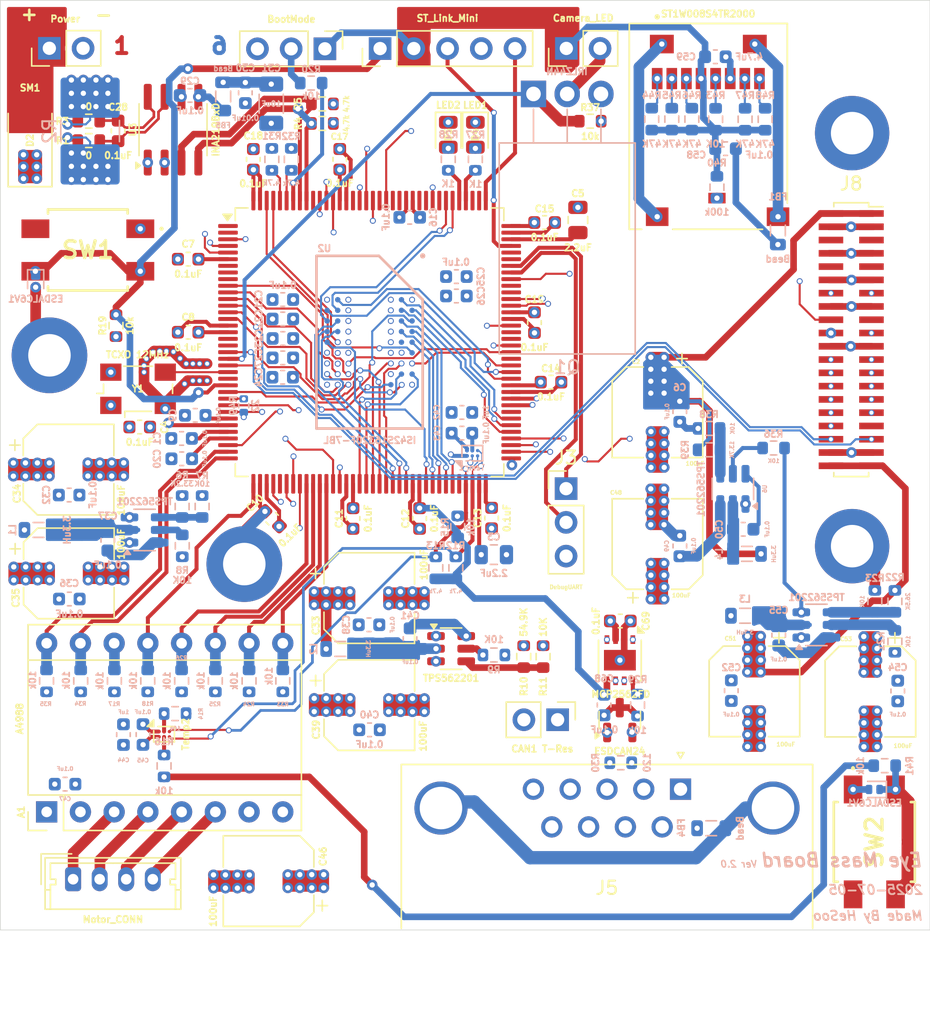
<source format=kicad_pcb>
(kicad_pcb (version 20241229) (generator "pcbnew") (generator_version "9.0")
  (title_block (title "HS Board") (date "2025-03-25") (rev "1.0") (company "Robotics"))
  (layers (0 "F.Cu" signal) (4 "In1.Cu" power) (6 "In2.Cu" power) (8 "In3.Cu" signal) (10 "In4.Cu" power) (2 "B.Cu" signal) (13 "F.Paste" user) (15 "B.Paste" user) (5 "F.SilkS" user "F.Silkscreen") (7 "B.SilkS" user "B.Silkscreen") (1 "F.Mask" user) (3 "B.Mask" user) (25 "Edge.Cuts" user))
  (net 0 "")
  (net 1 "GND")
  (net 2 "Net-(C3-Pad2)")
  (net 3 "ST_Link_Reset")
  (net 4 "Net-(C5-Pad2)")
  (net 5 "/FDCAN/CAN1_P")
  (net 6 "/FDCAN/CAN1_N")
  (net 7 "/POWER/S_P")
  (net 8 "/POWER/S_N")
  (net 9 "Net-(U3-VS)")
  (net 10 "+12V")
  (net 11 "Net-(U5-VBST)")
  (net 12 "Net-(U5-SW)")
  (net 13 "Net-(U4-SW)")
  (net 14 "Net-(U4-VBST)")
  (net 15 "Net-(D2-K)")
  (net 16 "Net-(D2-A)")
  (net 17 "FMC_D14")
  (net 18 "FMC_A4")
  (net 19 "MS1")
  (net 20 "DIR")
  (net 21 "DCMI_D1")
  (net 22 "FMC_SDNWE")
  (net 23 "FMC_A9")
  (net 24 "FMC_D0")
  (net 27 "BOOT0")
  (net 28 "FMC_D11")
  (net 29 "STEP")
  (net 30 "Net-(J5-PAD)")
  (net 31 "ST_Link_SWCLK")
  (net 32 "Motor_Reset")
  (net 34 "DCMI_D0")
  (net 35 "FMC_A6")
  (net 36 "Net-(D4-A)")
  (net 37 "FMC_A11")
  (net 38 "FMC_D5")
  (net 40 "FMC_A0")
  (net 41 "FMC_A3")
  (net 43 "ST_Link_SWDIO")
  (net 44 "FMC_BA1")
  (net 45 "Net-(J4-Pin_2)")
  (net 46 "DCMI_D6")
  (net 47 "DCMI_D4")
  (net 48 "DCMI_PIXCLK")
  (net 50 "FMC_A1")
  (net 51 "Motor2")
  (net 52 "MS2")
  (net 53 "FMC_A8")
  (net 54 "FMC_D15")
  (net 56 "MS3")
  (net 57 "FMC_A5")
  (net 58 "DCMI_D2")
  (net 59 "ENABLE")
  (net 60 "FMC_D2")
  (net 61 "Net-(U5-VFB)")
  (net 62 "FMC_D10")
  (net 63 "Net-(J6-Pin_2)")
  (net 64 "FMC_NBL1")
  (net 65 "Motor3")
  (net 66 "FMC_NBL0")
  (net 67 "FMC_D1")
  (net 68 "Net-(J7-Pin_2)")
  (net 69 "DCMI_D5")
  (net 70 "FMC_SDNRAS")
  (net 72 "Motor1")
  (net 73 "STANDBY")
  (net 74 "FMC_BA0")
  (net 75 "FMC_D4")
  (net 78 "FMC_SDNCAS")
  (net 79 "FLASH_PWM")
  (net 80 "Motor4")
  (net 81 "FMC_D8")
  (net 83 "FMC_A7")
  (net 84 "FMC_A2")
  (net 85 "DCMI_VSYNC")
  (net 86 "FMC_SDNE0")
  (net 87 "FMC_D9")
  (net 89 "Net-(D5-A)")
  (net 90 "FMC_D12")
  (net 91 "DCMI_D7")
  (net 92 "Net-(U5-EN)")
  (net 93 "Net-(A1-~{SLEEP})")
  (net 95 "Net-(U4-EN)")
  (net 97 "Net-(U4-VFB)")
  (net 98 "AS6221_I2C2_SDA")
  (net 99 "FMC_D6")
  (net 101 "AS6221_I2C2_SCL")
  (net 102 "Net-(Temp2-Alert{slash}ADD1)")
  (net 104 "FMC_A12")
  (net 105 "FMC_D3")
  (net 106 "FMC_D13")
  (net 107 "DCMI_HSYNC")
  (net 108 "Net-(Temp1-Alert{slash}ADD1)")
  (net 109 "FMC_SDCLK")
  (net 111 "Net-(U8-SW)")
  (net 113 "FMC_A10")
  (net 114 "DCMI_D3")
  (net 115 "FMC_SDCKE0")
  (net 116 "FMC_D7")
  (net 117 "Net-(Temp2-ADD0)")
  (net 118 "FDCAN_SHDN3")
  (net 119 "FDCAN_Tx3")
  (net 120 "FDCAN_Rx3")
  (net 121 "Net-(U1-PH0)")
  (net 122 "Net-(U1-PC11)")
  (net 124 "+5V")
  (net 125 "Net-(U8-VBST)")
  (net 126 "+1V8")
  (net 127 "SHUTTER")
  (net 128 "Camera_Reset")
  (net 129 "+2V8")
  (net 130 "Net-(U6-SW)")
  (net 132 "FLASH")
  (net 136 "BAT_SCL1")
  (net 137 "BAT_SDA1")
  (net 139 "Net-(U8-EN)")
  (net 140 "Net-(U8-VFB)")
  (net 141 "USART1_RX")
  (net 142 "USART1_TX")
  (net 144 "Net-(U1-PC12)")
  (net 155 "Net-(U6-VBST)")
  (net 156 "Net-(U6-EN)")
  (net 157 "Net-(U6-VFB)")
  (net 158 "SD_SDMMC2_CMD")
  (net 159 "SD_SDMMC2_D3")
  (net 160 "SD_SDMMC2_D2")
  (net 161 "SD_SDMMC2_D1")
  (net 162 "SD_SDMMC2_D0")
  (net 163 "SD_SDMMC2_CLK")
  (net 164 "SD_SDMMC2_INT")
  (net 165 "SLEEP")
  (net 166 "SD_SDMMC2_WP")
  (net 167 "Net-(FB1-Pad1)")
  (net 168 "/SDCARD/SD_SDMMC_CLK")
  (net 172 "+3.3V")
  (net 173 "TestButton")
  (net 174 "RCC_MCO_1")
  (net 175 "I2C4_SDA")
  (net 176 "I2C4_SCL")
  (footprint "Capacitor_SMD:C_0603_1608Metric" (layer "F.Cu") (at 139.55 87.475 -90)
    (property "Reference" "C18")
    (property "Value" "0.1uF")
  )
  (footprint "Package_CSP:WLCSP-6_1.4x1.0mm_P0.4mm" (layer "F.Cu") (at 132.83 130.76)
    (property "Reference" "Temp2")
    (property "Value" "AS6221" (hide yes))
  )
  (footprint "MountingHole:MountingHole_3.2mm_M3_ISO7380_Pad_TopBottom" (layer "F.Cu") (at 138.87 117.95)
    (property "Reference" "REF**" (hide yes))
    (property "Value" "MountingHole_3.2mm_M3_ISO7380_Pad_TopBottom" (hide yes))
  )
  (footprint "Capacitor_SMD:C_0603_1608Metric" (layer "F.Cu") (at 161.965 104.25 180)
    (property "Reference" "C14")
    (property "Value" "0.1uF")
  )
  (footprint "Capacitor_SMD:CP_Elec_6.3x5.9" (layer "F.Cu") (at 148.28 120.51)
    (property "Reference" "C33")
    (property "Value" "100uF")
  )
  (footprint "Capacitor_SMD:CP_Elec_6.3x5.9" (layer "F.Cu") (at 169.98 106.52 -90)
    (property "Reference" "C2")
    (property "Value" "100uF")
  )
  (footprint "Capacitor_SMD:C_0603_1608Metric" (layer "F.Cu") (at 130.995 107.63)
    (property "Reference" "C4")
    (property "Value" "0.1uF")
  )
  (footprint "Resistor_SMD:R_0603_1608Metric" (layer "F.Cu") (at 164.915 84.6)
    (property "Reference" "R37")
    (property "Value" "10k")
  )
  (footprint "Resistor_SMD:R_0603_1608Metric" (layer "F.Cu") (at 127.16 86.06 180)
    (property "Reference" "R1")
    (property "Value" "0")
  )
  (footprint "Resistor_SMD:R_0603_1608Metric" (layer "F.Cu") (at 144.75 84.77 180)
    (property "Reference" "R4")
    (property "Value" "4.7k")
  )
  (footprint "Package_SO:SOIC-8_3.9x4.9mm_P1.27mm" (layer "F.Cu") (at 133.505 85.24 90)
    (property "Reference" "U3")
    (property "Value" "INA219BxD")
  )
  (footprint "Connector_PinHeader_2.54mm:PinHeader_1x02_P2.54mm_Vertical" (layer "F.Cu") (at 124.19 79.11 90)
    (property "Reference" "J1" (hide yes))
    (property "Value" "Power")
  )
  (footprint "Capacitor_SMD:CP_Elec_6.3x5.9" (layer "F.Cu") (at 186.013624 127.555 -90)
    (property "Reference" "C53")
    (property "Value" "100uF")
  )
  (footprint "Capacitor_SMD:C_0603_1608Metric" (layer "F.Cu") (at 146.06 87.47 -90)
    (property "Reference" "C17")
    (property "Value" "0.1uF")
  )
  (footprint "Capacitor_SMD:C_0603_1608Metric" (layer "F.Cu") (at 140.971992 114.531992 -45)
    (property "Reference" "C10")
    (property "Value" "0.1uF")
  )
  (footprint "Connector_Molex:Molex_Micro-Latch_53253-0470_1x04_P2.00mm_Vertical" (layer "F.Cu") (at 125.98 141.68)
    (property "Reference" "J9" (hide yes))
    (property "Value" "Motor_CONN")
  )
  (footprint "Resistor_SMD:R_0603_1608Metric" (layer "F.Cu") (at 127.16 84.6)
    (property "Reference" "R3")
    (property "Value" "0")
  )
  (footprint "Capacitor_SMD:CP_Elec_6.3x5.9" (layer "F.Cu") (at 169.98 116.44 90)
    (property "Reference" "C48")
    (property "Value" "100uF")
  )
  (footprint "MountingHole:MountingHole_3.2mm_M3_DIN965_Pad" (layer "F.Cu") (at 184.57 85.5)
    (property "Reference" "H2" (hide yes))
    (property "Value" "MountingHole_Pad" (hide yes))
  )
  (footprint "Oscillator:Oscillator_SMD_Fox_FT5H_5.0x3.2mm" (layer "F.Cu") (at 130.87 104.75 90)
    (property "Reference" "Y1")
    (property "Value" "TCXO 12MHz")
  )
  (footprint "Connector_PinHeader_2.54mm:PinHeader_1x02_P2.54mm_Vertical" (layer "F.Cu") (at 163.12 79.12 90)
    (property "Reference" "J7" (hide yes))
    (property "Value" "Camera_LED")
  )
  (footprint "MountingHole:MountingHole_3.2mm_M3_DIN965_Pad" (layer "F.Cu") (at 184.57 116.6)
    (property "Reference" "H1" (hide yes))
    (property "Value" "MountingHole_Pad" (hide yes))
  )
  (footprint "Module:Pololu_Breakout-16_15.2x20.3mm" (layer "F.Cu") (at 123.99 136.61 90)
    (property "Reference" "A1")
    (property "Value" "A4988")
  )
  (footprint "Capacitor_SMD:C_0603_1608Metric" (layer "F.Cu") (at 161.485 92.23 180)
    (property "Reference" "C15")
    (property "Value" "0.1uF")
  )
  (footprint "Connector_PinSocket_1.00mm:PinSocket_2x20_P1.00mm_Vertical_SMD" (layer "F.Cu") (at 184.57 101.05)
    (property "Reference" "J8")
    (property "Value" "OV5640")
  )
  (footprint "Package_QFP:LQFP-144_20x20mm_P0.5mm" (layer "F.Cu") (at 148.305 101.2425)
    (property "Reference" "U1" (hide yes))
    (property "Value" "STM32H723ZGTx")
  )
  (footprint "Capacitor_SMD:C_0603_1608Metric" (layer "F.Cu") (at 147.06 114.515 90)
    (property "Reference" "C11")
    (property "Value" "0.1uF")
  )
  (footprint "Sw:TLSMDT3C020GLFS" (layer "F.Cu") (at 186.31 138.87 -90)
    (property "Reference" "SW2")
    (property "Value" "RESET" (hide yes))
  )
  (footprint "Connector_PinHeader_2.54mm:PinHeader_1x02_P2.54mm_Vertical" (layer "F.Cu") (at 162.4625 129.67 -90)
    (property "Reference" "J4" (hide yes))
    (property "Value" "CAN1 T-Res")
  )
  (footprint "Capacitor_SMD:C_0603_1608Metric" (layer "F.Cu") (at 152.07 114.515 90)
    (property "Reference" "C12")
    (property "Value" "0.1uF")
  )
  (footprint "PCB:TLSMDT3C020GLFS" (layer "F.Cu") (at 127.09 94.3 180)
    (property "Reference" "SW1")
    (property "Value" "RESET" (hide yes))
  )
  (footprint "Capacitor_SMD:CP_Elec_6.3x5.9" (layer "F.Cu") (at 148.285 128.57)
    (property "Reference" "C39")
    (property "Value" "100uF")
  )
  (footprint "Diode_SMD:D_SMA" (layer "F.Cu") (at 122.74 86.02 90)
    (property "Reference" "D2")
    (property "Value" "SM1")
  )
  (footprint "LED_SMD:LED_0805_2012Metric" (layer "F.Cu") (at 154.23 85.62 -90)
    (property "Reference" "D5")
    (property "Value" "LED2")
  )
  (footprint "LED_SMD:LED_0805_2012Metric" (layer "F.Cu") (at 156.27 85.62 -90)
    (property "Reference" "D4")
    (property "Value" "LED1")
  )
  (footprint "Library:JAE_ST1W008S4TR2000" (layer "F.Cu") (at 173.81 85.1425 -90)
    (property "Reference" "J10" (hide yes))
    (property "Value" "ST1W008S4TR2000")
  )
  (footprint "Resistor_SMD:R_0603_1608Metric" (layer "F.Cu") (at 129.21 99.995 90)
    (property "Reference" "R19")
    (property "Value" "10k")
  )
  (footprint "Package_TO_SOT_SMD:SOT-23" (layer "F.Cu") (at 167.1425 129.6925 90)
    (property "Reference" "D1" (hide yes))
    (property "Value" "ESDCAN24")
  )
  (footprint "Capacitor_SMD:C_0603_1608Metric" (layer "F.Cu") (at 134.645 100.49)
    (property "Reference" "C8")
    (property "Value" "0.1uF")
  )
  (footprint "Capacitor_SMD:C_0603_1608Metric" (layer "F.Cu") (at 129.37 85.33 90)
    (property "Reference" "C28")
    (property "Value" "0.1uF")
  )
  (footprint "Package_TO_SOT_SMD:SOT-23-6" (layer "F.Cu") (at 154.4425 124.32)
    (property "Reference" "U4" (hide yes))
    (property "Value" "TPS562201")
  )
  (footprint "Resistor_SMD:R_0603_1608Metric" (layer "F.Cu") (at 159.91 124.92 90)
    (property "Reference" "R10")
    (property "Value" "54.9K")
  )
  (footprint "Connector_PinHeader_2.54mm:PinHeader_1x05_P2.54mm_Vertical" (layer "F.Cu") (at 149.095 79.13 90)
    (property "Reference" "J2" (hide yes))
    (property "Value" "ST_Link_Mini")
  )
  (footprint "Connector_PinHeader_2.54mm:PinHeader_1x03_P2.54mm_Vertical" (layer "F.Cu") (at 163.1 112.27)
    (property "Reference" "J3")
    (property "Value" "DebugUART")
  )
  (footprint "Capacitor_SMD:C_0603_1608Metric" (layer "F.Cu") (at 134.645 94.99)
    (property "Reference" "C7")
    (property "Value" "0.1uF")
  )
  (footprint "Capacitor_SMD:C_0603_1608Metric" (layer "F.Cu") (at 167.1825 122.235)
    (property "Reference" "C69")
    (property "Value" "0.1uF")
  )
  (footprint "Capacitor_SMD:CP_Elec_6.3x5.9" (layer "F.Cu") (at 177.282156 127.535 -90)
    (property "Reference" "C51")
    (property "Value" "100uF")
  )
  (footprint "Capacitor_SMD:C_0805_2012Metric" (layer "F.Cu") (at 163.99 92.04 -90)
    (property "Reference" "C5")
    (property "Value" "2.2uF")
  )
  (footprint "Resistor_SMD:R_0603_1608Metric" (layer "F.Cu") (at 161.37 124.92 90)
    (property "Reference" "R11")
    (property "Value" "10K")
  )
  (footprint "Capacitor_SMD:CP_Elec_6.3x5.9" (layer "F.Cu") (at 125.66 118.65)
    (property "Reference" "C35")
    (property "Value" "100uF")
  )
  (footprint "Capacitor_SMD:CP_Elec_6.3x5.9" (layer "F.Cu") (at 125.64 110.84)
    (property "Reference" "C34")
    (property "Value" "100uF")
  )
  (footprint "Capacitor_SMD:CP_Elec_6.3x5.9" (layer "F.Cu") (at 140.7 141.82 180)
    (property "Reference" "C46")
    (property "Value" "100uF")
  )
  (footprint "Connector_Dsub:DSUB-9_Female_Horizontal_P2.77x2.84mm_EdgePinOffset7.70mm_Housed_MountingHolesOffset9.12mm" (layer "F.Cu") (at 171.72 134.9)
    (property "Reference" "J5")
    (property "Value" "FDCAN_1")
  )
  (footprint "Capacitor_SMD:C_0603_1608Metric" (layer "F.Cu") (at 160.72 99.765 90)
    (property "Reference" "C19")
    (property "Value" "0.1uF")
  )
  (footprint "Resistor_SMD:R_0603_1608Metric" (layer "F.Cu") (at 144.75 83.3 180)
    (property "Reference" "R5")
    (property "Value" "4.7k")
  )
  (footprint "Connector_PinHeader_2.54mm:PinHeader_1x03_P2.54mm_Vertical" (layer "F.Cu") (at 144.94 79.15 -90)
    (property "Reference" "J6" (hide yes))
    (property "Value" "BootMode")
  )
  (footprint "Capacitor_SMD:C_0603_1608Metric" (layer "F.Cu") (at 157.49 114.485 90)
    (property "Reference" "C13")
    (property "Value" "0.1uF")
  )
  (footprint "Package_DFN_QFN:DFN-8-1EP_3x3mm_P0.65mm_EP1.55x2.4mm" (layer "F.Cu") (at 167.1525 125.1875 -90)
    (property "Reference" "U7" (hide yes))
    (property "Value" "MCP2562FD")
  )
  (footprint "MountingHole:MountingHole_3.2mm_M3_ISO7380_Pad_TopBottom" (layer "F.Cu") (at 124.2 102.23)
    (property "Reference" "REF**" (hide yes))
    (property "Value" "MountingHole_3.2mm_M3_ISO7380_Pad_TopBottom" (hide yes))
  )
  (footprint "Resistor_SMD:R_0603_1608Metric" (layer "B.Cu") (at 173.865 109.345 180)
    (property "Reference" "R39")
    (property "Value" "13.7K")
  )
  (footprint "Capacitor_SMD:C_0603_1608Metric" (layer "B.Cu") (at 134.16 110.02)
    (property "Reference" "C20")
    (property "Value" "0.1uF")
  )
  (footprint "Resistor_SMD:R_0603_1608Metric" (layer "B.Cu") (at 123.98 126.745 -90)
    (property "Reference" "R35")
    (property "Value" "10k")
  )
  (footprint "Resistor_SMD:R_2816_7142Metric" (layer "B.Cu") (at 127.26 85.3425 90)
    (property "Reference" "R2")
    (property "Value" "0.1")
  )
  (footprint "Capacitor_SMD:C_0603_1608Metric" (layer "B.Cu") (at 155.255 108.09)
    (property "Reference" "C43")
    (property "Value" "0.1uF")
  )
  (footprint "Resistor_SMD:R_0603_1608Metric" (layer "B.Cu") (at 134.2 116.575 -90)
    (property "Reference" "R8")
    (property "Value" "10K")
  )
  (footprint "Capacitor_SMD:C_0603_1608Metric" (layer "B.Cu") (at 125.695 120.58 180)
    (property "Reference" "C36")
    (property "Value" "0.1uF")
  )
  (footprint "Inductor_SMD:L_0805_2012Metric" (layer "B.Cu") (at 137.28 82.7375 90)
    (property "Reference" "FB5")
    (property "Value" "Bead")
  )
  (footprint "Resistor_SMD:R_0603_1608Metric" (layer "B.Cu") (at 135.695 113.615 90)
    (property "Reference" "R7")
    (property "Value" "10K")
  )
  (footprint "Capacitor_SMD:C_0603_1608Metric" (layer "B.Cu") (at 154.84 97.7625 180)
    (property "Reference" "C26")
    (property "Value" "0.1uF")
  )
  (footprint "Resistor_SMD:R_0603_1608Metric" (layer "B.Cu") (at 154.94 115.145 90)
    (property "Reference" "R15")
    (property "Value" "10k")
  )
  (footprint "Capacitor_SMD:C_0603_1608Metric" (layer "B.Cu") (at 188.073624 127.505 90)
    (property "Reference" "C54")
    (property "Value" "0.1uF")
  )
  (footprint "Resistor_SMD:R_0603_1608Metric" (layer "B.Cu") (at 176.58 84.455 90)
    (property "Reference" "R47")
    (property "Value" "47K")
  )
  (footprint "Resistor_SMD:R_0603_1608Metric" (layer "B.Cu") (at 178.725 109.21)
    (property "Reference" "R36")
    (property "Value" "10K")
  )
  (footprint "Capacitor_SMD:C_0603_1608Metric" (layer "B.Cu") (at 129.77 130.79 90)
    (property "Reference" "C44")
    (property "Value" "1uF")
  )
  (footprint "Inductor_SMD:L_0805_2012Metric" (layer "B.Cu") (at 176.5775 121.84)
    (property "Reference" "L3")
    (property "Value" "3.3uH")
  )
  (footprint "Capacitor_SMD:C_0603_1608Metric" (layer "B.Cu") (at 134.78 82.66 180)
    (property "Reference" "C29")
    (property "Value" "0.1uF")
  )
  (footprint "Resistor_SMD:R_0603_1608Metric" (layer "B.Cu") (at 139.23 126.745 -90)
    (property "Reference" "R24")
    (property "Value" "10k")
  )
  (footprint "Resistor_SMD:R_0603_1608Metric" (layer "B.Cu") (at 172.57 84.445 90)
    (property "Reference" "R46")
    (property "Value" "47K")
  )
  (footprint "Resistor_SMD:R_0603_1608Metric" (layer "B.Cu") (at 142.41 87.475 -90)
    (property "Reference" "R32")
    (property "Value" "4.7k")
  )
  (footprint "Package_CSP:WLCSP-6_1.4x1.0mm_P0.4mm" (layer "B.Cu") (at 156.0375 109.6025)
    (property "Reference" "Temp1")
    (property "Value" "AS6221" (hide yes))
  )
  (footprint "Resistor_SMD:R_0603_1608Metric" (layer "B.Cu") (at 143.905 81.73)
    (property "Reference" "R20")
    (property "Value" "10k")
  )
  (footprint "Capacitor_SMD:C_0805_2012Metric" (layer "B.Cu") (at 157.66 117.24 180)
    (property "Reference" "C3")
    (property "Value" "2.2uF")
  )
  (footprint "Inductor_SMD:L_0805_2012Metric" (layer "B.Cu") (at 179.05 92.8275 -90)
    (property "Reference" "FB1")
    (property "Value" "Bead")
  )
  (footprint "Inductor_SMD:L_0805_2012Metric" (layer "B.Cu") (at 174.03 137.84 180)
    (property "Reference" "FB4")
    (property "Value" "Bead")
  )
  (footprint "Capacitor_SMD:C_0603_1608Metric" (layer "B.Cu") (at 151.325 91.84 180)
    (property "Reference" "C16")
    (property "Value" "0.1uF")
  )
  (footprint "Diode_SMD:D_SOD-882D" (layer "B.Cu") (at 123.16 96.7 -90)
    (property "Reference" "D3" (hide yes))
    (property "Value" "ESDALC6V1")
  )
  (footprint "Capacitor_SMD:C_0603_1608Metric" (layer "B.Cu") (at 141.77 98.0325)
    (property "Reference" "C21")
    (property "Value" "0.1uF")
  )
  (footprint "Capacitor_SMD:C_1206_3216Metric" (layer "B.Cu") (at 140.9 83.285 -90)
    (property "Reference" "C31")
    (property "Value" "10uF")
  )
  (footprint "Capacitor_SMD:C_0603_1608Metric" (layer "B.Cu") (at 135.175 106.75)
    (property "Reference" "C9")
    (property "Value" "0.1uF")
  )
  (footprint "Resistor_SMD:R_0603_1608Metric" (layer "B.Cu") (at 173.865 107.735 180)
    (property "Reference" "R38")
    (property "Value" "10K")
  )
  (footprint "Capacitor_SMD:C_0603_1608Metric" (layer "B.Cu") (at 175.542156 127.48 90)
    (property "Reference" "C52")
    (property "Value" "0.1uF")
  )
  (footprint "Capacitor_SMD:C_0603_1608Metric" (layer "B.Cu") (at 171.66 106.465 90)
    (property "Reference" "C6")
    (property "Value" "0.1uF")
  )
  (footprint "Capacitor_SMD:C_0603_1608Metric" (layer "B.Cu") (at 179.11 123.305 90)
    (property "Reference" "C55")
    (property "Value" "0.1uF")
  )
  (footprint "Capacitor_SMD:C_0603_1608Metric" (layer "B.Cu") (at 148.3 130.43 180)
    (property "Reference" "C40")
    (property "Value" "0.1uF")
  )
  (footprint "Resistor_SMD:R_0603_1608Metric" (layer "B.Cu") (at 153.29 118.235 90)
    (property "Reference" "R13")
    (property "Value" "4.7k")
  )
  (footprint "Capacitor_SMD:C_0603_1608Metric" (layer "B.Cu") (at 175.11 86.67 180)
    (property "Reference" "C58")
    (property "Value" "0.1uF")
  )
  (footprint "Capacitor_SMD:C_0603_1608Metric" (layer "B.Cu") (at 151.35 123.565 -90)
    (property "Reference" "C41")
    (property "Value" "0.1uF")
  )
  (footprint "Resistor_SMD:R_0603_1608Metric" (layer "B.Cu") (at 154.23 87.4725 90)
    (property "Reference" "R28")
    (property "Value" "1K")
  )
  (footprint "Inductor_SMD:L_0805_2012Metric" (layer "B.Cu") (at 123.3775 115.38)
    (property "Reference" "L1")
    (property "Value" "3.3uH")
  )
  (footprint "Resistor_SMD:R_0402_1005Metric" (layer "B.Cu") (at 138.83 106.02 -90)
    (property "Reference" "R49")
    (property "Value" "22")
  )
  (footprint "Capacitor_SMD:C_0603_1608Metric" (layer "B.Cu") (at 141.77 102.4225)
    (property "Reference" "C27")
    (property "Value" "0.1uF")
  )
  (footprint "Resistor_SMD:R_0603_1608Metric" (layer "B.Cu") (at 174.36 84.455 90)
    (property "Reference" "R43")
    (property "Value" "10K")
  )
  (footprint "Package_TO_SOT_SMD:SOT-23-6" (layer "B.Cu") (at 131.3625 115.38)
    (property "Reference" "U5" (hide yes))
    (property "Value" "TPS562201")
  )
  (footprint "Capacitor_SMD:C_0603_1608Metric" (layer "B.Cu") (at 131.24 130.785 90)
    (property "Reference" "C45")
    (property "Value" "0.1uF")
  )
  (footprint "Diode_SMD:D_SOD-882D" (layer "B.Cu") (at 186.31 134.92 180)
    (property "Reference" "D6" (hide yes))
    (property "Value" "ESDALC6V1")
  )
  (footprint "Capacitor_SMD:C_0603_1608Metric" (layer "B.Cu") (at 165.9625 128.56 -90)
    (property "Reference" "C68")
    (property "Value" "0.1uF")
  )
  (footprint "Capacitor_SMD:C_0603_1608Metric" (layer "B.Cu") (at 138.95 82.465 -90)
    (property "Reference" "C30")
    (property "Value" "0.01uF")
  )
  (footprint "Resistor_SMD:R_0603_1608Metric" (layer "B.Cu") (at 126.55 126.745 -90)
    (property "Reference" "R34")
    (property "Value" "10k")
  )
  (footprint "Resistor_SMD:R_0603_1608Metric" (layer "B.Cu") (at 169.55 84.445 90)
    (property "Reference" "R44")
    (property "Value" "47K")
  )
  (footprint "Resistor_SMD:R_0603_1608Metric" (layer "B.Cu") (at 187.86 123.765 -90)
    (property "Reference" "R21")
    (property "Value" "10K")
  )
  (footprint "Resistor_SMD:R_0603_1608Metric" (layer "B.Cu") (at 141.77 126.745 -90)
    (property "Reference" "R33")
    (property "Value" "10k")
  )
  (footprint "Package_TO_SOT_SMD:SOT-23-6" (layer "B.Cu") (at 181.95 122.53)
    (property "Reference" "U8" (hide yes))
    (property "Value" "TPS562201")
  )
  (footprint "Package_TO_SOT_THT:TO-220-3_Horizontal_TabDown" (layer "B.Cu") (at 160.645 82.55)
    (property "Reference" "Q1")
    (property "Value" "IRLZ44N")
  )
  (footprint "Resistor_SMD:R_0603_1608Metric" (layer "B.Cu") (at 134.15 126.745 -90)
    (property "Reference" "R26")
    (property "Value" "10k")
  )
  (footprint "Resistor_SMD:R_0603_1608Metric" (layer "B.Cu") (at 140.945 87.475 -90)
    (property "Reference" "R31")
    (property "Value" "4.7k")
  )
  (footprint "Resistor_SMD:R_0603_1608Metric" (layer "B.Cu") (at 178.09 84.455 90)
    (property "Reference" "R48")
    (property "Value" "47K")
  )
  (footprint "Capacitor_SMD:C_0603_1608Metric" (layer "B.Cu") (at 174.34 79.75 180)
    (property "Reference" "C59")
    (property "Value" "4.7uF")
  )
  (footprint "Capacitor_SMD:C_0603_1608Metric" (layer "B.Cu") (at 128.59 116.155 90)
    (property "Reference" "C37")
    (property "Value" "0.1uF")
  )
  (footprint "Resistor_SMD:R_0603_1608Metric" (layer "B.Cu") (at 186.35 120.755 90)
    (property "Reference" "R23")
    (property "Value" "10K")
  )
  (footprint "Capacitor_SMD:C_0603_1608Metric" (layer "B.Cu") (at 176.435 115.33 180)
    (property "Reference" "C50")
    (property "Value" "0.1uF")
  )
  (footprint "Resistor_SMD:R_0603_1608Metric" (layer "B.Cu") (at 167.2175 132.91)
    (property "Reference" "R30")
    (property "Value" "120")
  )
  (footprint "Inductor_SMD:L_0805_2012Metric" (layer "B.Cu") (at 176.7175 117.18 180)
    (property "Reference" "L4")
    (property "Value" "3.3uH")
  )
  (footprint "Resistor_SMD:R_0603_1608Metric" (layer "B.Cu") (at 171.06 84.445 90)
    (property "Reference" "R45")
    (property "Value" "47K")
  )
  (footprint "Capacitor_SMD:C_0603_1608Metric" (layer "B.Cu") (at 171.665 116.585 -90)
    (property "Reference" "C49")
    (property "Value" "0.1uF")
  )
  (footprint "Resistor_SMD:R_0603_1608Metric" (layer "B.Cu") (at 129.09 126.745 90)
    (property "Reference" "R17")
    (property "Value" "10k")
  )
  (footprint "Resistor_SMD:R_0603_1608Metric" (layer "B.Cu") (at 174.46 89.575 -90)
    (property "Reference" "R40")
    (property "Value" "100k")
  )
  (footprint "Capacitor_SMD:C_0603_1608Metric" (layer "B.Cu") (at 134.15 108.49)
    (property "Reference" "C1")
    (property "Value" "0.1uF")
  )
  (footprint "Package_TO_SOT_SMD:SOT-23-6" (layer "B.Cu") (at 175.66 112.2875 90)
    (property "Reference" "U6")
    (property "Value" "TPS562201")
  )
  (footprint "Capacitor_SMD:C_0603_1608Metric" (layer "B.Cu") (at 154.84 96.3025 180)
    (property "Reference" "C25")
    (property "Value" "0.1uF")
  )
  (footprint "Capacitor_SMD:C_0603_1608Metric" (layer "B.Cu") (at 141.775 100.9625)
    (property "Reference" "C23")
    (property "Value" "0.1uF")
  )
  (footprint "Resistor_SMD:R_0603_1608Metric" (layer "B.Cu") (at 131.6 126.745 -90)
    (property "Reference" "R18")
    (property "Value" "10k")
  )
  (footprint "Resistor_SMD:R_0603_1608Metric" (layer "B.Cu") (at 134.19 113.615 90)
    (property "Reference" "R6")
    (property "Value" "33.2K")
  )
  (footprint "IS42S16320F-7BLI_Library:IS42S16320F-7BLI" (layer "B.Cu") (at 148.305 101.2425 180)
    (property "Reference" "U2")
    (property "Value" "IS42S16320F-7BL")
  )
  (footprint "Resistor_SMD:R_0603_1608Metric" (layer "B.Cu") (at 157.665 124.795)
    (property "Reference" "R9")
    (property "Value" "10K")
  )
  (footprint "Inductor_SMD:L_0805_2012Metric" (layer "B.Cu") (at 146.0975 124.34 180)
    (property "Reference" "L2")
    (property "Value" "3.3uH")
  )
  (footprint "Resistor_SMD:R_0603_1608Metric" (layer "B.Cu") (at 132.83 133.15 90)
    (property "Reference" "R16")
    (property "Value" "10k")
  )
  (footprint "Resistor_SMD:R_0603_1608Metric" (layer "B.Cu") (at 187.86 120.755 -90)
    (property "Reference" "R22")
    (property "Value" "26.5K")
  )
  (footprint "Capacitor_SMD:C_0603_1608Metric" (layer "B.Cu") (at 155.255 106.53)
    (property "Reference" "C42")
    (property "Value" "1uF")
  )
  (footprint "Resistor_SMD:R_0603_1608Metric" (layer "B.Cu") (at 136.69 126.745 -90)
    (property "Reference" "R25")
    (property "Value" "10k")
  )
  (footprint "Capacitor_SMD:C_0603_1608Metric" (layer "B.Cu") (at 141.77 99.4925)
    (property "Reference" "C22")
    (property "Value" "0.1uF")
  )
  (footprint "Resistor_SMD:R_0603_1608Metric" (layer "B.Cu") (at 156.27 87.4725 90)
    (property "Reference" "R27")
    (property "Value" "1K")
  )
  (footprint "Capacitor_SMD:C_0603_1608Metric" (layer "B.Cu") (at 141.76 103.8825)
    (property "Reference" "C24")
    (property "Value" "0.1uF")
  )
  (footprint "Capacitor_SMD:C_0603_1608Metric" (layer "B.Cu") (at 125.375 134.52 180)
    (property "Reference" "C47")
    (property "Value" "0.1uF")
  )
  (footprint "Resistor_SMD:R_0603_1608Metric" (layer "B.Cu") (at 154.8 118.235 90)
    (property "Reference" "R12")
    (property "Value" "4.7k")
  )
  (footprint "Capacitor_SMD:C_0603_1608Metric" (layer "B.Cu") (at 148.26 122.52 180)
    (property "Reference" "C38")
    (property "Value" "0.1uF")
  )
  (footprint "Resistor_SMD:R_0603_1608Metric" (layer "B.Cu") (at 168.4825 128.565 -90)
    (property "Reference" "R29")
    (property "Value" "10k")
  )
  (footprint "Resistor_SMD:R_0603_1608Metric" (layer "B.Cu") (at 187.09 133.13)
    (property "Reference" "R41")
    (property "Value" "10k")
  )
  (footprint "Resistor_SMD:R_0603_1608Metric" (layer "B.Cu") (at 133.66 129.21 180)
    (property "Reference" "R14")
    (property "Value" "10k")
  )
  (footprint "Capacitor_SMD:C_0603_1608Metric" (layer "B.Cu") (at 125.68 112.75 180)
    (property "Reference" "C32")
    (property "Value" "0.1uF")
  )
  (gr_rect (start 120.5 75.5) (end 190.5 145.5) (stroke (width 0.05)) (fill no) (layer "Edge.Cuts"))
  (gr_text "1" (at 128.875 79.63 0) (layer "F.Cu") (effects (font (size 1.2 1.2) (thickness 0.3) (bold yes)) (justify left bottom)))
  (gr_text "6" (at 137.755 79.63 0) (layer "B.Cu") (effects (font (size 1.2 1.2) (thickness 0.3) (bold yes)) (justify left bottom mirror)))
  (gr_text "+" (at 121.93 77.11 0) (layer "F.SilkS") (effects (font (size 1 1) (thickness 0.2) (bold yes)) (justify left bottom)))
  (gr_text "-" (at 127.53 77.16 0) (layer "F.SilkS") (effects (font (size 1 1) (thickness 0.2) (bold yes)) (justify left bottom)))
  (gr_text "Ver 2.0" (at 177.56 140.83 0) (layer "B.SilkS") (effects (font (size 0.5 0.5) (thickness 0.1) (bold yes) (italic yes)) (justify left bottom mirror)))
  (gr_text "Made By HeSoo" (at 190.05762 144.84 0) (layer "B.SilkS") (effects (font (size 0.7 0.7) (thickness 0.14) (bold yes) (italic yes)) (justify left bottom mirror)))
  (gr_text "Eye Mass Board" (at 190.05762 140.83 0) (layer "B.SilkS") (effects (font (size 1 1) (thickness 0.2) (bold yes) (italic yes)) (justify left bottom mirror)))
  (gr_text "2025-07-05" (at 190.05762 142.89 0) (layer "B.SilkS") (effects (font (size 0.7 0.7) (thickness 0.14) (bold yes) (italic yes)) (justify left bottom mirror)))
  (segment (start 133.3425 107.4925) (end 137.6425 107.4925) (width 0.3) (layer "F.Cu") (net 1))
  (segment (start 135 102.86) (end 135.5 102.86) (width 0.8) (layer "F.Cu") (net 1))
  (segment (start 158.9675 99.4925) (end 159.9025 99.4925) (width 0.3) (layer "F.Cu") (net 1))
  (segment (start 134.375 104.375) (end 134.61 104.14) (width 0.8) (layer "F.Cu") (net 1))
  (segment (start 162 104.99) (end 162.74 104.25) (width 0.3) (layer "F.Cu") (net 1))
  (segment (start 146.555 111.905) (end 146.555 112.865) (width 0.3) (layer "F.Cu") (net 1))
  (segment (start 134.035 102.465) (end 134.43 102.86) (width 0.8) (layer "F.Cu") (net 1))
  (segment (start 183.045 101.55) (end 184.53 101.55) (width 0.5) (layer "F.Cu") (net 1))
  (segment (start 131.32 104.4) (end 131.32 103.5) (width 0.8) (layer "F.Cu") (net 1))
  (segment (start 137.6425 99.9925) (end 136.2925 99.9925) (width 0.3) (layer "F.Cu") (net 1))
  (segment (start 132.92 106) (end 131.32 104.4) (width 0.8) (layer "F.Cu") (net 1))
  (segment (start 132.43 130.56) (end 131.79 130.56) (width 0.3) (layer "F.Cu") (net 1))
  (segment (start 135.5 104.14) (end 136.07 104.14) (width 0.8) (layer "F.Cu") (net 1))
  (segment (start 136.2925 99.9925) (end 136.01 99.71) (width 0.3) (layer "F.Cu") (net 1))
  (segment (start 134.65 99.71) (end 133.87 100.49) (width 0.3) (layer "F.Cu") (net 1))
  (segment (start 131.32 103.5) (end 131.32 103) (width 0.8) (layer "F.Cu") (net 1))
  (segment (start 182.92 109.55) (end 184.59 109.55) (width 0.5) (layer "F.Cu") (net 1))
  (segment (start 140.055 113.615) (end 140.423984 113.983984) (width 0.3) (layer "F.Cu") (net 1))
  (segment (start 131.995 101.995) (end 132.08 101.91) (width 0.8) (layer "F.Cu") (net 1))
  (segment (start 146.88 87.515) (end 146.06 86.695) (width 0.3) (layer "F.Cu") (net 1))
  (segment (start 151.555 113.114742) (end 151.354 113.315742) (width 0.3) (layer "F.Cu") (net 1))
  (segment (start 182.92 96.55) (end 186.22 96.55) (width 0.5) (layer "F.Cu") (net 1))
  (segment (start 186.35 118.31) (end 184.64 116.6) (width 0.8) (layer "F.Cu") (net 1))
  (segment (start 146.555 112.865) (end 146.25 113.17) (width 0.3) (layer "F.Cu") (net 1))
  (segment (start 159.9025 99.4925) (end 160.72 100.31) (width 0.3) (layer "F.Cu") (net 1))
  (segment (start 186.35 119.93) (end 186.35 118.31) (width 0.8) (layer "F.Cu") (net 1))
  (segment (start 151.555 111.905) (end 151.555 113.114742) (width 0.3) (layer "F.Cu") (net 1))
  (segment (start 184.57 94.55) (end 186.22 94.55) (width 0.5) (layer "F.Cu") (net 1))
  (segment (start 167.4775 123.6375) (end 167.4775 124.8625) (width 0.5) (layer "F.Cu") (net 1))
  (segment (start 132.92 105.83) (end 134.375 104.375) (width 0.8) (layer "F.Cu") (net 1))
  (segment (start 136.01 99.71) (end 134.65 99.71) (width 0.3) (layer "F.Cu") (net 1))
  (segment (start 140.055 111.905) (end 140.055 113.615) (width 0.3) (layer "F.Cu") (net 1))
  (segment (start 166.5425 128.755) (end 167.8475 128.755) (width 0.5) (layer "F.Cu") (net 1))
  (segment (start 146.555 90.58) (end 146.555 89.175) (width 0.3) (layer "F.Cu") (net 1))
  (segment (start 151.555 91.295) (end 152.1 91.84) (width 0.3) (layer "F.Cu") (net 1))
  (segment (start 182.92 94.55) (end 184.57 94.55) (width 0.5) (layer "F.Cu") (net 1))
  (segment (start 151.354 113.315742) (end 151.354 114.574) (width 0.3) (layer "F.Cu") (net 1))
  (segment (start 134.5 102.86) (end 135 102.86) (width 0.8) (layer "F.Cu") (net 1))
  (segment (start 151.555 90.58) (end 151.555 91.295) (width 0.3) (layer "F.Cu") (net 1))
  (segment (start 186.095 98.55) (end 184.59 98.55) (width 0.5) (layer "F.Cu") (net 1))
  (segment (start 158.97 104.99) (end 162 104.99) (width 0.3) (layer "F.Cu") (net 1))
  (segment (start 133.535 101.965) (end 134.035 102.465) (width 0.8) (layer "F.Cu") (net 1))
  (segment (start 132.92 106.26) (end 132.92 105.83) (width 0.8) (layer "F.Cu") (net 1))
  (segment (start 183.045 98.55) (end 184.59 98.55) (width 0.5) (layer "F.Cu") (net 1))
  (segment (start 146.88 88.85) (end 146.88 87.515) (width 0.3) (layer "F.Cu") (net 1))
  (segment (start 167.8475 128.755) (end 168.4825 129.39) (width 0.5) (layer "F.Cu") (net 1))
  (segment (start 132.92 106) (end 132.92 106.26) (width 0.8) (layer "F.Cu") (net 1))
  (segment (start 184.53 101.55) (end 186.095 101.55) (width 0.5) (layer "F.Cu") (net 1))
  (segment (start 146.25 114.48) (end 147.045 115.275) (width 0.3) (layer "F.Cu") (net 1))
  (segment (start 165.9625 129.335) (end 166.5425 128.755) (width 0.5) (layer "F.Cu") (net 1))
  (segment (start 146.25 113.17) (end 146.25 114.48) (width 0.3) (layer "F.Cu") (net 1))
  (segment (start 146.555 89.175) (end 146.88 88.85) (width 0.3) (layer "F.Cu") (net 1))
  (segment (start 131.79 130.56) (end 131.24 130.01) (width 0.3) (layer "F.Cu") (net 1))
  (segment (start 184.59 109.55) (end 186.22 109.55) (width 0.5) (layer "F.Cu") (net 1))
  (segment (start 151.354 114.574) (end 152.07 115.29) (width 0.3) (layer "F.Cu") (net 1))
  (segment (start 132.5 101.91) (end 133 101.91) (width 0.8) (layer "F.Cu") (net 1))
  (segment (start 131.32 102.67) (end 131.495 102.495) (width 0.8) (layer "F.Cu") (net 1))
  (segment (start 140.356016 113.983984) (end 138.87 115.47) (width 0.8) (layer "F.Cu") (net 1))
  (segment (start 134.61 104.14) (end 135 104.14) (width 0.8) (layer "F.Cu") (net 1))
  (segment (start 133.17 107.32) (end 133.3425 107.4925) (width 0.3) (layer "F.Cu") (net 1))
  (segment (start 167.4775 123.6375) (end 167.4775 122.715) (width 0.5) (layer "F.Cu") (net 1))
  (segment (start 138.87 115.47) (end 138.87 115.66) (width 0.8) (layer "F.Cu") (net 1))
  (segment (start 134.43 102.86) (end 134.5 102.86) (width 0.8) (layer "F.Cu") (net 1))
  (segment (start 131.32 103) (end 131.32 102.67) (width 0.8) (layer "F.Cu") (net 1))
  (segment (start 161.4975 92.9925) (end 162.26 92.23) (width 0.3) (layer "F.Cu") (net 1))
  (segment (start 167.4775 122.715) (end 167.9575 122.235) (width 0.5) (layer "F.Cu") (net 1))
  (segment (start 131.495 102.495) (end 131.995 101.995) (width 0.8) (layer "F.Cu") (net 1))
  (segment (start 135 104.14) (end 135.5 104.14) (width 0.8) (layer "F.Cu") (net 1))
  (segment (start 133 101.91) (end 133.48 101.91) (width 0.8) (layer "F.Cu") (net 1))
  (segment (start 135.5 102.86) (end 136.07 102.86) (width 0.8) (layer "F.Cu") (net 1))
  (segment (start 133.48 101.91) (end 133.535 101.965) (width 0.8) (layer "F.Cu") (net 1))
  (segment (start 184.56 92.55) (end 186.22 92.55) (width 0.5) (layer "F.Cu") (net 1))
  (segment (start 123.16 97.1) (end 123.16 100.03145) (width 0.8) (layer "F.Cu") (net 1))
  (segment (start 182.92 92.55) (end 184.56 92.55) (width 0.5) (layer "F.Cu") (net 1))
  (segment (start 158.9675 92.9925) (end 161.4975 92.9925) (width 0.3) (layer "F.Cu") (net 1))
  (segment (start 132.08 101.91) (end 132.5 101.91) (width 0.8) (layer "F.Cu") (net 1))
  (via (at 151.505 104.4425) (size 0.45) (drill 0.3) (layers "F.Cu" "B.Cu") (net 1))
  (via (at 151.53 121.02) (size 0.8) (drill 0.4) (layers "F.Cu" "B.Cu") (net 1))
  (via (at 167.1525 125.1875) (size 0.8) (drill 0.4) (layers "F.Cu" "B.Cu") (net 1))
  (via (at 179.05 93.89) (size 0.8) (drill 0.4) (layers "F.Cu" "B.Cu") (net 1))
  (via (at 127.11 119.16) (size 0.8) (drill 0.4) (layers "F.Cu" "B.Cu") (net 1))
  (via (at 130.225 116.33) (size 0.8) (drill 0.4) (layers "F.Cu" "B.Cu") (net 1))
  (via (at 149.735 129.07) (size 0.8) (drill 0.4) (layers "F.Cu" "B.Cu") (net 1))
  (via (at 176.61 113.425) (size 0.8) (drill 0.4) (layers "F.Cu" "B.Cu") (net 1))
  (via (at 170.49 108.87) (size 0.8) (drill 0.4) (layers "F.Cu" "B.Cu") (net 1))
  (via (at 134.4 106.75) (size 0.8) (drill 0.4) (layers "F.Cu" "B.Cu") (net 1))
  (via (at 133 101.91) (size 0.45) (drill 0.3) (layers "F.Cu" "B.Cu") (net 1))
  (via (at 149.075 130.43) (size 0.8) (drill 0.4) (layers "F.Cu" "B.Cu") (net 1))
  (via (at 132.87 87.715) (size 0.8) (drill 0.4) (layers "F.Cu" "B.Cu") (net 1))
  (via (at 169.475 112.285) (size 0.8) (drill 0.4) (layers "F.Cu" "B.Cu") (net 1))
  (via (at 140.985 103.8825) (size 0.8) (drill 0.4) (layers "F.Cu" "B.Cu") (net 1))
  (via (at 168.4825 129.39) (size 0.8) (drill 0.4) (layers "F.Cu" "B.Cu") (net 1))
  (via (at 138.35 141.35) (size 0.8) (drill 0.4) (layers "F.Cu" "B.Cu") (net 1))
  (via (at 140.423984 113.983984) (size 0.8) (drill 0.4) (layers "F.Cu" "B.Cu") (net 1))
  (via (at 184.57 94.55) (size 0.8) (drill 0.4) (layers "F.Cu" "B.Cu") (net 1))
  (via (at 135.695 112.79) (size 0.8) (drill 0.4) (layers "F.Cu" "B.Cu") (net 1))
  (via (at 185.523624 129.905) (size 0.8) (drill 0.4) (layers "F.Cu" "B.Cu") (net 1))
  (via (at 139.25 142.35) (size 0.8) (drill 0.4) (layers "F.Cu" "B.Cu") (net 1))
  (via (at 177.762156 131.695) (size 0.8) (drill 0.4) (layers "F.Cu" "B.Cu") (net 1))
  (via (at 177.762156 128.995) (size 0.8) (drill 0.4) (layers "F.Cu" "B.Cu") (net 1))
  (via (at 156.03 106.53) (size 0.8) (drill 0.4) (layers "F.Cu" "B.Cu") (net 1))
  (via (at 150.635 129.07) (size 0.8) (drill 0.4) (layers "F.Cu" "B.Cu") (net 1))
  (via (at 186.523624 130.805) (size 0.8) (drill 0.4) (layers "F.Cu" "B.Cu") (net 1))
  (via (at 150.63 120.02) (size 0.8) (drill 0.4) (layers "F.Cu" "B.Cu") (net 1))
  (via (at 150.635 128.07) (size 0.8) (drill 0.4) (layers "F.Cu" "B.Cu") (net 1))
  (via (at 176.762156 128.995) (size 0.8) (drill 0.4) (layers "F.Cu" "B.Cu") (net 1))
  (via (at 141 100.9625) (size 0.8) (drill 0.4) (layers "F.Cu" "B.Cu") (net 1))
  (via (at 133.535 101.965) (size 0.45) (drill 0.3) (layers "F.Cu" "B.Cu") (net 1))
  (via (at 169.475 114.985) (size 0.8) (drill 0.4) (layers "F.Cu" "B.Cu") (net 1))
  (via (at 128.89 111.32) (size 0.8) (drill 0.4) (layers "F.Cu" "B.Cu") (net 1))
  (via (at 129.81 118.16) (size 0.8) (drill 0.4) (layers "F.Cu" "B.Cu") (net 1))
  (via (at 128.01 119.16) (size 0.8) (drill 0.4) (layers "F.Cu" "B.Cu") (net 1))
  (via (at 169.475 114.085) (size 0.8) (drill 0.4) (layers "F.Cu" "B.Cu") (net 1))
  (via (at 128.91 118.16) (size 0.8) (drill 0.4) (layers "F.Cu" "B.Cu") (net 1))
  (via (at 185.523624 129.005) (size 0.8) (drill 0.4) (layers "F.Cu" "B.Cu") (net 1))
  (via (at 149.905 99.6425) (size 0.45) (drill 0.3) (layers "F.Cu" "B.Cu") (net 1))
  (via (at 170.475 113.185) (size 0.8) (drill 0.4) (layers "F.Cu" "B.Cu") (net 1))
  (via (at 180.8125 123.48) (size 0.8) (drill 0.4) (layers "F.Cu" "B.Cu") (net 1))
  (via (at 161.37 124.095) (size 0.8) (drill 0.4) (layers "F.Cu" "B.Cu") (net 1))
  (via (at 169.49 109.77) (size 0.8) (drill 0.4) (layers "F.Cu" "B.Cu") (net 1))
  (via (at 184.71 134.92) (size 0.8) (drill 0.4) (layers "F.Cu" "B.Cu") (net 1))
  (via (at 171.665 115.81) (size 0.8) (drill 0.4) (layers "F.Cu" "B.Cu") (net 1))
  (via (at 140.995 102.4225) (size 0.8) (drill 0.4) (layers "F.Cu" "B.Cu") (net 1))
  (via (at 184.59 98.55) (size 0.8) (drill 0.4) (layers "F.Cu" "B.Cu") (net 1))
  (via (at 165.9625 129.335) (size 0.8) (drill 0.4) (layers "F.Cu" "B.Cu") (net 1))
  (via (at 170.49 109.77) (size 0.8) (drill 0.4) (layers "F.Cu" "B.Cu") (net 1))
  (via (at 131.04 92.7) (size 0.8) (drill 0.4) (layers "F.Cu" "B.Cu") (net 1))
  (via (at 146.705 98.8425) (size 0.45) (drill 0.3) (layers "F.Cu" "B.Cu") (net 1))
  (via (at 135.5 102.86) (size 0.45) (drill 0.3) (layers "F.Cu" "B.Cu") (net 1))
  (via (at 176.762156 131.695) (size 0.8) (drill 0.4) (layers "F.Cu" "B.Cu") (net 1))
  (via (at 185.523624 130.805) (size 0.8) (drill 0.4) (layers "F.Cu" "B.Cu") (net 1))
  (via (at 129.81 119.16) (size 0.8) (drill 0.4) (layers "F.Cu" "B.Cu") (net 1))
  (via (at 126.47 120.58) (size 0.8) (drill 0.4) (layers "F.Cu" "B.Cu") (net 1))
  (via (at 131.77 107.63) (size 0.8) (drill 0.4) (layers "F.Cu" "B.Cu") (net 1))
  (via (at 156.03 108.09) (size 0.8) (drill 0.4) (layers "F.Cu" "B.Cu") (net 1))
  (via (at 146.06 86.695) (size 0.8) (drill 0.4) (layers "F.Cu" "B.Cu") (net 1))
  (via (at 138.95 83.24) (size 0.8) (drill 0.4) (layers "F.Cu" "B.Cu") (net 1))
  (via (at 188.073624 128.28) (size 0.8) (drill 0.4) (layers "F.Cu" "B.Cu") (net 1))
  (via (at 137.45 142.35) (size 0.8) (drill 0.4) (layers "F.Cu" "B.Cu") (net 1))
  (via (at 136.55 142.35) (size 0.8) (drill 0.4) (layers "F.Cu" "B.Cu") (net 1))
  (via (at 128.01 118.16) (size 0.8) (drill 0.4) (layers "F.Cu" "B.Cu") (net 1))
  (via (at 177.762156 129.895) (size 0.8) (drill 0.4) (layers "F.Cu" "B.Cu") (net 1))
  (via (at 150.63 121.02) (size 0.8) (drill 0.4) (layers "F.Cu" "B.Cu") (net 1))
  (via (at 131.24 130.01) (size 0.8) (drill 0.4) (layers "F.Cu" "B.Cu") (net 1))
  (via (at 186.523624 129.005) (size 0.8) (drill 0.4) (layers "F.Cu" "B.Cu") (net 1))
  (via (at 133.375 108.49) (size 0.8) (drill 0.4) (layers "F.Cu" "B.Cu") (net 1))
  (via (at 137.45 141.35) (size 0.8) (drill 0.4) (layers "F.Cu" "B.Cu") (net 1))
  (via (at 134.375 104.375) (size 0.45) (drill 0.3) (layers "F.Cu" "B.Cu") (net 1))
  (via (at 135 104.14) (size 0.45) (drill 0.3) (layers "F.Cu" "B.Cu") (net 1))
  (via (at 149.905 101.2425) (size 0.45) (drill 0.3) (layers "F.Cu" "B.Cu") (net 1))
  (via (at 147.045 115.275) (size 0.8) (drill 0.4) (layers "F.Cu" "B.Cu") (net 1))
  (via (at 154.23 84.6825) (size 0.8) (drill 0.4) (layers "F.Cu" "B.Cu") (net 1))
  (via (at 169.475 113.185) (size 0.8) (drill 0.4) (layers "F.Cu" "B.Cu") (net 1))
  (via (at 140.995 99.4925) (size 0.8) (drill 0.4) (layers "F.Cu" "B.Cu") (net 1))
  (via (at 160.72 100.54) (size 0.8) (drill 0.4) (layers "F.Cu" "B.Cu") (net 1))
  (via (at 176.762156 130.795) (size 0.8) (drill 0.4) (layers "F.Cu" "B.Cu") (net 1))
  (via (at 186.35 119.93) (size 0.8) (drill 0.4) (layers "F.Cu" "B.Cu") (net 1))
  (via (at 136.55 141.35) (size 0.8) (drill 0.4) (layers "F.Cu" "B.Cu") (net 1))
  (via (at 149.73 121.02) (size 0.8) (drill 0.4) (layers "F.Cu" "B.Cu") (net 1))
  (via (at 175.46 81.3925) (size 0.8) (drill 0.4) (layers "F.Cu" "B.Cu") (net 1))
  (via (at 152.1 91.84) (size 0.45) (drill 0.3) (layers "F.Cu" "B.Cu") (net 1))
  (via (at 152.07 115.29) (size 0.8) (drill 0.4) (layers "F.Cu" "B.Cu") (net 1))
  (via (at 170.49 110.67) (size 0.8) (drill 0.4) (layers "F.Cu" "B.Cu") (net 1))
  (via (at 171.66 107.24) (size 0.8) (drill 0.4) (layers "F.Cu" "B.Cu") (net 1))
  (via (at 162.74 104.25) (size 0.8) (drill 0.4) (layers "F.Cu" "B.Cu") (net 1))
  (via (at 186.523624 131.705) (size 0.8) (drill 0.4) (layers "F.Cu" "B.Cu") (net 1))
  (via (at 126.455 112.75) (size 0.8) (drill 0.4) (layers "F.Cu" "B.Cu") (net 1))
  (via (at 134.035 102.465) (size 0.45) (drill 0.3) (layers "F.Cu" "B.Cu") (net 1))
  (via (at 133.385 110.02) (size 0.8) (drill 0.4) (layers "F.Cu" "B.Cu") (net 1))
  (via (at 152.43 121.02) (size 0.8) (drill 0.4) (layers "F.Cu" "B.Cu") (net 1))
  (via (at 151.53 120.02) (size 0.8) (drill 0.4) (layers "F.Cu" "B.Cu") (net 1))
  (via (at 151.505 98.0425) (size 0.45) (drill 0.3) (layers "F.Cu" "B.Cu") (net 1))
  (via (at 127.09 110.32) (size 0.8) (drill 0.4) (layers "F.Cu" "B.Cu") (net 1))
  (via (at 139.55 86.7) (size 0.8) (drill 0.4) (layers "F.Cu" "B.Cu") (net 1))
  (via (at 186.523624 129.905) (size 0.8) (drill 0.4) (layers "F.Cu" "B.Cu") (net 1))
  (via (at 129.79 110.32) (size 0.8) (drill 0.4) (layers "F.Cu" "B.Cu") (net 1))
  (via (at 170.49 107.97) (size 0.8) (drill 0.4) (layers "F.Cu" "B.Cu") (net 1))
  (via (at 131.32 103) (size 0.45) (drill 0.3) (layers "F.Cu" "B.Cu") (net 1))
  (via (at 151.535 129.07) (size 0.8) (drill 0.4) (layers "F.Cu" "B.Cu") (net 1))
  (via (at 149.905 98.0425) (size 0.45) (drill 0.3) (layers "F.Cu" "B.Cu") (net 1))
  (via (at 169.49 108.87) (size 0.8) (drill 0.4) (layers "F.Cu" "B.Cu") (net 1))
  (via (at 135.5 104.14) (size 0.45) (drill 0.3) (layers "F.Cu" "B.Cu") (net 1))
  (via (at 152.435 129.07) (size 0.8) (drill 0.4) (layers "F.Cu" "B.Cu") (net 1))
  (via (at 176.762156 129.895) (size 0.8) (drill 0.4) (layers "F.Cu" "B.Cu") (net 1))
  (via (at 149.73 120.02) (size 0.8) (drill 0.4) (layers "F.Cu" "B.Cu") (net 1))
  (via (at 132.5 101.91) (size 0.45) (drill 0.3) (layers "F.Cu" "B.Cu") (net 1))
  (via (at 162.26 92.23) (size 0.8) (drill 0.4) (layers "F.Cu" "B.Cu") (net 1))
  (via (at 149.735 128.07) (size 0.8) (drill 0.4) (layers "F.Cu" "B.Cu") (net 1))
  (via (at 152.43 120.02) (size 0.8) (drill 0.4) (layers "F.Cu" "B.Cu") (net 1))
  (via (at 124.6 134.52) (size 0.8) (drill 0.4) (layers "F.Cu" "B.Cu") (net 1))
  (via (at 134.14 82.765) (size 0.8) (drill 0.4) (layers "F.Cu" "B.Cu") (net 1))
  (via (at 153.305 123.37) (size 0.8) (drill 0.4) (layers "F.Cu" "B.Cu") (net 1))
  (via (at 136.07 102.86) (size 0.45) (drill 0.3) (layers "F.Cu" "B.Cu") (net 1))
  (via (at 172.9675 137.84) (size 0.8) (drill 0.4) (layers "F.Cu" "B.Cu") (net 1))
  (via (at 175.542156 128.255) (size 0.8) (drill 0.4) (layers "F.Cu" "B.Cu") (net 1))
  (via (at 134.5 102.86) (size 0.45) (drill 0.3) (layers "F.Cu" "B.Cu") (net 1))
  (via (at 131.32 103.5) (size 0.45) (drill 0.3) (layers "F.Cu" "B.Cu") (net 1))
  (via (at 131.6 87.715) (size 0.8) (drill 0.4) (layers "F.Cu" "B.Cu") (net 1))
  (via (at 133.87 100.49) (size 0.8) (drill 0.4) (layers "F.Cu" "B.Cu") (net 1))
  (via (at 128.89 110.32) (size 0.8) (drill 0.4) (layers "F.Cu" "B.Cu") (net 1))
  (via (at 123.16 97.1) (size 0.8) (drill 0.4) (layers "F.Cu" "B.Cu") (net 1))
  (via (at 127.11 118.16) (size 0.8) (drill 0.4) (layers "F.Cu" "B.Cu") (net 1))
  (via (at 129.77 130.015) (size 0.8) (drill 0.4) (layers "F.Cu" "B.Cu") (net 1))
  (via (at 163.99 91.09) (size 0.8) (drill 0.4) (layers "F.Cu" "B.Cu") (net 1))
  (via (at 152.435 128.07) (size 0.8) (drill 0.4) (layers "F.Cu" "B.Cu") (net 1))
  (via (at 132.92 106.26) (size 0.8) (drill 0.4) (layers "F.Cu" "B.Cu") (net 1))
  (via (at 175.13 79.76) (size 0.8) (drill 0.4) (layers "F.Cu" "B.Cu") (net 1))
  (via (at 183.045 100.55) (size 0.8) (drill 0.4) (layers "F.Cu" "B.Cu") (net 1))
  (via (at 128.91 119.16) (size 0.8) (drill 0.4) (layers "F.Cu" "B.Cu") (net 1))
  (via (at 185.523624 131.705) (size 0.8) (drill 0.4) (layers "F.Cu" "B.Cu") (net 1))
  (via (at 127.09 111.32) (size 0.8) (drill 0.4) (layers "F.Cu" "B.Cu") (net 1))
  (via (at 177.762156 130.795) (size 0.8) (drill 0.4) (layers "F.Cu" "B.Cu") (net 1))
  (via (at 156.27 84.6825) (size 0.8) (drill 0.4) (layers "F.Cu" "B.Cu") (net 1))
  (via (at 155.615 96.3025) (size 0.8) (drill 0.4) (layers "F.Cu" "B.Cu") (net 1))
  (via (at 173.04 107.735) (size 0.8) (drill 0.4) (layers "F.Cu" "B.Cu") (net 1))
  (via (at 138.35 142.35) (size 0.8) (drill 0.4) (layers "F.Cu" "B.Cu") (net 1))
  (via (at 136.07 104.14) (size 0.45) (drill 0.3) (layers "F.Cu" "B.Cu") (net 1))
  (via (at 131.495 102.495) (size 0.45) (drill 0.3) (layers "F.Cu" "B.Cu") (net 1))
  (via (at 133.17 107.32) (size 0.8) (drill 0.4) (layers "F.Cu" "B.Cu") (net 1))
  (via (at 184.53 101.55) (size 0.8) (drill 0.4) (layers "F.Cu" "B.Cu") (net 1))
  (via (at 131.995 101.995) (size 0.45) (drill 0.3) (layers "F.Cu" "B.Cu") (net 1))
  (via (at 127.99 110.32) (size 0.8) (drill 0.4) (layers "F.Cu" "B.Cu") (net 1))
  (via (at 184.59 96.56) (size 0.8) (drill 0.4) (layers "F.Cu" "B.Cu") (net 1))
  (via (at 157.49 115.26) (size 0.8) (drill 0.4) (layers "F.Cu" "B.Cu") (net 1))
  (via (at 149.035 122.52) (size 0.8) (drill 0.4) (layers "F.Cu" "B.Cu") (net 1))
  (via (at 140.995 98.0325) (size 0.8) (drill 0.4) (layers "F.Cu" "B.Cu") (net 1))
  (via (at 129.79 111.32) (size 0.8) (drill 0.4) (layers "F.Cu" "B.Cu") (net 1))
  (via (at 169.49 107.97) (size 0.8) (drill 0.4) (layers "F.Cu" "B.Cu") (net 1))
  (via (at 170.475 112.285) (size 0.8) (drill 0.4) (layers "F.Cu" "B.Cu") (net 1))
  (via (at 141.77 127.565) (size 0.8) (drill 0.4) (layers "F.Cu" "B.Cu") (net 1))
  (via (at 127.99 111.32) (size 0.8) (drill 0.4) (layers "F.Cu" "B.Cu") (net 1))
  (via (at 165.74 84.6) (size 0.8) (drill 0.4) (layers "F.Cu" "B.Cu") (net 1))
  (via (at 133.87 94.99) (size 0.8) (drill 0.4) (layers "F.Cu" "B.Cu") (net 1))
  (via (at 146.705 100.4425) (size 0.45) (drill 0.3) (layers "F.Cu" "B.Cu") (net 1))
  (via (at 184.59 109.55) (size 0.8) (drill 0.4) (layers "F.Cu" "B.Cu") (net 1))
  (via (at 155.615 97.7625) (size 0.8) (drill 0.4) (layers "F.Cu" "B.Cu") (net 1))
  (via (at 135 102.86) (size 0.45) (drill 0.3) (layers "F.Cu" "B.Cu") (net 1))
  (via (at 167.9409 122.235) (size 0.8) (drill 0.4) (layers "F.Cu" "B.Cu") (net 1))
  (via (at 140.9 84.76) (size 0.8) (drill 0.4) (layers "F.Cu" "B.Cu") (net 1))
  (via (at 169.49 110.67) (size 0.8) (drill 0.4) (layers "F.Cu" "B.Cu") (net 1))
  (via (at 184.56 92.55) (size 0.8) (drill 0.4) (layers "F.Cu" "B.Cu") (net 1))
  (via (at 170.475 114.085) (size 0.8) (drill 0.4) (layers "F.Cu" "B.Cu") (net 1))
  (via (at 170.475 114.985) (size 0.8) (drill 0.4) (layers "F.Cu" "B.Cu") (net 1))
  (via (at 151.535 128.07) (size 0.8) (drill 0.4) (layers "F.Cu" "B.Cu") (net 1))
  (via (at 154.42 109.69) (size 0.45) (drill 0.3) (layers "F.Cu" "B.Cu") (net 1))
  (via (at 158.61 117.24) (size 0.8) (drill 0.4) (layers "F.Cu" "B.Cu") (net 1))
  (via (at 139.25 141.35) (size 0.8) (drill 0.4) (layers "F.Cu" "B.Cu") (net 1))
  (segment (start 175.46 81.3925) (end 175.46 80.095) (width 0.5) (layer "B.Cu") (net 1))
  (segment (start 154.42 109.69) (end 154.5325 109.8025) (width 0.3) (layer "B.Cu") (net 1))
  (segment (start 140.423984 113.983984) (end 138.87 115.537968) (width 0.8) (layer "B.Cu") (net 1))
  (segment (start 175.46 80.095) (end 175.115 79.75) (width 0.5) (layer "B.Cu") (net 1))
  (segment (start 172.155 107.735) (end 171.66 107.24) (width 0.5) (layer "B.Cu") (net 1))
  (segment (start 175.885 86.67) (end 175.885 90.725) (width 0.5) (layer "B.Cu") (net 1))
  (segment (start 171.665 115.81) (end 171.3 115.81) (width 0.8) (layer "B.Cu") (net 1))
  (segment (start 175.885 90.725) (end 179.05 93.89) (width 0.5) (layer "B.Cu") (net 1))
  (segment (start 156.0375 109.4025) (end 156.0375 108.0975) (width 0.3) (layer "B.Cu") (net 1))
  (segment (start 185.91 134.92) (end 184.71 134.92) (width 0.5) (layer "B.Cu") (net 1))
  (segment (start 171.3 115.81) (end 170.475 114.985) (width 0.8) (layer "B.Cu") (net 1))
  (segment (start 154.5325 109.8025) (end 155.6375 109.8025) (width 0.3) (layer "B.Cu") (net 1))
  (segment (start 173.04 107.735) (end 172.155 107.735) (width 0.5) (layer "B.Cu") (net 1))
  (segment (start 156.555 117.085) (end 156.555 111.905) (width 0.3) (layer "F.Cu") (net 2))
  (segment (start 156.71 117.24) (end 156.555 117.085) (width 0.3) (layer "F.Cu") (net 2))
  (via (at 156.71 117.24) (size 0.8) (drill 0.4) (layers "F.Cu" "B.Cu") (net 2))
  (segment (start 125.09 94.55) (end 123.74 95.9) (width 0.5) (layer "F.Cu") (net 3))
  (segment (start 129.21 98.59) (end 131.04 96.76) (width 0.5) (layer "F.Cu") (net 3))
  (segment (start 148.11 80.65) (end 149.095 79.665) (width 0.5) (layer "F.Cu") (net 3))
  (segment (start 136.085097 105.03) (end 136.622597 104.4925) (width 0.3) (layer "F.Cu") (net 3))
  (segment (start 131.04 95.9) (end 130.1 95.9) (width 0.5) (layer "F.Cu") (net 3))
  (segment (start 135.42 105.03) (end 136.085097 105.03) (width 0.3) (layer "F.Cu") (net 3))
  (segment (start 134.625 80.65) (end 148.11 80.65) (width 0.5) (layer "F.Cu") (net 3))
  (segment (start 129.21 99.17) (end 129.21 98.59) (width 0.5) (layer "F.Cu") (net 3))
  (segment (start 128.75 94.55) (end 125.09 94.55) (width 0.5) (layer "F.Cu") (net 3))
  (segment (start 130.1 95.9) (end 128.75 94.55) (width 0.5) (layer "F.Cu") (net 3))
  (segment (start 131.04 96.76) (end 131.04 95.9) (width 0.5) (layer "F.Cu") (net 3))
  (segment (start 136.622597 104.4925) (end 137.6425 104.4925) (width 0.3) (layer "F.Cu") (net 3))
  (via (at 134.625 80.65) (size 0.8) (drill 0.4) (layers "F.Cu" "B.Cu") (net 3))
  (via (at 123.14 95.9) (size 0.8) (drill 0.4) (layers "F.Cu" "B.Cu") (net 3))
  (via (at 135.42 105.03) (size 0.8) (drill 0.4) (layers "F.Cu" "B.Cu") (net 3))
  (via (at 129.21 99.17) (size 0.8) (drill 0.4) (layers "F.Cu" "B.Cu") (net 3))
  (via (at 131.04 95.9) (size 0.8) (drill 0.4) (layers "F.Cu" "B.Cu") (net 3))
  (segment (start 131.04 95.22) (end 131.04 95.9) (width 0.5) (layer "B.Cu") (net 3))
  (segment (start 134.075 80.65) (end 133.215 81.51) (width 0.5) (layer "B.Cu") (net 3))
  (segment (start 133.61 92.65) (end 131.04 95.22) (width 0.5) (layer "B.Cu") (net 3))
  (segment (start 133.61 83.545266) (end 133.61 92.65) (width 0.5) (layer "B.Cu") (net 3))
  (segment (start 134.93 105.52) (end 131.32 105.52) (width 0.5) (layer "B.Cu") (net 3))
  (segment (start 130.26 104.46) (end 130.26 100.22) (width 0.5) (layer "B.Cu") (net 3))
  (segment (start 133.215 83.150266) (end 133.61 83.545266) (width 0.5) (layer "B.Cu") (net 3))
  (segment (start 133.215 81.51) (end 133.215 83.150266) (width 0.5) (layer "B.Cu") (net 3))
  (segment (start 130.26 100.22) (end 129.21 99.17) (width 0.5) (layer "B.Cu") (net 3))
  (segment (start 131.32 105.52) (end 130.26 104.46) (width 0.5) (layer "B.Cu") (net 3))
  (segment (start 135.42 105.03) (end 134.93 105.52) (width 0.5) (layer "B.Cu") (net 3))
  (segment (start 134.625 80.65) (end 134.075 80.65) (width 0.5) (layer "B.Cu") (net 3))
  (segment (start 158.9675 93.4925) (end 163.4875 93.4925) (width 0.3) (layer "F.Cu") (net 4))
  (segment (start 163.4875 93.4925) (end 163.99 92.99) (width 0.3) (layer "F.Cu") (net 4))
  (via (at 168.0625 130.6) (size 0.8) (drill 0.4) (layers "F.Cu" "B.Cu") (net 5))
  (via (at 167.4775 126.7375) (size 0.45) (drill 0.3) (layers "F.Cu" "B.Cu") (net 5))
  (via (at 168.0425 132.91) (size 0.8) (drill 0.4) (layers "F.Cu" "B.Cu") (net 5))
  (via (at 166.8275 126.7375) (size 0.45) (drill 0.3) (layers "F.Cu" "B.Cu") (net 6))
  (via (at 166.1925 130.63) (size 0.8) (drill 0.4) (layers "F.Cu" "B.Cu") (net 6))
  (segment (start 132.06 83.9) (end 132.06 84.272512) (width 0.2) (layer "F.Cu") (net 7))
  (segment (start 131.6 83.44) (end 132.06 83.9) (width 0.2) (layer "F.Cu") (net 7))
  (segment (start 131.247512 85.085) (end 129.9 85.085) (width 0.2) (layer "F.Cu") (net 7))
  (segment (start 132.06 84.272512) (end 131.247512 85.085) (width 0.2) (layer "F.Cu") (net 7))
  (segment (start 129.9 85.085) (end 129.37 84.555) (width 0.2) (layer "F.Cu") (net 7))
  (segment (start 129.37 84.555) (end 128.03 84.555) (width 0.2) (layer "F.Cu") (net 7))
  (segment (start 132.87 83.44) (end 132.41 83.9) (width 0.2) (layer "F.Cu") (net 8))
  (segment (start 132.41 83.9) (end 132.41 84.417488) (width 0.2) (layer "F.Cu") (net 8))
  (segment (start 129.37 86.105) (end 128.03 86.105) (width 0.2) (layer "F.Cu") (net 8))
  (segment (start 130.04 85.435) (end 129.37 86.105) (width 0.2) (layer "F.Cu") (net 8))
  (segment (start 132.41 84.417488) (end 131.392488 85.435) (width 0.2) (layer "F.Cu") (net 8))
  (segment (start 131.392488 85.435) (end 130.04 85.435) (width 0.2) (layer "F.Cu") (net 8))
  (via (at 135.41 82.765) (size 0.8) (drill 0.4) (layers "F.Cu" "B.Cu") (net 9))
  (segment (start 135.41 82.765) (end 136.215 82.765) (width 0.5) (layer "B.Cu") (net 9))
  (segment (start 136.215 82.765) (end 137.25 83.8) (width 0.5) (layer "B.Cu") (net 9))
  (segment (start 125.79 86.06) (end 125.56 85.83) (width 0.1565) (layer "F.Cu") (net 10))
  (segment (start 126.335 86.06) (end 125.79 86.06) (width 0.1565) (layer "F.Cu") (net 10))
  (via (at 185.513624 126.105) (size 0.8) (drill 0.4) (layers "F.Cu" "B.Cu") (net 10))
  (via (at 127.7 88) (size 0.8) (drill 0.4) (layers "F.Cu" "B.Cu") (net 10))
  (via (at 169.485 120.585) (size 0.8) (drill 0.4) (layers "F.Cu" "B.Cu") (net 10))
  (via (at 170.485 120.585) (size 0.8) (drill 0.4) (layers "F.Cu" "B.Cu") (net 10))
  (via (at 122.41 119.16) (size 0.8) (drill 0.4) (layers "F.Cu" "B.Cu") (net 10))
  (via (at 158.49 124.785) (size 0.8) (drill 0.4) (layers "F.Cu" "B.Cu") (net 10))
  (via (at 126.75 89) (size 0.8) (drill 0.4) (layers "F.Cu" "B.Cu") (net 10))
  (via (at 144.85 141.33) (size 0.8) (drill 0.4) (layers "F.Cu" "B.Cu") (net 10))
  (via (at 185.513624 125.205) (size 0.8) (drill 0.4) (layers "F.Cu" "B.Cu") (net 10))
  (via (at 145.035 128.06) (size 0.8) (drill 0.4) (layers "F.Cu" "B.Cu") (net 10))
  (via (at 142.15 141.33) (size 0.8) (drill 0.4) (layers "F.Cu" "B.Cu") (net 10))
  (via (at 146.835 128.06) (size 0.8) (drill 0.4) (layers "F.Cu" "B.Cu") (net 10))
  (via (at 125.56 85.83) (size 0.8) (drill 0.4) (layers "F.Cu" "B.Cu") (net 10))
  (via (at 122.41 118.16) (size 0.8) (drill 0.4) (layers "F.Cu" "B.Cu") (net 10))
  (via (at 130.225 114.43) (size 0.8) (drill 0.4) (layers "F.Cu" "B.Cu") (net 10))
  (via (at 124.92 120.58) (size 0.8) (drill 0.4) (layers "F.Cu" "B.Cu") (net 10))
  (via (at 143.95 142.33) (size 0.8) (drill 0.4) (layers "F.Cu" "B.Cu") (net 10))
  (via (at 186.513624 125.205) (size 0.8) (drill 0.4) (layers "F.Cu" "B.Cu") (net 10))
  (via (at 153.305 125.27) (size 0.8) (drill 0.4) (layers "F.Cu" "B.Cu") (net 10))
  (via (at 127.7 89) (size 0.8) (drill 0.4) (layers "F.Cu" "B.Cu") (net 10))
  (via (at 187.86 124.59) (size 0.8) (drill 0.4) (layers "F.Cu" "B.Cu") (net 10))
  (via (at 147.525 130.43) (size 0.8) (drill 0.4) (layers "F.Cu" "B.Cu") (net 10))
  (via (at 123.31 118.16) (size 0.8) (drill 0.4) (layers "F.Cu" "B.Cu") (net 10))
  (via (at 170.485 118.785) (size 0.8) (drill 0.4) (layers "F.Cu" "B.Cu") (net 10))
  (via (at 145.035 129.06) (size 0.8) (drill 0.4) (layers "F.Cu" "B.Cu") (net 10))
  (via (at 124.21 118.16) (size 0.8) (drill 0.4) (layers "F.Cu" "B.Cu") (net 10))
  (via (at 169.485 119.685) (size 0.8) (drill 0.4) (layers "F.Cu" "B.Cu") (net 10))
  (via (at 170.485 117.885) (size 0.8) (drill 0.4) (layers "F.Cu" "B.Cu") (net 10))
  (via (at 186.513624 123.405) (size 0.8) (drill 0.4) (layers "F.Cu" "B.Cu") (net 10))
  (via (at 126.75 87) (size 0.8) (drill 0.4) (layers "F.Cu" "B.Cu") (net 10))
  (via (at 121.51 118.16) (size 0.8) (drill 0.4) (layers "F.Cu" "B.Cu") (net 10))
  (via (at 170.485 119.685) (size 0.8) (drill 0.4) (layers "F.Cu" "B.Cu") (net 10))
  (via (at 123.31 119.16) (size 0.8) (drill 0.4) (layers "F.Cu" "B.Cu") (net 10))
  (via (at 134.2 117.4) (size 0.8) (drill 0.4) (layers "F.Cu" "B.Cu") (net 10))
  (via (at 125.85 89) (size 0.8) (drill 0.4) (layers "F.Cu" "B.Cu") (net 10))
  (via (at 144.135 129.06) (size 0.8) (drill 0.4) (layers "F.Cu" "B.Cu") (net 10))
  (via (at 171.665 117.36) (size 0.8) (drill 0.4) (layers "F.Cu" "B.Cu") (net 10))
  (via (at 169.485 117.885) (size 0.8) (drill 0.4) (layers "F.Cu" "B.Cu") (net 10))
  (via (at 180.8125 121.58) (size 0.8) (drill 0.4) (layers "F.Cu" "B.Cu") (net 10))
  (via (at 125.85 88) (size 0.8) (drill 0.4) (layers "F.Cu" "B.Cu") (net 10))
  (via (at 121.51 119.16) (size 0.8) (drill 0.4) (layers "F.Cu" "B.Cu") (net 10))
  (via (at 124.21 119.16) (size 0.8) (drill 0.4) (layers "F.Cu" "B.Cu") (net 10))
  (via (at 143.05 142.33) (size 0.8) (drill 0.4) (layers "F.Cu" "B.Cu") (net 10))
  (via (at 186.513624 124.305) (size 0.8) (drill 0.4) (layers "F.Cu" "B.Cu") (net 10))
  (via (at 146.835 129.06) (size 0.8) (drill 0.4) (layers "F.Cu" "B.Cu") (net 10))
  (via (at 128.6 88) (size 0.8) (drill 0.4) (layers "F.Cu" "B.Cu") (net 10))
  (via (at 125.85 87) (size 0.8) (drill 0.4) (layers "F.Cu" "B.Cu") (net 10))
  (via (at 186.513624 126.105) (size 0.8) (drill 0.4) (layers "F.Cu" "B.Cu") (net 10))
  (via (at 188.073624 126.73) (size 0.8) (drill 0.4) (layers "F.Cu" "B.Cu") (net 10))
  (via (at 145.935 128.06) (size 0.8) (drill 0.4) (layers "F.Cu" "B.Cu") (net 10))
  (via (at 143.95 141.33) (size 0.8) (drill 0.4) (layers "F.Cu" "B.Cu") (net 10))
  (via (at 144.85 142.33) (size 0.8) (drill 0.4) (layers "F.Cu" "B.Cu") (net 10))
  (via (at 142.15 142.33) (size 0.8) (drill 0.4) (layers "F.Cu" "B.Cu") (net 10))
  (via (at 126.75 88) (size 0.8) (drill 0.4) (layers "F.Cu" "B.Cu") (net 10))
  (via (at 185.513624 123.405) (size 0.8) (drill 0.4) (layers "F.Cu" "B.Cu") (net 10))
  (via (at 143.05 141.33) (size 0.8) (drill 0.4) (layers "F.Cu" "B.Cu") (net 10))
  (via (at 128.6 89) (size 0.8) (drill 0.4) (layers "F.Cu" "B.Cu") (net 10))
  (via (at 169.485 118.785) (size 0.8) (drill 0.4) (layers "F.Cu" "B.Cu") (net 10))
  (via (at 185.513624 124.305) (size 0.8) (drill 0.4) (layers "F.Cu" "B.Cu") (net 10))
  (via (at 144.135 128.06) (size 0.8) (drill 0.4) (layers "F.Cu" "B.Cu") (net 10))
  (via (at 145.935 129.06) (size 0.8) (drill 0.4) (layers "F.Cu" "B.Cu") (net 10))
  (segment (start 172.95 117.36) (end 171.665 117.36) (width 0.8) (layer "B.Cu") (net 10))
  (segment (start 179.55 119.36) (end 180.8125 120.6225) (width 0.3) (layer "B.Cu") (net 10))
  (segment (start 180.8125 120.6225) (end 180.8125 121.58) (width 0.3) (layer "B.Cu") (net 10))
  (segment (start 174.71 113.425) (end 174.71 115.6) (width 0.8) (layer "B.Cu") (net 10))
  (segment (start 127.26 86.15) (end 127.26 87.855) (width 0.1565) (layer "B.Cu") (net 10))
  (segment (start 125.56 85.83) (end 126.94 85.83) (width 0.1565) (layer "B.Cu") (net 10))
  (segment (start 179.55 109.21) (end 179.55 119.36) (width 0.3) (layer "B.Cu") (net 10))
  (segment (start 126.94 85.83) (end 127.26 86.15) (width 0.1565) (layer "B.Cu") (net 10))
  (segment (start 174.71 115.6) (end 172.95 117.36) (width 0.8) (layer "B.Cu") (net 10))
  (segment (start 128.59 116.93) (end 128.92 117.26) (width 0.8) (layer "B.Cu") (net 11))
  (segment (start 128.92 117.26) (end 131.08 117.26) (width 0.8) (layer "B.Cu") (net 11))
  (segment (start 131.08 117.26) (end 132.01 116.33) (width 0.8) (layer "B.Cu") (net 11))
  (segment (start 132.01 116.33) (end 132.5 116.33) (width 0.8) (layer "B.Cu") (net 11))
  (segment (start 130.215 115.39) (end 124.45 115.39) (width 0.8) (layer "B.Cu") (net 12))
  (segment (start 130.225 115.38) (end 130.215 115.39) (width 0.8) (layer "B.Cu") (net 12))
  (via (at 153.305 124.32) (size 0.8) (drill 0.4) (layers "F.Cu" "B.Cu") (net 13))
  (segment (start 151.35 124.34) (end 147.16 124.34) (width 0.8) (layer "B.Cu") (net 13))
  (segment (start 153.305 124.32) (end 151.37 124.32) (width 0.8) (layer "B.Cu") (net 13))
  (via (at 155.58 123.37) (size 0.8) (drill 0.4) (layers "F.Cu" "B.Cu") (net 14))
  (segment (start 151.35 122.79) (end 151.67 122.47) (width 0.8) (layer "B.Cu") (net 14))
  (segment (start 154.68 122.47) (end 155.58 123.37) (width 0.8) (layer "B.Cu") (net 14))
  (segment (start 151.67 122.47) (end 154.68 122.47) (width 0.8) (layer "B.Cu") (net 14))
  (segment (start 126.335 84.6) (end 125.81 84.6) (width 0.1565) (layer "F.Cu") (net 15))
  (segment (start 125.81 84.6) (end 125.57 84.84) (width 0.1565) (layer "F.Cu") (net 15))
  (via (at 122.24 88.025) (size 0.8) (drill 0.4) (layers "F.Cu" "B.Cu") (net 15))
  (via (at 122.24 87.125) (size 0.8) (drill 0.4) (layers "F.Cu" "B.Cu") (net 15))
  (via (at 123.24 88.925) (size 0.8) (drill 0.4) (layers "F.Cu" "B.Cu") (net 15))
  (via (at 128.6 81.5) (size 0.8) (drill 0.4) (layers "F.Cu" "B.Cu") (net 15))
  (via (at 126.75 82.5) (size 0.8) (drill 0.4) (layers "F.Cu" "B.Cu") (net 15))
  (via (at 123.24 88.025) (size 0.8) (drill 0.4) (layers "F.Cu" "B.Cu") (net 15))
  (via (at 125.85 83.5) (size 0.8) (drill 0.4) (layers "F.Cu" "B.Cu") (net 15))
  (via (at 128.6 82.5) (size 0.8) (drill 0.4) (layers "F.Cu" "B.Cu") (net 15))
  (via (at 123.24 87.125) (size 0.8) (drill 0.4) (layers "F.Cu" "B.Cu") (net 15))
  (via (at 122.24 88.925) (size 0.8) (drill 0.4) (layers "F.Cu" "B.Cu") (net 15))
  (via (at 125.85 82.5) (size 0.8) (drill 0.4) (layers "F.Cu" "B.Cu") (net 15))
  (via (at 126.75 83.5) (size 0.8) (drill 0.4) (layers "F.Cu" "B.Cu") (net 15))
  (via (at 125.85 81.5) (size 0.8) (drill 0.4) (layers "F.Cu" "B.Cu") (net 15))
  (via (at 127.7 82.5) (size 0.8) (drill 0.4) (layers "F.Cu" "B.Cu") (net 15))
  (via (at 125.57 84.84) (size 0.8) (drill 0.4) (layers "F.Cu" "B.Cu") (net 15))
  (via (at 126.75 81.5) (size 0.8) (drill 0.4) (layers "F.Cu" "B.Cu") (net 15))
  (via (at 127.7 83.5) (size 0.8) (drill 0.4) (layers "F.Cu" "B.Cu") (net 15))
  (via (at 128.6 83.5) (size 0.8) (drill 0.4) (layers "F.Cu" "B.Cu") (net 15))
  (via (at 127.7 81.5) (size 0.8) (drill 0.4) (layers "F.Cu" "B.Cu") (net 15))
  (segment (start 125.57 84.84) (end 126.93 84.84) (width 0.1565) (layer "B.Cu") (net 15))
  (segment (start 127.26 84.51) (end 127.26 82.83) (width 0.1565) (layer "B.Cu") (net 15))
  (segment (start 126.93 84.84) (end 127.26 84.51) (width 0.1565) (layer "B.Cu") (net 15))
  (segment (start 157.69568 107.01432) (end 158.17386 107.4925) (width 0.1565) (layer "F.Cu") (net 17))
  (segment (start 158.17386 107.4925) (end 158.9675 107.4925) (width 0.1565) (layer "F.Cu") (net 17))
  (via (at 157.69568 107.01432) (size 0.45) (drill 0.3) (layers "F.Cu" "B.Cu") (net 17))
  (segment (start 155.5275 103.1225) (end 155.5275 102.575087) (width 0.1565) (layer "B.Cu") (net 17))
  (segment (start 157.69568 107.01432) (end 157.69568 106.83932) (width 0.1565) (layer "B.Cu") (net 17))
  (segment (start 157.69568 106.83932) (end 157.30175 106.44539) (width 0.1565) (layer "B.Cu") (net 17))
  (segment (start 157.30175 106.44539) (end 157.30175 104.89675) (width 0.1565) (layer "B.Cu") (net 17))
  (segment (start 157.30175 104.89675) (end 155.5275 103.1225) (width 0.1565) (layer "B.Cu") (net 17))
  (segment (start 151.794913 98.8425) (end 151.505 98.8425) (width 0.1565) (layer "B.Cu") (net 17))
  (segment (start 155.5275 102.575087) (end 151.794913 98.8425) (width 0.1565) (layer "B.Cu") (net 17))
  (segment (start 146.43886 106.3125) (end 144.695 106.3125) (width 0.1565) (layer "F.Cu") (net 18))
  (segment (start 138.64925 98.9925) (end 137.6425 98.9925) (width 0.1565) (layer "F.Cu") (net 18))
  (segment (start 148.12561 104.62575) (end 146.43886 106.3125) (width 0.1565) (layer "F.Cu") (net 18))
  (segment (start 148.16175 104.62575) (end 148.12561 104.62575) (width 0.1565) (layer "F.Cu") (net 18))
  (segment (start 139.75675 100.1) (end 138.64925 98.9925) (width 0.1565) (layer "F.Cu") (net 18))
  (via (at 148.16175 104.62575) (size 0.45) (drill 0.3) (layers "F.Cu" "B.Cu") (net 18))
  (via (at 144.695 106.3125) (size 0.45) (drill 0.3) (layers "F.Cu" "B.Cu") (net 18))
  (via (at 139.75675 100.1) (size 0.45) (drill 0.3) (layers "F.Cu" "B.Cu") (net 18))
  (segment (start 140.22 100.65) (end 140.22 103.15036) (width 0.1565) (layer "B.Cu") (net 18))
  (segment (start 140.22 103.15036) (end 140.36675 103.29711) (width 0.1565) (layer "B.Cu") (net 18))
  (segment (start 148.16175 104.62575) (end 149.20175 104.62575) (width 0.1565) (layer "B.Cu") (net 18))
  (segment (start 140.36675 103.29711) (end 140.36675 104.301624) (width 0.1565) (layer "B.Cu") (net 18))
  (segment (start 149.385 104.4425) (end 149.905 104.4425) (width 0.1565) (layer "B.Cu") (net 18))
  (segment (start 140.63 104.564874) (end 142.947374 104.564874) (width 0.1565) (layer "B.Cu") (net 18))
  (segment (start 142.947374 104.564874) (end 144.695 106.3125) (width 0.1565) (layer "B.Cu") (net 18))
  (segment (start 139.75675 100.1) (end 139.75675 100.18675) (width 0.1565) (layer "B.Cu") (net 18))
  (segment (start 140.36675 104.301624) (end 140.63 104.564874) (width 0.1565) (layer "B.Cu") (net 18))
  (segment (start 149.20175 104.62575) (end 149.385 104.4425) (width 0.1565) (layer "B.Cu") (net 18))
  (segment (start 139.75675 100.18675) (end 140.22 100.65) (width 0.1565) (layer "B.Cu") (net 18))
  (segment (start 144.555 111.905) (end 144.555 118.057958) (width 0.3) (layer "F.Cu") (net 19))
  (segment (start 139.639 122.301) (end 139.23 122.71) (width 0.3) (layer "F.Cu") (net 19))
  (segment (start 144.555 118.057958) (end 140.311957 122.301001) (width 0.3) (layer "F.Cu") (net 19))
  (segment (start 140.311957 122.301001) (end 139.639 122.301) (width 0.3) (layer "F.Cu") (net 19))
  (segment (start 139.23 122.71) (end 139.23 123.91) (width 0.3) (layer "F.Cu") (net 19))
  (segment (start 139.23 125.92) (end 139.23 123.91) (width 0.8) (layer "B.Cu") (net 19))
  (segment (start 135.22 110.93) (end 136.6575 109.4925) (width 0.3) (layer "F.Cu") (net 20))
  (segment (start 129.02 121.85) (end 132.53 118.34) (width 0.3) (layer "F.Cu") (net 20))
  (segment (start 136.6575 109.4925) (end 137.6425 109.4925) (width 0.3) (layer "F.Cu") (net 20))
  (segment (start 132.53 112.44) (end 134.04 110.93) (width 0.3) (layer "F.Cu") (net 20))
  (segment (start 134.04 110.93) (end 135.22 110.93) (width 0.3) (layer "F.Cu") (net 20))
  (segment (start 123.99 123.91) (end 123.99 122.985) (width 0.3) (layer "F.Cu") (net 20))
  (segment (start 125.125 121.85) (end 129.02 121.85) (width 0.3) (layer "F.Cu") (net 20))
  (segment (start 123.99 122.985) (end 125.125 121.85) (width 0.3) (layer "F.Cu") (net 20))
  (segment (start 132.53 118.34) (end 132.53 112.44) (width 0.3) (layer "F.Cu") (net 20))
  (segment (start 123.98 125.92) (end 123.98 123.92) (width 0.8) (layer "B.Cu") (net 20))
  (segment (start 161.317071 97.9925) (end 161.352821 97.95675) (width 0.1565) (layer "F.Cu") (net 21))
  (segment (start 158.9675 97.9925) (end 161.317071 97.9925) (width 0.1565) (layer "F.Cu") (net 21))
  (via (at 186.095 102.55) (size 0.45) (drill 0.3) (layers "F.Cu" "B.Cu") (net 21))
  (via (at 161.352821 97.95675) (size 0.45) (drill 0.3) (layers "F.Cu" "B.Cu") (net 21))
  (segment (start 142.555 109.86) (end 142.555 111.865) (width 0.1565) (layer "F.Cu") (net 22))
  (segment (start 142.575 109.84) (end 142.555 109.86) (width 0.1565) (layer "F.Cu") (net 22))
  (via (at 142.575 109.84) (size 0.45) (drill 0.3) (layers "F.Cu" "B.Cu") (net 22))
  (via (at 145.105 102.0325) (size 0.45) (drill 0.3) (layers "F.Cu" "B.Cu") (net 22))
  (segment (start 148.555 103.902587) (end 148.555 111.905) (width 0.1565) (layer "F.Cu") (net 23))
  (segment (start 149.905 102.8425) (end 149.615087 102.8425) (width 0.1565) (layer "F.Cu") (net 23))
  (segment (start 149.615087 102.8425) (end 148.555 103.902587) (width 0.1565) (layer "F.Cu") (net 23))
  (via (at 149.905 102.8425) (size 0.45) (drill 0.3) (layers "F.Cu" "B.Cu") (net 23))
  (segment (start 157.215 103.4925) (end 157.715 103.9925) (width 0.1565) (layer "F.Cu") (net 24))
  (segment (start 157.215 102.9225) (end 157.215 103.4925) (width 0.1565) (layer "F.Cu") (net 24))
  (segment (start 157.715 103.9925) (end 158.9675 103.9925) (width 0.1565) (layer "F.Cu") (net 24))
  (via (at 157.215 102.9225) (size 0.45) (drill 0.3) (layers "F.Cu" "B.Cu") (net 24))
  (segment (start 146.29825 98.43575) (end 145.905 98.0425) (width 0.1565) (layer "B.Cu") (net 24))
  (segment (start 148.41175 98.43575) (end 146.29825 98.43575) (width 0.1565) (layer "B.Cu") (net 24))
  (segment (start 149.605 97.2425) (end 148.41175 98.43575) (width 0.1565) (layer "B.Cu") (net 24))
  (segment (start 151.993766 97.2425) (end 149.605 97.2425) (width 0.1565) (layer "B.Cu") (net 24))
  (segment (start 157.215 102.463734) (end 151.993766 97.2425) (width 0.1565) (layer "B.Cu") (net 24))
  (segment (start 157.215 102.9225) (end 157.215 102.463734) (width 0.1565) (layer "B.Cu") (net 24))
  (segment (start 142.555 89.245) (end 142.55 89.24) (width 0.3) (layer "F.Cu") (net 27))
  (segment (start 142.555 90.58) (end 142.555 89.245) (width 0.3) (layer "F.Cu") (net 27))
  (via (at 142.55 89.24) (size 0.45) (drill 0.3) (layers "F.Cu" "B.Cu") (net 27))
  (segment (start 142.57421 89.24) (end 144.73 87.08421) (width 0.3) (layer "B.Cu") (net 27))
  (segment (start 142.55 89.24) (end 142.57421 89.24) (width 0.3) (layer "B.Cu") (net 27))
  (segment (start 144.73 87.08421) (end 144.73 81.73) (width 0.3) (layer "B.Cu") (net 27))
  (segment (start 154.555 110.333482) (end 154.555 111.905) (width 0.1565) (layer "F.Cu") (net 28))
  (segment (start 154.486764 110.265246) (end 154.555 110.333482) (width 0.1565) (layer "F.Cu") (net 28))
  (via (at 154.486764 110.265246) (size 0.45) (drill 0.3) (layers "F.Cu" "B.Cu") (net 28))
  (segment (start 154.357746 110.265246) (end 153.7175 109.625) (width 0.1565) (layer "B.Cu") (net 28))
  (segment (start 151.13175 100.06925) (end 150.705 99.6425) (width 0.1565) (layer "B.Cu") (net 28))
  (segment (start 153.7175 109.625) (end 153.7175 101.865) (width 0.1565) (layer "B.Cu") (net 28))
  (segment (start 153.7175 101.865) (end 151.92175 100.06925) (width 0.1565) (layer "B.Cu") (net 28))
  (segment (start 154.486764 110.265246) (end 154.357746 110.265246) (width 0.1565) (layer "B.Cu") (net 28))
  (segment (start 151.92175 100.06925) (end 151.13175 100.06925) (width 0.1565) (layer "B.Cu") (net 28))
  (segment (start 127.44 122.24) (end 126.53 123.15) (width 0.3) (layer "F.Cu") (net 29))
  (segment (start 126.53 123.15) (end 126.53 123.91) (width 0.3) (layer "F.Cu") (net 29))
  (segment (start 129.33 122.24) (end 127.44 122.24) (width 0.3) (layer "F.Cu") (net 29))
  (segment (start 135.37 111.35) (end 134.21 111.35) (width 0.3) (layer "F.Cu") (net 29))
  (segment (start 133.01 118.56) (end 129.33 122.24) (width 0.3) (layer "F.Cu") (net 29))
  (segment (start 137.6425 109.9925) (end 136.7275 109.9925) (width 0.3) (layer "F.Cu") (net 29))
  (segment (start 136.7275 109.9925) (end 135.37 111.35) (width 0.3) (layer "F.Cu") (net 29))
  (segment (start 134.21 111.35) (end 133.01 112.55) (width 0.3) (layer "F.Cu") (net 29))
  (segment (start 133.01 112.55) (end 133.01 118.56) (width 0.3) (layer "F.Cu") (net 29))
  (segment (start 126.55 125.92) (end 126.55 123.93) (width 0.8) (layer "B.Cu") (net 29))
  (segment (start 156.1825 135.86) (end 153.7125 135.86) (width 1) (layer "B.Cu") (net 30))
  (segment (start 172.8725 140.06) (end 160.3825 140.06) (width 1) (layer "B.Cu") (net 30))
  (segment (start 160.3825 140.06) (end 156.1825 135.86) (width 1) (layer "B.Cu") (net 30))
  (segment (start 176.6125 136.32) (end 178.68 136.32) (width 1) (layer "B.Cu") (net 30))
  (segment (start 175.0925 137.84) (end 176.6125 136.32) (width 1) (layer "B.Cu") (net 30))
  (segment (start 175.0925 137.84) (end 172.8725 140.06) (width 1) (layer "B.Cu") (net 30))
  (segment (start 159.255 79.13) (end 159.255 86.995) (width 0.3) (layer "F.Cu") (net 31))
  (segment (start 159.255 86.995) (end 157.055 89.195) (width 0.3) (layer "F.Cu") (net 31))
  (segment (start 157.055 89.195) (end 157.055 90.58) (width 0.3) (layer "F.Cu") (net 31))
  (segment (start 135.275 116.725) (end 135.275 118.325) (width 0.3) (layer "F.Cu") (net 32))
  (segment (start 131.61 121.99) (end 131.61 123.91) (width 0.3) (layer "F.Cu") (net 32))
  (segment (start 135.275 118.325) (end 131.61 121.99) (width 0.3) (layer "F.Cu") (net 32))
  (segment (start 139.555 113.375) (end 138.61 114.32) (width 0.3) (layer "F.Cu") (net 32))
  (segment (start 139.555 111.905) (end 139.555 113.375) (width 0.3) (layer "F.Cu") (net 32))
  (segment (start 137.68 114.32) (end 135.275 116.725) (width 0.3) (layer "F.Cu") (net 32))
  (segment (start 138.61 114.32) (end 137.68 114.32) (width 0.3) (layer "F.Cu") (net 32))
  (segment (start 131.6 125.92) (end 131.6 123.92) (width 0.8) (layer "B.Cu") (net 32))
  (segment (start 160.26 98.35) (end 160.1175 98.4925) (width 0.1565) (layer "F.Cu") (net 34))
  (segment (start 161.74 98.35) (end 160.26 98.35) (width 0.1565) (layer "F.Cu") (net 34))
  (segment (start 160.1175 98.4925) (end 158.9675 98.4925) (width 0.1565) (layer "F.Cu") (net 34))
  (via (at 183.045 102.55) (size 0.45) (drill 0.3) (layers "F.Cu" "B.Cu") (net 34))
  (via (at 161.74 98.35) (size 0.45) (drill 0.3) (layers "F.Cu" "B.Cu") (net 34))
  (segment (start 146.055 110.6825) (end 146.055 111.885) (width 0.1565) (layer "F.Cu") (net 35))
  (segment (start 146.065 110.6725) (end 146.055 110.6825) (width 0.1565) (layer "F.Cu") (net 35))
  (via (at 149.905 103.6425) (size 0.45) (drill 0.3) (layers "F.Cu" "B.Cu") (net 35))
  (via (at 146.065 110.6725) (size 0.45) (drill 0.3) (layers "F.Cu" "B.Cu") (net 35))
  (via (at 156.27 86.6475) (size 0.8) (drill 0.4) (layers "F.Cu" "B.Cu") (net 36))
  (segment (start 150.305 103.2425) (end 149.735 103.2425) (width 0.1565) (layer "F.Cu") (net 37))
  (segment (start 149.4 103.5775) (end 149.4 106.78) (width 0.1565) (layer "F.Cu") (net 37))
  (segment (start 149.4 106.78) (end 149.555 106.935) (width 0.1565) (layer "F.Cu") (net 37))
  (segment (start 150.705 102.8425) (end 150.305 103.2425) (width 0.1565) (layer "F.Cu") (net 37))
  (segment (start 149.555 106.935) (end 149.555 111.905) (width 0.1565) (layer "F.Cu") (net 37))
  (segment (start 149.735 103.2425) (end 149.4 103.5775) (width 0.1565) (layer "F.Cu") (net 37))
  (via (at 150.705 102.8425) (size 0.45) (drill 0.3) (layers "F.Cu" "B.Cu") (net 37))
  (segment (start 150.555 110.3825) (end 150.555 111.905) (width 0.1565) (layer "F.Cu") (net 38))
  (segment (start 150.545 110.3725) (end 150.555 110.3825) (width 0.1565) (layer "F.Cu") (net 38))
  (via (at 150.545 110.3725) (size 0.45) (drill 0.3) (layers "F.Cu" "B.Cu") (net 38))
  (segment (start 144.465 104.555) (end 144.9 104.99) (width 0.1565) (layer "B.Cu") (net 38))
  (segment (start 144.465 100.792587) (end 144.465 104.555) (width 0.1565) (layer "B.Cu") (net 38))
  (segment (start 144.9 104.99) (end 145.2525 104.99) (width 0.1565) (layer "B.Cu") (net 38))
  (segment (start 144.815087 100.4425) (end 144.465 100.792587) (width 0.1565) (layer "B.Cu") (net 38))
  (segment (start 145.105 100.4425) (end 144.815087 100.4425) (width 0.1565) (layer "B.Cu") (net 38))
  (segment (start 150.545 110.2825) (end 150.545 110.3725) (width 0.1565) (layer "B.Cu") (net 38))
  (segment (start 145.2525 104.99) (end 150.545 110.2825) (width 0.1565) (layer "B.Cu") (net 38))
  (segment (start 146.705 103.6425) (end 146.555 103.6425) (width 0.1565) (layer "F.Cu") (net 40))
  (segment (start 145.51175 102.21539) (end 145.51175 101.753994) (width 0.1565) (layer "F.Cu") (net 40))
  (segment (start 145.75886 102.4625) (end 145.51175 102.21539) (width 0.1565) (layer "F.Cu") (net 40))
  (segment (start 146.32175 102.69311) (end 146.09114 102.4625) (width 0.1565) (layer "F.Cu") (net 40))
  (segment (start 146.32175 103.40925) (end 146.32175 102.69311) (width 0.1565) (layer "F.Cu") (net 40))
  (segment (start 146.09114 102.4625) (end 145.75886 102.4625) (width 0.1565) (layer "F.Cu") (net 40))
  (segment (start 144.78 101.022244) (end 144.78 99.168604) (width 0.1565) (layer "F.Cu") (net 40))
  (segment (start 145.51175 101.753994) (end 144.78 101.022244) (width 0.1565) (layer "F.Cu") (net 40))
  (segment (start 144.78 99.168604) (end 142.603896 96.9925) (width 0.1565) (layer "F.Cu") (net 40))
  (segment (start 146.555 103.6425) (end 146.32175 103.40925) (width 0.1565) (layer "F.Cu") (net 40))
  (segment (start 142.603896 96.9925) (end 137.6425 96.9925) (width 0.1565) (layer "F.Cu") (net 40))
  (via (at 146.705 103.6425) (size 0.45) (drill 0.3) (layers "F.Cu" "B.Cu") (net 40))
  (segment (start 144.82 105.24) (end 145.74 105.24) (width 0.1565) (layer "F.Cu") (net 41))
  (segment (start 145.74 105.24) (end 146.5375 104.4425) (width 0.1565) (layer "F.Cu") (net 41))
  (segment (start 146.5375 104.4425) (end 146.705 104.4425) (width 0.1565) (layer "F.Cu") (net 41))
  (segment (start 143.55 102.12) (end 143.55 103.97) (width 0.1565) (layer "F.Cu") (net 41))
  (segment (start 143.55 103.97) (end 144.82 105.24) (width 0.1565) (layer "F.Cu") (net 41))
  (segment (start 140.18 101.14) (end 140.64 101.6) (width 0.1565) (layer "F.Cu") (net 41))
  (segment (start 143.03 101.6) (end 143.55 102.12) (width 0.1565) (layer "F.Cu") (net 41))
  (segment (start 137.6425 98.4925) (end 139.0525 98.4925) (width 0.1565) (layer "F.Cu") (net 41))
  (segment (start 140.18 99.62) (end 140.18 101.14) (width 0.1565) (layer "F.Cu") (net 41))
  (segment (start 140.64 101.6) (end 143.03 101.6) (width 0.1565) (layer "F.Cu") (net 41))
  (segment (start 139.0525 98.4925) (end 140.18 99.62) (width 0.1565) (layer "F.Cu") (net 41))
  (via (at 146.705 104.4425) (size 0.45) (drill 0.3) (layers "F.Cu" "B.Cu") (net 41))
  (segment (start 154.175 80.465) (end 154.175 79.13) (width 0.3) (layer "F.Cu") (net 43))
  (segment (start 157.65 93.63) (end 158.0125 93.9925) (width 0.3) (layer "F.Cu") (net 43))
  (segment (start 158.0125 93.9925) (end 158.9675 93.9925) (width 0.3) (layer "F.Cu") (net 43))
  (segment (start 157.65 90.55) (end 157.65 93.63) (width 0.3) (layer "F.Cu") (net 43))
  (segment (start 157.66 83.95) (end 154.175 80.465) (width 0.3) (layer "F.Cu") (net 43))
  (segment (start 157.66 83.96) (end 157.66 83.95) (width 0.3) (layer "F.Cu") (net 43))
  (via (at 157.65 90.55) (size 0.45) (drill 0.3) (layers "F.Cu" "B.Cu") (net 43))
  (via (at 157.66 83.96) (size 0.45) (drill 0.3) (layers "F.Cu" "B.Cu") (net 43))
  (segment (start 157.65 90.55) (end 157.66 90.54) (width 0.3) (layer "B.Cu") (net 43))
  (segment (start 157.66 90.54) (end 157.66 83.96) (width 0.3) (layer "B.Cu") (net 43))
  (segment (start 157.635867 101.4925) (end 158.9675 101.4925) (width 0.1565) (layer "F.Cu") (net 44))
  (segment (start 157.638367 101.49) (end 157.635867 101.4925) (width 0.1359) (layer "F.Cu") (net 44))
  (segment (start 157.64 101.49) (end 157.638367 101.49) (width 0.1359) (layer "F.Cu") (net 44))
  (via (at 145.905 102.8625) (size 0.45) (drill 0.3) (layers "F.Cu" "B.Cu") (net 44))
  (via (at 157.64 101.49) (size 0.45) (drill 0.3) (layers "F.Cu" "B.Cu") (net 44))
  (via (at 166.3925 132.91) (size 0.8) (drill 0.4) (layers "F.Cu" "B.Cu") (net 45))
  (segment (start 136.29625 93.737846) (end 136.29625 93.78625) (width 0.1565) (layer "F.Cu") (net 46))
  (segment (start 136.5025 93.9925) (end 137.6425 93.9925) (width 0.1565) (layer "F.Cu") (net 46))
  (segment (start 136.29625 93.78625) (end 136.5025 93.9925) (width 0.1565) (layer "F.Cu") (net 46))
  (via (at 183.045 105.55) (size 0.45) (drill 0.3) (layers "F.Cu" "B.Cu") (net 46))
  (via (at 136.29625 93.737846) (size 0.45) (drill 0.3) (layers "F.Cu" "B.Cu") (net 46))
  (segment (start 138.9475 93.4925) (end 137.6425 93.4925) (width 0.1565) (layer "F.Cu") (net 47))
  (segment (start 138.96 93.48) (end 138.9475 93.4925) (width 0.1565) (layer "F.Cu") (net 47))
  (via (at 183.045 104.55) (size 0.45) (drill 0.3) (layers "F.Cu" "B.Cu") (net 47))
  (via (at 138.96 93.48) (size 0.45) (drill 0.3) (layers "F.Cu" "B.Cu") (net 47))
  (segment (start 142.055 112.915) (end 142.055 111.905) (width 0.1565) (layer "F.Cu") (net 48))
  (segment (start 142.55 113.41) (end 142.055 112.915) (width 0.1565) (layer "F.Cu") (net 48))
  (via (at 142.55 113.41) (size 0.45) (drill 0.3) (layers "F.Cu" "B.Cu") (net 48))
  (via (at 183.045 107.55) (size 0.45) (drill 0.3) (layers "F.Cu" "B.Cu") (net 48))
  (segment (start 144.4 101.88364) (end 144.4 100.25) (width 0.1565) (layer "F.Cu") (net 50))
  (segment (start 145.505 103.2425) (end 145.505 102.68636) (width 0.1565) (layer "F.Cu") (net 50))
  (segment (start 139.3125 97.4925) (end 137.6425 97.4925) (width 0.1565) (layer "F.Cu") (net 50))
  (segment (start 142.86 98.71) (end 140.53 98.71) (width 0.1565) (layer "F.Cu") (net 50))
  (segment (start 140.53 98.71) (end 139.3125 97.4925) (width 0.1565) (layer "F.Cu") (net 50))
  (segment (start 145.24439 102.42575) (end 144.94211 102.42575) (width 0.1565) (layer "F.Cu") (net 50))
  (segment (start 144.4 100.25) (end 142.86 98.71) (width 0.1565) (layer "F.Cu") (net 50))
  (segment (start 144.94211 102.42575) (end 144.4 101.88364) (width 0.1565) (layer "F.Cu") (net 50))
  (segment (start 145.905 103.6425) (end 145.505 103.2425) (width 0.1565) (layer "F.Cu") (net 50))
  (segment (start 145.505 102.68636) (end 145.24439 102.42575) (width 0.1565) (layer "F.Cu") (net 50))
  (via (at 145.905 103.6425) (size 0.45) (drill 0.3) (layers "F.Cu" "B.Cu") (net 50))
  (segment (start 128 140.22) (end 131.61 136.61) (width 0.8) (layer "F.Cu") (net 51))
  (segment (start 128 141.66) (end 128 140.22) (width 0.8) (layer "F.Cu") (net 51))
  (segment (start 136.69 122.71) (end 137.49 121.91) (width 0.3) (layer "F.Cu") (net 52))
  (segment (start 137.49 121.91) (end 140.15 121.91) (width 0.3) (layer "F.Cu") (net 52))
  (segment (start 144.055 118.005) (end 144.055 111.905) (width 0.3) (layer "F.Cu") (net 52))
  (segment (start 140.15 121.91) (end 144.055 118.005) (width 0.3) (layer "F.Cu") (net 52))
  (segment (start 136.69 123.91) (end 136.69 122.71) (width 0.3) (layer "F.Cu") (net 52))
  (segment (start 136.69 125.92) (end 136.69 123.91) (width 0.8) (layer "B.Cu") (net 52))
  (segment (start 148.07 106.01425) (end 148.07 111.89) (width 0.1565) (layer "F.Cu") (net 53))
  (segment (start 148.16175 105.9225) (end 148.07 106.01425) (width 0.1565) (layer "F.Cu") (net 53))
  (via (at 148.16175 105.9225) (size 0.45) (drill 0.3) (layers "F.Cu" "B.Cu") (net 53))
  (segment (start 148.16175 105.9225) (end 148.16425 105.92) (width 0.1565) (layer "B.Cu") (net 53))
  (segment (start 151.93 104.6) (end 151.93 104.0675) (width 0.1565) (layer "B.Cu") (net 53))
  (segment (start 150.61 105.92) (end 151.93 104.6) (width 0.1565) (layer "B.Cu") (net 53))
  (segment (start 148.16425 105.92) (end 150.61 105.92) (width 0.1565) (layer "B.Cu") (net 53))
  (segment (start 151.93 104.0675) (end 151.505 103.6425) (width 0.1565) (layer "B.Cu") (net 53))
  (segment (start 157.695 106.457499) (end 158.230001 106.9925) (width 0.1565) (layer "F.Cu") (net 54))
  (segment (start 157.695 106.2825) (end 157.695 106.457499) (width 0.1565) (layer "F.Cu") (net 54))
  (segment (start 158.230001 106.9925) (end 158.9675 106.9925) (width 0.1565) (layer "F.Cu") (net 54))
  (via (at 157.695 106.2825) (size 0.45) (drill 0.3) (layers "F.Cu" "B.Cu") (net 54))
  (segment (start 152.03175 98.46925) (end 155.905 102.3425) (width 0.1565) (layer "B.Cu") (net 54))
  (segment (start 150.705 98.0425) (end 151.13175 98.46925) (width 0.1565) (layer "B.Cu") (net 54))
  (segment (start 155.905 103.05) (end 157.695 104.84) (width 0.1565) (layer "B.Cu") (net 54))
  (segment (start 155.905 102.3425) (end 155.905 103.05) (width 0.1565) (layer "B.Cu") (net 54))
  (segment (start 157.695 104.84) (end 157.695 106.2825) (width 0.1565) (layer "B.Cu") (net 54))
  (segment (start 151.13175 98.46925) (end 152.03175 98.46925) (width 0.1565) (layer "B.Cu") (net 54))
  (segment (start 139.95 121.52) (end 135.39 121.52) (width 0.3) (layer "F.Cu") (net 56))
  (segment (start 143.555 111.905) (end 143.555 117.915) (width 0.3) (layer "F.Cu") (net 56))
  (segment (start 135.39 121.52) (end 134.15 122.76) (width 0.3) (layer "F.Cu") (net 56))
  (segment (start 134.15 122.76) (end 134.15 123.91) (width 0.3) (layer "F.Cu") (net 56))
  (segment (start 143.555 117.915) (end 139.95 121.52) (width 0.3) (layer "F.Cu") (net 56))
  (segment (start 134.15 125.92) (end 134.15 123.91) (width 0.8) (layer "B.Cu") (net 56))
  (segment (start 140.7 103.12) (end 139.9035 102.3235) (width 0.1565) (layer "F.Cu") (net 57))
  (segment (start 143.10825 103.88825) (end 143.10825 103.644623) (width 0.1565) (layer "F.Cu") (net 57))
  (segment (start 139.9035 102.3235) (end 139.9035 101.016001) (width 0.1565) (layer "F.Cu") (net 57))
  (segment (start 139.9035 101.016001) (end 138.379999 99.4925) (width 0.1565) (layer "F.Cu") (net 57))
  (segment (start 150.1575 105.02) (end 150.725 104.4525) (width 0.1565) (layer "F.Cu") (net 57))
  (segment (start 143.10825 103.644623) (end 142.583627 103.12) (width 0.1565) (layer "F.Cu") (net 57))
  (segment (start 147.344389 104.013111) (end 147.598249 104.013111) (width 0.1565) (layer "F.Cu") (net 57))
  (segment (start 144.756 105.536) (end 143.10825 103.88825) (width 0.1565) (layer "F.Cu") (net 57))
  (segment (start 146.43307 105.10443) (end 146.59921 105.10443) (width 0.1565) (layer "F.Cu") (net 57))
  (segment (start 147.115 104.2425) (end 147.344389 104.013111) (width 0.1565) (layer "F.Cu") (net 57))
  (segment (start 149.83 105.02) (end 150.1575 105.02) (width 0.1565) (layer "F.Cu") (net 57))
  (segment (start 147.115 104.58864) (end 147.115 104.2425) (width 0.1565) (layer "F.Cu") (net 57))
  (segment (start 146.0015 105.536) (end 146.43307 105.10443) (width 0.1565) (layer "F.Cu") (net 57))
  (segment (start 138.379999 99.4925) (end 137.6425 99.4925) (width 0.1565) (layer "F.Cu") (net 57))
  (segment (start 146.59921 105.10443) (end 147.115 104.58864) (width 0.1565) (layer "F.Cu") (net 57))
  (segment (start 146.0015 105.536) (end 144.756 105.536) (width 0.1565) (layer "F.Cu") (net 57))
  (segment (start 142.583627 103.12) (end 140.7 103.12) (width 0.1565) (layer "F.Cu") (net 57))
  (via (at 147.598249 104.013111) (size 0.45) (drill 0.3) (layers "F.Cu" "B.Cu") (net 57))
  (via (at 150.725 104.4525) (size 0.45) (drill 0.3) (layers "F.Cu" "B.Cu") (net 57))
  (via (at 149.83 105.02) (size 0.45) (drill 0.3) (layers "F.Cu" "B.Cu") (net 57))
  (segment (start 149.83 105.02) (end 147.99986 105.02) (width 0.1565) (layer "B.Cu") (net 57))
  (segment (start 147.598249 104.618389) (end 147.598249 104.013111) (width 0.1565) (layer "B.Cu") (net 57))
  (segment (start 147.99986 105.02) (end 147.598249 104.618389) (width 0.1565) (layer "B.Cu") (net 57))
  (segment (start 167.25 108.51) (end 167.89 108.51) (width 0.1565) (layer "F.Cu") (net 58))
  (segment (start 164.686 110.22) (end 165.54 110.22) (width 0.1565) (layer "F.Cu") (net 58))
  (segment (start 161.8925 109.4925) (end 161.9 109.5) (width 0.1565) (layer "F.Cu") (net 58))
  (segment (start 165.54 110.22) (end 167.25 108.51) (width 0.1565) (layer "F.Cu") (net 58))
  (segment (start 158.9675 109.4925) (end 161.8925 109.4925) (width 0.1565) (layer "F.Cu") (net 58))
  (segment (start 164.511805 110.045805) (end 164.686 110.22) (width 0.1565) (layer "F.Cu") (net 58))
  (via (at 164.511805 110.045805) (size 0.45) (drill 0.3) (layers "F.Cu" "B.Cu") (net 58))
  (via (at 183.045 103.55) (size 0.45) (drill 0.3) (layers "F.Cu" "B.Cu") (net 58))
  (via (at 167.89 108.51) (size 0.45) (drill 0.3) (layers "F.Cu" "B.Cu") (net 58))
  (via (at 161.9 109.5) (size 0.45) (drill 0.3) (layers "F.Cu" "B.Cu") (net 58))
  (segment (start 141.77 121.42) (end 145.055 118.135) (width 0.3) (layer "F.Cu") (net 59))
  (segment (start 141.77 123.91) (end 141.77 121.42) (width 0.3) (layer "F.Cu") (net 59))
  (segment (start 145.055 118.135) (end 145.055 111.905) (width 0.3) (layer "F.Cu") (net 59))
  (segment (start 141.77 125.915) (end 141.77 123.91) (width 0.8) (layer "B.Cu") (net 59))
  (segment (start 154.555 92.60864) (end 154.555 90.58) (width 0.1565) (layer "F.Cu") (net 60))
  (segment (start 154.35182 92.81182) (end 154.555 92.60864) (width 0.1565) (layer "F.Cu") (net 60))
  (via (at 154.35182 92.81182) (size 0.45) (drill 0.3) (layers "F.Cu" "B.Cu") (net 60))
  (segment (start 145.515 97.7125) (end 145.515 98.4525) (width 0.1565) (layer "B.Cu") (net 60))
  (segment (start 148.9275 97.5225) (end 145.705 97.5225) (width 0.1565) (layer "B.Cu") (net 60))
  (segment (start 145.705 97.5225) (end 145.515 97.7125) (width 0.1565) (layer "B.Cu") (net 60))
  (segment (start 145.515 98.4525) (end 145.905 98.8425) (width 0.1565) (layer "B.Cu") (net 60))
  (segment (start 153.211 93.239) (end 148.9275 97.5225) (width 0.1565) (layer "B.Cu") (net 60))
  (segment (start 154.35182 92.81182) (end 153.92464 93.239) (width 0.1565) (layer "B.Cu") (net 60))
  (segment (start 153.92464 93.239) (end 153.211 93.239) (width 0.1565) (layer "B.Cu") (net 60))
  (segment (start 132.5 114.43) (end 135.685 114.43) (width 0.5) (layer "B.Cu") (net 61))
  (segment (start 154.06 110.729597) (end 154.06 111.85) (width 0.1565) (layer "F.Cu") (net 62))
  (via (at 154.060999 110.680596) (size 0.45) (drill 0.3) (layers "F.Cu" "B.Cu") (net 62))
  (segment (start 154.060999 110.680596) (end 154.085 110.656595) (width 0.1565) (layer "B.Cu") (net 62))
  (segment (start 153.4075 109.71886) (end 153.4075 102.055) (width 0.1565) (layer "B.Cu") (net 62))
  (segment (start 154.085 110.656595) (end 154.085 110.39636) (width 0.1565) (layer "B.Cu") (net 62))
  (segment (start 151.795 100.4425) (end 151.505 100.4425) (width 0.1565) (layer "B.Cu") (net 62))
  (segment (start 153.4075 102.055) (end 151.795 100.4425) (width 0.1565) (layer "B.Cu") (net 62))
  (segment (start 154.085 110.39636) (end 153.4075 109.71886) (width 0.1565) (layer "B.Cu") (net 62))
  (segment (start 142.4 81.05) (end 143.08 81.73) (width 0.5) (layer "B.Cu") (net 63))
  (segment (start 142.4 79.15) (end 142.4 81.05) (width 0.5) (layer "B.Cu") (net 63))
  (segment (start 148.97825 101.63575) (end 145.74211 101.63575) (width 0.1565) (layer "F.Cu") (net 64))
  (segment (start 145.1485 99.1885) (end 140.555 94.595) (width 0.1565) (layer "F.Cu") (net 64))
  (segment (start 149.045 101.7025) (end 148.97825 101.63575) (width 0.1565) (layer "F.Cu") (net 64))
  (segment (start 145.74211 101.63575) (end 145.1485 101.04214) (width 0.1565) (layer "F.Cu") (net 64))
  (segment (start 140.555 94.595) (end 140.555 90.58) (width 0.1565) (layer "F.Cu") (net 64))
  (segment (start 145.1485 101.04214) (end 145.1485 99.1885) (width 0.1565) (layer "F.Cu") (net 64))
  (via (at 149.045 101.7025) (size 0.45) (drill 0.3) (layers "F.Cu" "B.Cu") (net 64))
  (segment (start 149.045 101.7025) (end 149.1075 101.64) (width 0.1565) (layer "B.Cu") (net 64))
  (segment (start 151.10175 101.63925) (end 151.505 102.0425) (width 0.1565) (layer "B.Cu") (net 64))
  (segment (start 149.1075 101.64) (end 150.55136 101.64) (width 0.1565) (layer "B.Cu") (net 64))
  (segment (start 150.55211 101.63925) (end 151.10175 101.63925) (width 0.1565) (layer "B.Cu") (net 64))
  (segment (start 150.55136 101.64) (end 150.55211 101.63925) (width 0.1565) (layer "B.Cu") (net 64))
  (segment (start 129.98 141.68) (end 129.98 140.78) (width 0.8) (layer "F.Cu") (net 65))
  (segment (start 129.98 140.78) (end 134.15 136.61) (width 0.8) (layer "F.Cu") (net 65))
  (segment (start 145.395 98.975) (end 141.055 94.635) (width 0.1565) (layer "F.Cu") (net 66))
  (segment (start 145.905 101.2425) (end 145.395 100.7325) (width 0.1565) (layer "F.Cu") (net 66))
  (segment (start 141.055 94.635) (end 141.055 90.58) (width 0.1565) (layer "F.Cu") (net 66))
  (segment (start 145.395 100.7325) (end 145.395 98.975) (width 0.1565) (layer "F.Cu") (net 66))
  (via (at 145.905 101.2425) (size 0.45) (drill 0.3) (layers "F.Cu" "B.Cu") (net 66))
  (segment (start 157.815 103.4825) (end 158.9575 103.4825) (width 0.1565) (layer "F.Cu") (net 67))
  (via (at 157.815 103.4825) (size 0.45) (drill 0.3) (layers "F.Cu" "B.Cu") (net 67))
  (segment (start 145.5125 99.25) (end 146.54136 99.25) (width 0.1565) (layer "B.Cu") (net 67))
  (segment (start 151.78 97.55) (end 156.2175 101.9875) (width 0.1565) (layer "B.Cu") (net 67))
  (segment (start 148.09 99.25) (end 149.79 97.55) (width 0.1565) (layer "B.Cu") (net 67))
  (segment (start 146.86789 99.24925) (end 146.86864 99.25) (width 0.1565) (layer "B.Cu") (net 67))
  (segment (start 146.54136 99.25) (end 146.54211 99.24925) (width 0.1565) (layer "B.Cu") (net 67))
  (segment (start 146.86864 99.25) (end 148.09 99.25) (width 0.1565) (layer "B.Cu") (net 67))
  (segment (start 145.105 98.8425) (end 145.5125 99.25) (width 0.1565) (layer "B.Cu") (net 67))
  (segment (start 156.2175 101.9875) (end 156.2175 102.8025) (width 0.1565) (layer "B.Cu") (net 67))
  (segment (start 156.2175 102.8025) (end 156.8975 103.4825) (width 0.1565) (layer "B.Cu") (net 67))
  (segment (start 146.54211 99.24925) (end 146.86789 99.24925) (width 0.1565) (layer "B.Cu") (net 67))
  (segment (start 156.8975 103.4825) (end 157.815 103.4825) (width 0.1565) (layer "B.Cu") (net 67))
  (segment (start 149.79 97.55) (end 151.78 97.55) (width 0.1565) (layer "B.Cu") (net 67))
  (segment (start 165.66 80.075) (end 163.185 82.55) (width 0.8) (layer "F.Cu") (net 68))
  (segment (start 165.66 79.12) (end 165.66 80.075) (width 0.8) (layer "F.Cu") (net 68))
  (segment (start 153.055 90.58) (end 153.055 89.59) (width 0.1565) (layer "F.Cu") (net 69))
  (via (at 153.055 89.59) (size 0.45) (drill 0.3) (layers "F.Cu" "B.Cu") (net 69))
  (via (at 186.095 104.55) (size 0.45) (drill 0.3) (layers "F.Cu" "B.Cu") (net 69))
  (segment (start 142.7925 109.3325) (end 144.775 109.3325) (width 0.1565) (layer "F.Cu") (net 70))
  (segment (start 145.555 110.1125) (end 145.555 111.905) (width 0.1565) (layer "F.Cu") (net 70))
  (segment (start 144.775 109.3325) (end 145.555 110.1125) (width 0.1565) (layer "F.Cu") (net 70))
  (segment (start 141.97 108.51) (end 142.7925 109.3325) (width 0.1565) (layer "F.Cu") (net 70))
  (via (at 141.97 108.51) (size 0.45) (drill 0.3) (layers "F.Cu" "B.Cu") (net 70))
  (via (at 145.905 102.0525) (size 0.45) (drill 0.3) (layers "F.Cu" "B.Cu") (net 70))
  (segment (start 129.07 136.61) (end 125.98 139.7) (width 0.8) (layer "F.Cu") (net 72))
  (segment (start 125.98 139.7) (end 125.98 141.68) (width 0.8) (layer "F.Cu") (net 72))
  (segment (start 148.72921 102.4425) (end 151.596396 102.4425) (width 0.1565) (layer "F.Cu") (net 74))
  (segment (start 151.596396 102.4425) (end 152.046396 101.9925) (width 0.1565) (layer "F.Cu") (net 74))
  (segment (start 152.26 101.77) (end 157.11 101.77) (width 0.1565) (layer "F.Cu") (net 74))
  (segment (start 152.046396 101.983604) (end 152.26 101.77) (width 0.1565) (layer "F.Cu") (net 74))
  (segment (start 148.66596 102.37925) (end 148.72921 102.4425) (width 0.1565) (layer "F.Cu") (net 74))
  (segment (start 146.715 102.8525) (end 147.18825 102.37925) (width 0.1565) (layer "F.Cu") (net 74))
  (segment (start 157.11 101.77) (end 157.3325 101.9925) (width 0.1565) (layer "F.Cu") (net 74))
  (segment (start 152.046396 101.9925) (end 152.046396 101.983604) (width 0.1565) (layer "F.Cu") (net 74))
  (segment (start 157.3325 101.9925) (end 158.9675 101.9925) (width 0.1565) (layer "F.Cu") (net 74))
  (segment (start 147.18825 102.37925) (end 148.66596 102.37925) (width 0.1565) (layer "F.Cu") (net 74))
  (via (at 146.715 102.8525) (size 0.45) (drill 0.3) (layers "F.Cu" "B.Cu") (net 74))
  (segment (start 150.045 110.7525) (end 150.045 111.895) (width 0.1565) (layer "F.Cu") (net 75))
  (via (at 150.045 110.7525) (size 0.45) (drill 0.3) (layers "F.Cu" "B.Cu") (net 75))
  (segment (start 145.905 99.6425) (end 145.47825 100.06925) (width 0.1565) (layer "B.Cu") (net 75))
  (segment (start 144.2185 104.756) (end 150.045 110.5825) (width 0.1565) (layer "B.Cu") (net 75))
  (segment (start 144.2185 100.690483) (end 144.2185 104.756) (width 0.1565) (layer "B.Cu") (net 75))
  (segment (start 145.47825 100.06925) (end 144.839733 100.06925) (width 0.1565) (layer "B.Cu") (net 75))
  (segment (start 144.839733 100.06925) (end 144.2185 100.690483) (width 0.1565) (layer "B.Cu") (net 75))
  (segment (start 150.045 110.5825) (end 150.045 110.7525) (width 0.1565) (layer "B.Cu") (net 75))
  (segment (start 145.555 92.93) (end 145.555 90.58) (width 0.1565) (layer "F.Cu") (net 78))
  (segment (start 145.595 92.97) (end 145.555 92.93) (width 0.1565) (layer "F.Cu") (net 78))
  (via (at 145.595 92.97) (size 0.45) (drill 0.3) (layers "F.Cu" "B.Cu") (net 78))
  (via (at 146.705 102.0425) (size 0.45) (drill 0.3) (layers "F.Cu" "B.Cu") (net 78))
  (segment (start 138.68 102.4925) (end 137.6425 102.4925) (width 0.3) (layer "F.Cu") (net 79))
  (segment (start 160.645 82.55) (end 162.695 84.6) (width 0.8) (layer "F.Cu") (net 79))
  (segment (start 162.695 84.6) (end 164.09 84.6) (width 0.8) (layer "F.Cu") (net 79))
  (via (at 138.68 102.4925) (size 0.45) (drill 0.3) (layers "F.Cu" "B.Cu") (net 79))
  (segment (start 160.645 82.55) (end 152.9 82.55) (width 0.3) (layer "B.Cu") (net 79))
  (segment (start 138.89 96.56) (end 138.89 102.2825) (width 0.3) (layer "B.Cu") (net 79))
  (segment (start 152.9 82.55) (end 138.89 96.56) (width 0.3) (layer "B.Cu") (net 79))
  (segment (start 138.89 102.2825) (end 138.68 102.4925) (width 0.3) (layer "B.Cu") (net 79))
  (segment (start 131.98 141.32) (end 136.69 136.61) (width 0.8) (layer "F.Cu") (net 80))
  (segment (start 153.055 110.8525) (end 153.055 111.905) (width 0.1565) (layer "F.Cu") (net 81))
  (via (at 153.035 110.8325) (size 0.45) (drill 0.3) (layers "F.Cu" "B.Cu") (net 81))
  (segment (start 152.8075 109.856396) (end 153.035 110.083896) (width 0.1565) (layer "B.Cu") (net 81))
  (segment (start 151.505 101.2425) (end 152.8075 102.545) (width 0.1565) (layer "B.Cu") (net 81))
  (segment (start 152.8075 102.545) (end 152.8075 109.856396) (width 0.1565) (layer "B.Cu") (net 81))
  (segment (start 153.035 110.083896) (end 153.035 110.8325) (width 0.1565) (layer "B.Cu") (net 81))
  (segment (start 147.745 105.5625) (end 147.555 105.7525) (width 0.1565) (layer "F.Cu") (net 83))
  (segment (start 147.555 105.7525) (end 147.555 111.905) (width 0.1565) (layer "F.Cu") (net 83))
  (via (at 147.745 105.5625) (size 0.45) (drill 0.3) (layers "F.Cu" "B.Cu") (net 83))
  (segment (start 150.31175 105.10575) (end 150.31175 104.03575) (width 0.1565) (layer "B.Cu") (net 83))
  (segment (start 147.805 105.5025) (end 149.915 105.5025) (width 0.1565) (layer "B.Cu") (net 83))
  (segment (start 147.745 105.5625) (end 147.805 105.5025) (width 0.1565) (layer "B.Cu") (net 83))
  (segment (start 149.915 105.5025) (end 150.31175 105.10575) (width 0.1565) (layer "B.Cu") (net 83))
  (segment (start 150.31175 104.03575) (end 150.705 103.6425) (width 0.1565) (layer "B.Cu") (net 83))
  (segment (start 145.53 104.99) (end 144.93 104.99) (width 0.1565) (layer "F.Cu") (net 84))
  (segment (start 145.905 104.615) (end 145.53 104.99) (width 0.1565) (layer "F.Cu") (net 84))
  (segment (start 140.63075 100.06075) (end 140.42675 99.85675) (width 0.1565) (layer "F.Cu") (net 84))
  (segment (start 144.93 104.99) (end 143.9 103.96) (width 0.1565) (layer "F.Cu") (net 84))
  (segment (start 143.9 101.29) (end 142.67075 100.06075) (width 0.1565) (layer "F.Cu") (net 84))
  (segment (start 145.905 104.4425) (end 145.905 104.615) (width 0.1565) (layer "F.Cu") (net 84))
  (segment (start 142.67075 100.06075) (end 140.63075 100.06075) (width 0.1565) (layer "F.Cu") (net 84))
  (segment (start 139.1325 97.9925) (end 137.6425 97.9925) (width 0.1565) (layer "F.Cu") (net 84))
  (segment (start 140.42675 99.85675) (end 140.42675 99.28675) (width 0.1565) (layer "F.Cu") (net 84))
  (segment (start 143.9 103.96) (end 143.9 101.29) (width 0.1565) (layer "F.Cu") (net 84))
  (segment (start 140.42675 99.28675) (end 139.1325 97.9925) (width 0.1565) (layer "F.Cu") (net 84))
  (via (at 145.905 104.4425) (size 0.45) (drill 0.3) (layers "F.Cu" "B.Cu") (net 84))
  (segment (start 149.555 86.775) (end 149.555 90.58) (width 0.1565) (layer "F.Cu") (net 85))
  (segment (start 150.99 85.34) (end 149.555 86.775) (width 0.1565) (layer "F.Cu") (net 85))
  (segment (start 151.43 85.34) (end 150.99 85.34) (width 0.1565) (layer "F.Cu") (net 85))
  (via (at 186.095 106.55) (size 0.45) (drill 0.3) (layers "F.Cu" "B.Cu") (net 85))
  (via (at 151.43 85.34) (size 0.45) (drill 0.3) (layers "F.Cu" "B.Cu") (net 85))
  (segment (start 142.54 106.36) (end 142.1725 105.9925) (width 0.1565) (layer "F.Cu") (net 86))
  (segment (start 142.96125 106.36) (end 142.54 106.36) (width 0.1565) (layer "F.Cu") (net 86))
  (segment (start 142.1725 105.9925) (end 137.6425 105.9925) (width 0.1565) (layer "F.Cu") (net 86))
  (via (at 142.96125 106.36) (size 0.45) (drill 0.3) (layers "F.Cu" "B.Cu") (net 86))
  (via (at 145.105 102.8425) (size 0.45) (drill 0.3) (layers "F.Cu" "B.Cu") (net 86))
  (segment (start 153.555 110.4225) (end 153.555 111.875) (width 0.1565) (layer "F.Cu") (net 87))
  (segment (start 153.486396 110.353896) (end 153.555 110.4225) (width 0.1565) (layer "F.Cu") (net 87))
  (via (at 153.486396 110.353896) (size 0.45) (drill 0.3) (layers "F.Cu" "B.Cu") (net 87))
  (segment (start 153.0875 102.295) (end 151.60825 100.81575) (width 0.1565) (layer "B.Cu") (net 87))
  (segment (start 153.0875 109.787792) (end 153.0875 102.295) (width 0.1565) (layer "B.Cu") (net 87))
  (segment (start 153.486396 110.186688) (end 153.0875 109.787792) (width 0.1565) (layer "B.Cu") (net 87))
  (segment (start 153.486396 110.353896) (end 153.486396 110.186688) (width 0.1565) (layer "B.Cu") (net 87))
  (segment (start 151.60825 100.81575) (end 151.07825 100.81575) (width 0.1565) (layer "B.Cu") (net 87))
  (segment (start 151.07825 100.81575) (end 150.705 100.4425) (width 0.1565) (layer "B.Cu") (net 87))
  (via (at 154.23 86.6475) (size 0.8) (drill 0.4) (layers "F.Cu" "B.Cu") (net 89))
  (segment (start 143.975 105.3325) (end 144.425 105.7825) (width 0.1565) (layer "F.Cu") (net 90))
  (segment (start 148.3085 102.96707) (end 148.50307 102.7725) (width 0.1565) (layer "F.Cu") (net 90))
  (segment (start 148.3085 103.859) (end 148.3085 102.96707) (width 0.1565) (layer "F.Cu") (net 90))
  (segment (start 140.1725 104.9925) (end 140.5125 105.3325) (width 0.1565) (layer "F.Cu") (net 90))
  (segment (start 140.5125 105.3325) (end 143.975 105.3325) (width 0.1565) (layer "F.Cu") (net 90))
  (segment (start 144.425 105.7825) (end 146.385 105.7825) (width 0.1565) (layer "F.Cu") (net 90))
  (segment (start 137.6425 104.9925) (end 140.1725 104.9925) (width 0.1565) (layer "F.Cu") (net 90))
  (segment (start 146.385 105.7825) (end 148.3085 103.859) (width 0.1565) (layer "F.Cu") (net 90))
  (via (at 148.50307 102.7725) (size 0.45) (drill 0.3) (layers "F.Cu" "B.Cu") (net 90))
  (segment (start 148.50307 100.42693) (end 149.69 99.24) (width 0.1565) (layer "B.Cu") (net 90))
  (segment (start 149.69 99.24) (end 150.87 99.24) (width 0.1565) (layer "B.Cu") (net 90))
  (segment (start 148.50307 102.7725) (end 148.50307 100.42693) (width 0.1565) (layer "B.Cu") (net 90))
  (segment (start 151.2725 99.6425) (end 151.505 99.6425) (width 0.1565) (layer "B.Cu") (net 90))
  (segment (start 150.87 99.24) (end 151.2725 99.6425) (width 0.1565) (layer "B.Cu") (net 90))
  (segment (start 135.902 93.098) (end 135.902 94.122) (width 0.1565) (layer "F.Cu") (net 91))
  (segment (start 136.2725 94.4925) (end 137.6425 94.4925) (width 0.1565) (layer "F.Cu") (net 91))
  (segment (start 135.902 94.122) (end 136.2725 94.4925) (width 0.1565) (layer "F.Cu") (net 91))
  (segment (start 135.91 93.09) (end 135.902 93.098) (width 0.1565) (layer "F.Cu") (net 91))
  (via (at 135.91 93.09) (size 0.45) (drill 0.3) (layers "F.Cu" "B.Cu") (net 91))
  (via (at 186.095 105.55) (size 0.45) (drill 0.3) (layers "F.Cu" "B.Cu") (net 91))
  (segment (start 132.5 115.38) (end 133.83 115.38) (width 0.5) (layer "B.Cu") (net 92))
  (segment (start 133.83 115.38) (end 134.2 115.75) (width 0.5) (layer "B.Cu") (net 92))
  (segment (start 129.09 125.92) (end 129.09 123.93) (width 0.8) (layer "B.Cu") (net 93))
  (segment (start 156.84 124.795) (end 156.365 124.32) (width 0.5) (layer "F.Cu") (net 95))
  (segment (start 156.365 124.32) (end 155.58 124.32) (width 0.5) (layer "F.Cu") (net 95))
  (via (at 156.84 124.795) (size 0.8) (drill 0.4) (layers "F.Cu" "B.Cu") (net 95))
  (segment (start 156.055 125.745) (end 155.58 125.27) (width 0.5) (layer "F.Cu") (net 97))
  (segment (start 161.37 125.745) (end 159.91 125.745) (width 0.5) (layer "F.Cu") (net 97))
  (segment (start 159.91 125.745) (end 156.055 125.745) (width 0.5) (layer "F.Cu") (net 97))
  (segment (start 156.055 116.155) (end 156.055 111.905) (width 0.3) (layer "F.Cu") (net 98))
  (segment (start 133.36 131.09) (end 133.23 130.96) (width 0.1565) (layer "F.Cu") (net 98))
  (segment (start 156.68 110.56) (end 156.41 110.56) (width 0.1) (layer "F.Cu") (net 98))
  (segment (start 154.8 117.41) (end 156.055 116.155) (width 0.3) (layer "F.Cu") (net 98))
  (segment (start 136.18 131.09) (end 133.36 131.09) (width 0.1565) (layer "F.Cu") (net 98))
  (segment (start 136.34 130.93) (end 136.18 131.09) (width 0.1565) (layer "F.Cu") (net 98))
  (segment (start 156.41 110.56) (end 156.055 110.915) (width 0.1) (layer "F.Cu") (net 98))
  (segment (start 156.055 110.915) (end 156.055 111.905) (width 0.1) (layer "F.Cu") (net 98))
  (via (at 136.34 130.93) (size 0.45) (drill 0.3) (layers "F.Cu" "B.Cu") (net 98))
  (via (at 154.8 117.41) (size 0.8) (drill 0.4) (layers "F.Cu" "B.Cu") (net 98))
  (via (at 156.68 110.56) (size 0.45) (drill 0.3) (layers "F.Cu" "B.Cu") (net 98))
  (segment (start 143.32 125.34) (end 143.32 119.717452) (width 0.2032) (layer "B.Cu") (net 98))
  (segment (start 156.77 110.47) (end 156.77 109.65) (width 0.1) (layer "B.Cu") (net 98))
  (segment (start 156.77 109.65) (end 156.5225 109.4025) (width 0.1) (layer "B.Cu") (net 98))
  (segment (start 142.69 125.97) (end 143.32 125.34) (width 0.2032) (layer "B.Cu") (net 98))
  (segment (start 156.68 110.56) (end 156.77 110.47) (width 0.1) (layer "B.Cu") (net 98))
  (segment (start 143.32 119.717452) (end 146.267452 116.77) (width 0.2032) (layer "B.Cu") (net 98))
  (segment (start 136.34 130.93) (end 138.8 128.47) (width 0.2032) (layer "B.Cu") (net 98))
  (segment (start 142.5 128.47) (end 142.69 128.28) (width 0.2032) (layer "B.Cu") (net 98))
  (segment (start 156.5225 109.4025) (end 156.4375 109.4025) (width 0.1) (layer "B.Cu") (net 98))
  (segment (start 154.16 116.77) (end 154.8 117.41) (width 0.2032) (layer "B.Cu") (net 98))
  (segment (start 142.69 128.28) (end 142.69 125.97) (width 0.2032) (layer "B.Cu") (net 98))
  (segment (start 146.267452 116.77) (end 154.16 116.77) (width 0.2032) (layer "B.Cu") (net 98))
  (segment (start 138.8 128.47) (end 142.5 128.47) (width 0.2032) (layer "B.Cu") (net 98))
  (segment (start 151.065 110.7125) (end 151.055 110.7225) (width 0.1565) (layer "F.Cu") (net 99))
  (segment (start 151.055 110.7225) (end 151.055 111.905) (width 0.1565) (layer "F.Cu") (net 99))
  (via (at 151.065 110.7125) (size 0.45) (drill 0.3) (layers "F.Cu" "B.Cu") (net 99))
  (segment (start 146.01 104.89364) (end 146.29825 104.60539) (width 0.1565) (layer "B.Cu") (net 99))
  (segment (start 144.7115 103.859) (end 144.7115 101.106) (width 0.1565) (layer "B.Cu") (net 99))
  (segment (start 151.065 110.2925) (end 146.01 105.2375) (width 0.1565) (layer "B.Cu") (net 99))
  (segment (start 146.01 105.2375) (end 146.01 104.89364) (width 0.1565) (layer "B.Cu") (net 99))
  (segment (start 145.245356 100.83) (end 145.632856 100.4425) (width 0.1565) (layer "B.Cu") (net 99))
  (segment (start 151.065 110.7125) (end 151.065 110.2925) (width 0.1565) (layer "B.Cu") (net 99))
  (segment (start 146.29825 104.60539) (end 146.29825 104.27961) (width 0.1565) (layer "B.Cu") (net 99))
  (segment (start 145.632856 100.4425) (end 145.905 100.4425) (width 0.1565) (layer "B.Cu") (net 99))
  (segment (start 146.05864 104.04) (end 144.8925 104.04) (width 0.1565) (layer "B.Cu") (net 99))
  (segment (start 144.9875 100.83) (end 145.245356 100.83) (width 0.1565) (layer "B.Cu") (net 99))
  (segment (start 144.7115 101.106) (end 144.9875 100.83) (width 0.1565) (layer "B.Cu") (net 99))
  (segment (start 146.29825 104.27961) (end 146.05864 104.04) (width 0.1565) (layer "B.Cu") (net 99))
  (segment (start 144.8925 104.04) (end 144.7115 103.859) (width 0.1565) (layer "B.Cu") (net 99))
  (segment (start 137.665 130.435) (end 133.355 130.435) (width 0.1565) (layer "F.Cu") (net 101))
  (segment (start 133.355 130.435) (end 133.23 130.56) (width 0.1565) (layer "F.Cu") (net 101))
  (segment (start 155.527828 110.775875) (end 155.55 110.798047) (width 0.1) (layer "F.Cu") (net 101))
  (segment (start 155.555 114.079903) (end 155.555 111.905) (width 0.3) (layer "F.Cu") (net 101))
  (segment (start 153.29 117.41) (end 153.29 116.714903) (width 0.3) (layer "F.Cu") (net 101))
  (segment (start 155.56 114.084903) (end 155.555 114.079903) (width 0.3) (layer "F.Cu") (net 101))
  (segment (start 155.55 110.798047) (end 155.55 111.9) (width 0.1) (layer "F.Cu") (net 101))
  (segment (start 155.2 115.18) (end 155.56 114.82) (width 0.3) (layer "F.Cu") (net 101))
  (segment (start 153.29 116.714903) (end 154.824903 115.18) (width 0.3) (layer "F.Cu") (net 101))
  (segment (start 137.7 130.47) (end 137.665 130.435) (width 0.1565) (layer "F.Cu") (net 101))
  (segment (start 155.56 114.82) (end 155.56 114.084903) (width 0.3) (layer "F.Cu") (net 101))
  (segment (start 154.824903 115.18) (end 155.2 115.18) (width 0.3) (layer "F.Cu") (net 101))
  (via (at 153.29 117.41) (size 0.8) (drill 0.4) (layers "F.Cu" "B.Cu") (net 101))
  (via (at 137.7 130.47) (size 0.45) (drill 0.3) (layers "F.Cu" "B.Cu") (net 101))
  (via (at 155.527828 110.775875) (size 0.45) (drill 0.3) (layers "F.Cu" "B.Cu") (net 101))
  (segment (start 147.2284 121.6116) (end 151.43 117.41) (width 0.2032) (layer "B.Cu") (net 101))
  (segment (start 151.43 117.41) (end 153.29 117.41) (width 0.2032) (layer "B.Cu") (net 101))
  (segment (start 137.7 130.47) (end 138.6 130.47) (width 0.2032) (layer "B.Cu") (net 101))
  (segment (start 144 124.188616) (end 146.577016 121.6116) (width 0.2032) (layer "B.Cu") (net 101))
  (segment (start 143.15 126.2) (end 144 125.35) (width 0.2032) (layer "B.Cu") (net 101))
  (segment (start 156.03 110.69) (end 156.4375 110.2825) (width 0.1) (layer "B.Cu") (net 101))
  (segment (start 146.577016 121.6116) (end 147.2284 121.6116) (width 0.2032) (layer "B.Cu") (net 101))
  (segment (start 156.4375 110.2825) (end 156.4375 109.8025) (width 0.1) (layer "B.Cu") (net 101))
  (segment (start 142.68 128.97) (end 143.15 128.5) (width 0.2032) (layer "B.Cu") (net 101))
  (segment (start 155.613703 110.69) (end 156.03 110.69) (width 0.1) (layer "B.Cu") (net 101))
  (segment (start 143.15 128.5) (end 143.15 126.2) (width 0.2032) (layer "B.Cu") (net 101))
  (segment (start 140.1 128.97) (end 142.68 128.97) (width 0.2032) (layer "B.Cu") (net 101))
  (segment (start 155.527828 110.775875) (end 155.613703 110.69) (width 0.1) (layer "B.Cu") (net 101))
  (segment (start 144 125.35) (end 144 124.188616) (width 0.2032) (layer "B.Cu") (net 101))
  (segment (start 138.6 130.47) (end 140.1 128.97) (width 0.2032) (layer "B.Cu") (net 101))
  (segment (start 132.83 130.56) (end 132.83 129.215) (width 0.3) (layer "F.Cu") (net 102))
  (segment (start 132.83 129.215) (end 132.835 129.21) (width 0.3) (layer "F.Cu") (net 102))
  (via (at 132.835 129.21) (size 0.8) (drill 0.4) (layers "F.Cu" "B.Cu") (net 102))
  (segment (start 157.8425 102.9925) (end 158.9675 102.9925) (width 0.1565) (layer "F.Cu") (net 104))
  (segment (start 151.505 102.8425) (end 152.5175 102.8425) (width 0.1565) (layer "F.Cu") (net 104))
  (segment (start 156.88 102.03) (end 157.8425 102.9925) (width 0.1565) (layer "F.Cu") (net 104))
  (segment (start 152.5175 102.8425) (end 153.33 102.03) (width 0.1565) (layer "F.Cu") (net 104))
  (segment (start 153.33 102.03) (end 156.88 102.03) (width 0.1565) (layer "F.Cu") (net 104))
  (via (at 151.505 102.8425) (size 0.45) (drill 0.3) (layers "F.Cu" "B.Cu") (net 104))
  (segment (start 153.58 92.84575) (end 154.055 92.37075) (width 0.1565) (layer "F.Cu") (net 105))
  (segment (start 154.055 92.37075) (end 154.055 90.58) (width 0.1565) (layer "F.Cu") (net 105))
  (via (at 153.58 92.84575) (size 0.45) (drill 0.3) (layers "F.Cu" "B.Cu") (net 105))
  (segment (start 148.8175 97.1025) (end 145.3375 97.1025) (width 0.1565) (layer "B.Cu") (net 105))
  (segment (start 153.48325 92.9425) (end 152.9775 92.9425) (width 0.1565) (layer "B.Cu") (net 105))
  (segment (start 145.3375 97.1025) (end 144.65 97.79) (width 0.1565) (layer "B.Cu") (net 105))
  (segment (start 153.58 92.84575) (end 153.48325 92.9425) (width 0.1565) (layer "B.Cu") (net 105))
  (segment (start 144.65 99.1875) (end 145.105 99.6425) (width 0.1565) (layer "B.Cu") (net 105))
  (segment (start 152.9775 92.9425) (end 148.8175 97.1025) (width 0.1565) (layer "B.Cu") (net 105))
  (segment (start 144.65 97.79) (end 144.65 99.1875) (width 0.1565) (layer "B.Cu") (net 105))
  (segment (start 156.9775 105.2715) (end 156.9775 106.8625) (width 0.1565) (layer "F.Cu") (net 106))
  (segment (start 158.1075 107.9925) (end 158.9675 107.9925) (width 0.1565) (layer "F.Cu") (net 106))
  (segment (start 156.9085 105.2025) (end 156.9775 105.2715) (width 0.1565) (layer "F.Cu") (net 106))
  (segment (start 156.9775 106.8625) (end 158.1075 107.9925) (width 0.1565) (layer "F.Cu") (net 106))
  (via (at 156.9085 105.2025) (size 0.45) (drill 0.3) (layers "F.Cu" "B.Cu") (net 106))
  (segment (start 151.6725 99.23) (end 151.29 99.23) (width 0.1565) (layer "B.Cu") (net 106))
  (segment (start 150.9025 98.8425) (end 150.705 98.8425) (width 0.1565) (layer "B.Cu") (net 106))
  (segment (start 155.1775 102.735) (end 151.6725 99.23) (width 0.1565) (layer "B.Cu") (net 106))
  (segment (start 151.29 99.23) (end 150.9025 98.8425) (width 0.1565) (layer "B.Cu") (net 106))
  (segment (start 156.9085 104.9035) (end 155.1775 103.1725) (width 0.1565) (layer "B.Cu") (net 106))
  (segment (start 156.9085 105.2025) (end 156.9085 104.9035) (width 0.1565) (layer "B.Cu") (net 106))
  (segment (start 155.1775 103.1725) (end 155.1775 102.735) (width 0.1565) (layer "B.Cu") (net 106))
  (segment (start 141.52386 113.26) (end 141.055 112.79114) (width 0.1565) (layer "F.Cu") (net 107))
  (segment (start 141.055 112.79114) (end 141.055 111.905) (width 0.1565) (layer "F.Cu") (net 107))
  (segment (start 141.62 113.26) (end 141.52386 113.26) (width 0.1565) (layer "F.Cu") (net 107))
  (via (at 183.045 106.55) (size 0.45) (drill 0.3) (layers "F.Cu" "B.Cu") (net 107))
  (via (at 141.62 113.26) (size 0.45) (drill 0.3) (layers "F.Cu" "B.Cu") (net 107))
  (via (at 154.92 114.35) (size 0.8) (drill 0.4) (layers "F.Cu" "B.Cu") (net 108))
  (via (at 155.891906 110.311906) (size 0.45) (drill 0.3) (layers "F.Cu" "B.Cu") (net 108))
  (segment (start 156.0375 110.166312) (end 156.0375 109.8025) (width 0.1) (layer "B.Cu") (net 108))
  (segment (start 155.891906 110.311906) (end 156.0375 110.166312) (width 0.1) (layer "B.Cu") (net 108))
  (segment (start 157.14 100.0025) (end 158.9575 100.0025) (width 0.1565) (layer "F.Cu") (net 109))
  (via (at 157.14 100.0025) (size 0.45) (drill 0.3) (layers "F.Cu" "B.Cu") (net 109))
  (via (at 150.715 102.0325) (size 0.45) (drill 0.3) (layers "F.Cu" "B.Cu") (net 109))
  (segment (start 178.325 122.525) (end 179.105 122.525) (width 0.8) (layer "B.Cu") (net 111))
  (segment (start 177.64 121.84) (end 178.325 122.525) (width 0.8) (layer "B.Cu") (net 111))
  (segment (start 179.11 122.53) (end 180.8125 122.53) (width 0.8) (layer "B.Cu") (net 111))
  (segment (start 148.975 104.2325) (end 149.055 104.3125) (width 0.1565) (layer "F.Cu") (net 113))
  (segment (start 147.09825 103.80539) (end 146.86789 104.03575) (width 0.1565) (layer "F.Cu") (net 113))
  (segment (start 149.055 104.3125) (end 149.055 111.905) (width 0.1565) (layer "F.Cu") (net 113))
  (segment (start 145.49825 104.03575) (end 145.105 103.6425) (width 0.1565) (layer "F.Cu") (net 113))
  (segment (start 146.86789 104.03575) (end 145.49825 104.03575) (width 0.1565) (layer "F.Cu") (net 113))
  (segment (start 147.59825 103.3725) (end 147.355 103.3725) (width 0.1565) (layer "F.Cu") (net 113))
  (segment (start 147.09825 103.62925) (end 147.09825 103.80539) (width 0.1565) (layer "F.Cu") (net 113))
  (segment (start 147.355 103.3725) (end 147.09825 103.62925) (width 0.1565) (layer "F.Cu") (net 113))
  (via (at 145.105 103.6425) (size 0.45) (drill 0.3) (layers "F.Cu" "B.Cu") (net 113))
  (via (at 148.975 104.2325) (size 0.45) (drill 0.3) (layers "F.Cu" "B.Cu") (net 113))
  (via (at 147.59825 103.3725) (size 0.45) (drill 0.3) (layers "F.Cu" "B.Cu") (net 113))
  (segment (start 148.245 103.3725) (end 148.975 104.1025) (width 0.1565) (layer "B.Cu") (net 113))
  (segment (start 147.59825 103.3725) (end 148.245 103.3725) (width 0.1565) (layer "B.Cu") (net 113))
  (segment (start 148.975 104.1025) (end 148.975 104.2325) (width 0.1565) (layer "B.Cu") (net 113))
  (segment (start 148.555 92.095) (end 148.55 92.1) (width 0.1565) (layer "F.Cu") (net 114))
  (segment (start 148.555 90.58) (end 148.555 92.095) (width 0.1565) (layer "F.Cu") (net 114))
  (via (at 148.55 92.1) (size 0.45) (drill 0.3) (layers "F.Cu" "B.Cu") (net 114))
  (via (at 186.095 103.55) (size 0.45) (drill 0.3) (layers "F.Cu" "B.Cu") (net 114))
  (segment (start 140.21 106.4925) (end 137.6425 106.4925) (width 0.1565) (layer "F.Cu") (net 115))
  (via (at 140.21 106.4925) (size 0.45) (drill 0.3) (layers "F.Cu" "B.Cu") (net 115))
  (via (at 149.905 102.0425) (size 0.45) (drill 0.3) (layers "F.Cu" "B.Cu") (net 115))
  (segment (start 152.555 110.4725) (end 152.555 111.815) (width 0.1565) (layer "F.Cu") (net 116))
  (segment (start 152.595 110.4325) (end 152.555 110.4725) (width 0.1565) (layer "F.Cu") (net 116))
  (via (at 152.595 110.4325) (size 0.45) (drill 0.3) (layers "F.Cu" "B.Cu") (net 116))
  (segment (start 146.865 101.6425) (end 145.505 101.6425) (width 0.1565) (layer "B.Cu") (net 116))
  (segment (start 152.4475 109.845) (end 152.4475 107.7825) (width 0.1565) (layer "B.Cu") (net 116))
  (segment (start 152.595 109.9925) (end 152.4475 109.845) (width 0.1565) (layer "B.Cu") (net 116))
  (segment (start 145.505 101.6425) (end 145.105 101.2425) (width 0.1565) (layer "B.Cu") (net 116))
  (segment (start 152.4475 107.7825) (end 150.98075 106.31575) (width 0.1565) (layer "B.Cu") (net 116))
  (segment (start 147.94211 106.31575) (end 147.205 105.57864) (width 0.1565) (layer "B.Cu") (net 116))
  (segment (start 150.98075 106.31575) (end 147.94211 106.31575) (width 0.1565) (layer "B.Cu") (net 116))
  (segment (start 152.595 110.4325) (end 152.595 109.9925) (width 0.1565) (layer "B.Cu") (net 116))
  (segment (start 147.205 101.9825) (end 146.865 101.6425) (width 0.1565) (layer "B.Cu") (net 116))
  (segment (start 147.205 105.57864) (end 147.205 101.9825) (width 0.1565) (layer "B.Cu") (net 116))
  (segment (start 132.83 130.96) (end 132.83 132.325) (width 0.3) (layer "F.Cu") (net 117))
  (via (at 132.83 132.325) (size 0.8) (drill 0.4) (layers "F.Cu" "B.Cu") (net 117))
  (segment (start 143.055 115.235) (end 143.055 111.905) (width 0.1425) (layer "F.Cu") (net 118))
  (segment (start 168.1275 127.385) (end 168.4825 127.74) (width 0.3) (layer "F.Cu") (net 118))
  (segment (start 168.1275 126.7375) (end 168.1275 127.385) (width 0.3) (layer "F.Cu") (net 118))
  (segment (start 143.05 115.24) (end 143.055 115.235) (width 0.1425) (layer "F.Cu") (net 118))
  (via (at 168.4825 127.74) (size 0.8) (drill 0.4) (layers "F.Cu" "B.Cu") (net 118))
  (via (at 143.05 115.24) (size 0.45) (drill 0.3) (layers "F.Cu" "B.Cu") (net 118))
  (segment (start 160.88 105.48) (end 160.8675 105.4925) (width 0.1565) (layer "F.Cu") (net 119))
  (segment (start 160.8675 105.4925) (end 158.9675 105.4925) (width 0.3) (layer "F.Cu") (net 119))
  (via (at 160.88 105.48) (size 0.45) (drill 0.3) (layers "F.Cu" "B.Cu") (net 119))
  (via (at 168.1275 123.6375) (size 0.45) (drill 0.3) (layers "F.Cu" "B.Cu") (net 119))
  (segment (start 160.5375 105.9925) (end 158.9675 105.9925) (width 0.3) (layer "F.Cu") (net 120))
  (segment (start 160.57 105.96) (end 160.5375 105.9925) (width 0.1565) (layer "F.Cu") (net 120))
  (via (at 160.57 105.96) (size 0.45) (drill 0.3) (layers "F.Cu" "B.Cu") (net 120))
  (via (at 166.1775 123.6375) (size 0.45) (drill 0.3) (layers "F.Cu" "B.Cu") (net 120))
  (segment (start 132.92 103.5) (end 137.635 103.5) (width 0.1565) (layer "F.Cu") (net 121))
  (segment (start 155.555 89.0125) (end 156.27 88.2975) (width 0.3) (layer "F.Cu") (net 122))
  (segment (start 155.555 90.58) (end 155.555 89.0125) (width 0.3) (layer "F.Cu") (net 122))
  (via (at 156.27 88.2975) (size 0.8) (drill 0.4) (layers "F.Cu" "B.Cu") (net 122))
  (segment (start 145.035 124.34) (end 145.035 121.335) (width 0.8) (layer "F.Cu") (net 124))
  (segment (start 166.8275 122.655) (end 166.4075 122.235) (width 0.5) (layer "F.Cu") (net 124))
  (segment (start 166.8275 123.6375) (end 166.8275 122.655) (width 0.5) (layer "F.Cu") (net 124))
  (segment (start 145.035 121.335) (end 145.04 121.33) (width 0.8) (layer "F.Cu") (net 124))
  (via (at 144.13 120.02) (size 0.8) (drill 0.4) (layers "F.Cu" "B.Cu") (net 124))
  (via (at 145.035 124.34) (size 0.8) (drill 0.4) (layers "F.Cu" "B.Cu") (net 124))
  (via (at 145.93 121.02) (size 0.8) (drill 0.4) (layers "F.Cu" "B.Cu") (net 124))
  (via (at 159.91 124.095) (size 0.8) (drill 0.4) (layers "F.Cu" "B.Cu") (net 124))
  (via (at 145.03 121.02) (size 0.8) (drill 0.4) (layers "F.Cu" "B.Cu") (net 124))
  (via (at 145.93 120.02) (size 0.8) (drill 0.4) (layers "F.Cu" "B.Cu") (net 124))
  (via (at 146.83 121.02) (size 0.8) (drill 0.4) (layers "F.Cu" "B.Cu") (net 124))
  (via (at 145.03 120.02) (size 0.8) (drill 0.4) (layers "F.Cu" "B.Cu") (net 124))
  (via (at 146.83 120.02) (size 0.8) (drill 0.4) (layers "F.Cu" "B.Cu") (net 124))
  (via (at 147.485 122.52) (size 0.8) (drill 0.4) (layers "F.Cu" "B.Cu") (net 124))
  (via (at 166.43085 122.235) (size 0.8) (drill 0.4) (layers "F.Cu" "B.Cu") (net 124))
  (via (at 144.13 121.02) (size 0.8) (drill 0.4) (layers "F.Cu" "B.Cu") (net 124))
  (segment (start 182.52 123.48) (end 181.375 124.625) (width 0.8) (layer "B.Cu") (net 125))
  (segment (start 181.375 124.625) (end 179.655 124.625) (width 0.8) (layer "B.Cu") (net 125))
  (segment (start 179.655 124.625) (end 179.11 124.08) (width 0.8) (layer "B.Cu") (net 125))
  (segment (start 183.0875 123.48) (end 182.52 123.48) (width 0.8) (layer "B.Cu") (net 125))
  (segment (start 173.61 102.38) (end 170.48 102.38) (width 0.5) (layer "F.Cu") (net 126))
  (segment (start 182.26 91.55) (end 180.23 93.58) (width 0.5) (layer "F.Cu") (net 126))
  (segment (start 174.87 117.18) (end 173.9 116.21) (width 0.5) (layer "F.Cu") (net 126))
  (segment (start 180.23 93.58) (end 180.23 95.76) (width 0.5) (layer "F.Cu") (net 126))
  (segment (start 182.26 91.55) (end 186.22 91.55) (width 0.5) (layer "F.Cu") (net 126))
  (segment (start 173.9 116.21) (end 173.9 106.41) (width 0.5) (layer "F.Cu") (net 126))
  (segment (start 173.18 105.69) (end 171.66 105.69) (width 0.5) (layer "F.Cu") (net 126))
  (segment (start 173.9 106.41) (end 173.18 105.69) (width 0.5) (layer "F.Cu") (net 126))
  (segment (start 177.78 117.18) (end 174.87 117.18) (width 0.5) (layer "F.Cu") (net 126))
  (segment (start 180.23 95.76) (end 173.61 102.38) (width 0.5) (layer "F.Cu") (net 126))
  (via (at 177.78 117.18) (size 0.8) (drill 0.4) (layers "F.Cu" "B.Cu") (net 126))
  (via (at 170.48 105.08) (size 0.8) (drill 0.4) (layers "F.Cu" "B.Cu") (net 126))
  (via (at 169.48 105.08) (size 0.8) (drill 0.4) (layers "F.Cu" "B.Cu") (net 126))
  (via (at 169.48 103.28) (size 0.8) (drill 0.4) (layers "F.Cu" "B.Cu") (net 126))
  (via (at 170.48 104.18) (size 0.8) (drill 0.4) (layers "F.Cu" "B.Cu") (net 126))
  (via (at 170.48 102.38) (size 0.8) (drill 0.4) (layers "F.Cu" "B.Cu") (net 126))
  (via (at 169.48 102.38) (size 0.8) (drill 0.4) (layers "F.Cu" "B.Cu") (net 126))
  (via (at 170.48 103.28) (size 0.8) (drill 0.4) (layers "F.Cu" "B.Cu") (net 126))
  (via (at 171.66 105.69) (size 0.8) (drill 0.4) (layers "F.Cu" "B.Cu") (net 126))
  (via (at 169.48 104.18) (size 0.8) (drill 0.4) (layers "F.Cu" "B.Cu") (net 126))
  (segment (start 173.9 106.41) (end 173.18 105.69) (width 0.3) (layer "B.Cu") (net 126))
  (segment (start 173.04 109.345) (end 173.9 108.485) (width 0.3) (layer "B.Cu") (net 126))
  (segment (start 173.18 105.69) (end 171.66 105.69) (width 0.3) (layer "B.Cu") (net 126))
  (segment (start 173.9 108.485) (end 173.9 106.41) (width 0.3) (layer "B.Cu") (net 126))
  (segment (start 139.506 102.9925) (end 137.6425 102.9925) (width 0.1565) (layer "F.Cu") (net 127))
  (segment (start 139.9735 103.46) (end 139.506 102.9925) (width 0.1565) (layer "F.Cu") (net 127))
  (via (at 139.9735 103.46) (size 0.45) (drill 0.3) (layers "F.Cu" "B.Cu") (net 127))
  (via (at 183.045 108.55) (size 0.45) (drill 0.3) (layers "F.Cu" "B.Cu") (net 127))
  (segment (start 181.74 108.55) (end 180.83 107.64) (width 0.1565) (layer "B.Cu") (net 127))
  (segment (start 169.189982 101.3) (end 159.204232 111.28575) (width 0.1565) (layer "B.Cu") (net 127))
  (segment (start 140.527896 104.811374) (end 140.12025 104.403728) (width 0.1565) (layer "B.Cu") (net 127))
  (segment (start 176.95 107.64) (end 170.61 101.3) (width 0.1565) (layer "B.Cu") (net 127))
  (segment (start 145.44211 106.70575) (end 144.53211 106.70575) (width 0.1565) (layer "B.Cu") (net 127))
  (segment (start 170.61 101.3) (end 169.189982 101.3) (width 0.1565) (layer "B.Cu") (net 127))
  (segment (start 144.53211 106.70575) (end 142.637734 104.811374) (width 0.1565) (layer "B.Cu") (net 127))
  (segment (start 159.204232 111.28575) (end 150.02211 111.28575) (width 0.1565) (layer "B.Cu") (net 127))
  (segment (start 139.97 104.252064) (end 139.97 103.4635) (width 0.1565) (layer "B.Cu") (net 127))
  (segment (start 140.12025 104.402314) (end 139.97 104.252064) (width 0.1565) (layer "B.Cu") (net 127))
  (segment (start 142.637734 104.811374) (end 140.527896 104.811374) (width 0.1565) (layer "B.Cu") (net 127))
  (segment (start 183.045 108.55) (end 181.74 108.55) (width 0.1565) (layer "B.Cu") (net 127))
  (segment (start 180.83 107.64) (end 176.95 107.64) (width 0.1565) (layer "B.Cu") (net 127))
  (segment (start 139.97 103.4635) (end 139.9735 103.46) (width 0.1565) (layer "B.Cu") (net 127))
  (segment (start 140.12025 104.403728) (end 140.12025 104.402314) (width 0.1565) (layer "B.Cu") (net 127))
  (segment (start 150.02211 111.28575) (end 145.44211 106.70575) (width 0.1565) (layer "B.Cu") (net 127))
  (segment (start 180.69 96.65) (end 180.69 98.38) (width 0.1565) (layer "F.Cu") (net 128))
  (segment (start 147.570156 89.587094) (end 147.57 89.58725) (width 0.1565) (layer "F.Cu") (net 128))
  (segment (start 147.57 89.58725) (end 147.57 90.525) (width 0.1565) (layer "F.Cu") (net 128))
  (segment (start 181.86 99.55) (end 183.045 99.55) (width 0.1565) (layer "F.Cu") (net 128))
  (segment (start 180.69 98.38) (end 181.86 99.55) (width 0.1565) (layer "F.Cu") (net 128))
  (via (at 180.69 96.65) (size 0.45) (drill 0.3) (layers "F.Cu" "B.Cu") (net 128))
  (via (at 147.570156 89.587094) (size 0.45) (drill 0.3) (layers "F.Cu" "B.Cu") (net 128))
  (segment (start 188.65 119.14) (end 188.65 112.26) (width 0.5) (layer "F.Cu") (net 129))
  (segment (start 177.752156 126.08) (end 180.79 126.08) (width 0.5) (layer "F.Cu") (net 129))
  (segment (start 180.79 126.08) (end 186.16 120.71) (width 0.5) (layer "F.Cu") (net 129))
  (segment (start 186.16 120.71) (end 187.08 120.71) (width 0.5) (layer "F.Cu") (net 129))
  (segment (start 182.92 110.55) (end 186.94 110.55) (width 0.5) (layer "F.Cu") (net 129))
  (segment (start 187.08 120.71) (end 188.65 119.14) (width 0.5) (layer "F.Cu") (net 129))
  (segment (start 188.65 112.26) (end 186.94 110.55) (width 0.5) (layer "F.Cu") (net 129))
  (via (at 175.542156 126.705) (size 0.8) (drill 0.4) (layers "F.Cu" "B.Cu") (net 129))
  (via (at 176.752156 125.18) (size 0.8) (drill 0.4) (layers "F.Cu" "B.Cu") (net 129))
  (via (at 177.752156 123.38) (size 0.8) (drill 0.4) (layers "F.Cu" "B.Cu") (net 129))
  (via (at 177.752156 125.18) (size 0.8) (drill 0.4) (layers "F.Cu" "B.Cu") (net 129))
  (via (at 177.752156 124.28) (size 0.8) (drill 0.4) (layers "F.Cu" "B.Cu") (net 129))
  (via (at 177.752156 126.08) (size 0.8) (drill 0.4) (layers "F.Cu" "B.Cu") (net 129))
  (via (at 176.752156 124.28) (size 0.8) (drill 0.4) (layers "F.Cu" "B.Cu") (net 129))
  (via (at 176.752156 123.38) (size 0.8) (drill 0.4) (layers "F.Cu" "B.Cu") (net 129))
  (via (at 187.86 119.93) (size 0.8) (drill 0.4) (layers "F.Cu" "B.Cu") (net 129))
  (via (at 176.752156 126.08) (size 0.8) (drill 0.4) (layers "F.Cu" "B.Cu") (net 129))
  (via (at 175.515 121.84) (size 0.8) (drill 0.4) (layers "F.Cu" "B.Cu") (net 129))
  (segment (start 175.66 113.425) (end 175.66 117.175) (width 0.8) (layer "B.Cu") (net 130))
  (segment (start 139.355 101.9925) (end 137.6425 101.9925) (width 0.1565) (layer "F.Cu") (net 132))
  (via (at 186.095 108.55) (size 0.45) (drill 0.3) (layers "F.Cu" "B.Cu") (net 132))
  (via (at 139.355 101.9925) (size 0.45) (drill 0.3) (layers "F.Cu" "B.Cu") (net 132))
  (segment (start 169.23 101.61) (end 159.30675 111.53325) (width 0.1565) (layer "B.Cu") (net 132))
  (segment (start 176.847482 107.8875) (end 170.569982 101.61) (width 0.1565) (layer "B.Cu") (net 132))
  (segment (start 159.30675 111.53325) (end 149.919592 111.53325) (width 0.1565) (layer "B.Cu") (net 132))
  (segment (start 170.569982 101.61) (end 169.23 101.61) (width 0.1565) (layer "B.Cu") (net 132))
  (segment (start 145.339592 106.95325) (end 144.429592 106.95325) (width 0.1565) (layer "B.Cu") (net 132))
  (segment (start 180.727482 107.8875) (end 176.847482 107.8875) (width 0.1565) (layer "B.Cu") (net 132))
  (segment (start 139.87275 104.504832) (end 139.58 104.212082) (width 0.1565) (layer "B.Cu") (net 132))
  (segment (start 184.91 108.55) (end 184.51575 108.94425) (width 0.1565) (layer "B.Cu") (net 132))
  (segment (start 144.429592 106.95325) (end 142.535216 105.058874) (width 0.1565) (layer "B.Cu") (net 132))
  (segment (start 139.58 104.212082) (end 139.58 102.2175) (width 0.1565) (layer "B.Cu") (net 132))
  (segment (start 139.87275 104.506246) (end 139.87275 104.504832) (width 0.1565) (layer "B.Cu") (net 132))
  (segment (start 186.095 108.55) (end 184.91 108.55) (width 0.1565) (layer "B.Cu") (net 132))
  (segment (start 139.58 102.2175) (end 139.355 101.9925) (width 0.1565) (layer "B.Cu") (net 132))
  (segment (start 184.51575 108.94425) (end 181.784232 108.94425) (width 0.1565) (layer "B.Cu") (net 132))
  (segment (start 149.919592 111.53325) (end 145.339592 106.95325) (width 0.1565) (layer "B.Cu") (net 132))
  (segment (start 140.425378 105.058874) (end 139.87275 104.506246) (width 0.1565) (layer "B.Cu") (net 132))
  (segment (start 181.784232 108.94425) (end 180.727482 107.8875) (width 0.1565) (layer "B.Cu") (net 132))
  (segment (start 142.535216 105.058874) (end 140.425378 105.058874) (width 0.1565) (layer "B.Cu") (net 132))
  (segment (start 135.41 86.665) (end 135.41 87.715) (width 0.5) (layer "F.Cu") (net 136))
  (segment (start 140.494386 83.66) (end 137.904386 86.25) (width 0.5) (layer "F.Cu") (net 136))
  (segment (start 143.925 84.77) (end 143.555 85.14) (width 0.3) (layer "F.Cu") (net 136))
  (segment (start 135.825 86.25) (end 135.41 86.665) (width 0.5) (layer "F.Cu") (net 136))
  (segment (start 143.555 85.14) (end 143.555 90.58) (width 0.3) (layer "F.Cu") (net 136))
  (segment (start 142.91 83.67) (end 142.9 83.66) (width 0.5) (layer "F.Cu") (net 136))
  (segment (start 142.9 83.66) (end 140.494386 83.66) (width 0.5) (layer "F.Cu") (net 136))
  (segment (start 137.904386 86.25) (end 135.825 86.25) (width 0.5) (layer "F.Cu") (net 136))
  (via (at 142.91 83.67) (size 0.8) (drill 0.4) (layers "F.Cu" "B.Cu") (net 136))
  (via (at 143.925 84.77) (size 0.8) (drill 0.4) (layers "F.Cu" "B.Cu") (net 136))
  (segment (start 142.91 83.755) (end 143.925 84.77) (width 0.5) (layer "B.Cu") (net 136))
  (segment (start 142.91 83.67) (end 142.91 83.755) (width 0.5) (layer "B.Cu") (net 136))
  (segment (start 143.055 84.47) (end 143.925 83.6) (width 0.3) (layer "F.Cu") (net 137))
  (segment (start 135.075 85.575) (end 137.745 85.575) (width 0.5) (layer "F.Cu") (net 137))
  (segment (start 134.14 86.51) (end 135.075 85.575) (width 0.5) (layer "F.Cu") (net 137))
  (segment (start 143.555 82.93) (end 143.925 83.3) (width 0.5) (layer "F.Cu") (net 137))
  (segment (start 134.14 87.715) (end 134.14 86.51) (width 0.5) (layer "F.Cu") (net 137))
  (segment (start 137.745 85.575) (end 140.39 82.93) (width 0.5) (layer "F.Cu") (net 137))
  (segment (start 143.055 90.57) (end 143.055 84.47) (width 0.3) (layer "F.Cu") (net 137))
  (segment (start 140.39 82.93) (end 143.555 82.93) (width 0.5) (layer "F.Cu") (net 137))
  (segment (start 183.1035 122.514) (end 183.0875 122.53) (width 0.8) (layer "B.Cu") (net 139))
  (segment (start 187.434 122.514) (end 183.1035 122.514) (width 0.8) (layer "B.Cu") (net 139))
  (segment (start 187.86 122.94) (end 187.434 122.514) (width 0.8) (layer "B.Cu") (net 139))
  (segment (start 183.0875 121.58) (end 187.86 121.58) (width 0.8) (layer "B.Cu") (net 140))
  (segment (start 163.11 110.79) (end 164.221 109.679) (width 0.3) (layer "F.Cu") (net 141))
  (segment (start 163.11 112.26) (end 163.11 110.79) (width 0.3) (layer "F.Cu") (net 141))
  (segment (start 161.052832 94.13) (end 159.690332 95.4925) (width 0.3) (layer "F.Cu") (net 141))
  (segment (start 164.221 94.791) (end 163.56 94.13) (width 0.3) (layer "F.Cu") (net 141))
  (segment (start 164.221 109.679) (end 164.221 94.791) (width 0.3) (layer "F.Cu") (net 141))
  (segment (start 163.56 94.13) (end 161.052832 94.13) (width 0.3) (layer "F.Cu") (net 141))
  (segment (start 159.690332 95.4925) (end 158.9675 95.4925) (width 0.3) (layer "F.Cu") (net 141))
  (segment (start 161.59 110.81) (end 163.83 108.57) (width 0.3) (layer "F.Cu") (net 142))
  (segment (start 159.74329 95.9925) (end 158.9675 95.9925) (width 0.3) (layer "F.Cu") (net 142))
  (segment (start 161.21479 94.521) (end 159.74329 95.9925) (width 0.3) (layer "F.Cu") (net 142))
  (segment (start 163.381 94.521) (end 161.21479 94.521) (width 0.3) (layer "F.Cu") (net 142))
  (segment (start 161.59 113.3) (end 161.59 110.81) (width 0.3) (layer "F.Cu") (net 142))
  (segment (start 163.83 108.57) (end 163.83 94.97) (width 0.3) (layer "F.Cu") (net 142))
  (segment (start 163.1 114.81) (end 161.59 113.3) (width 0.3) (layer "F.Cu") (net 142))
  (segment (start 163.83 94.97) (end 163.381 94.521) (width 0.3) (layer "F.Cu") (net 142))
  (segment (start 155.055 89.1225) (end 154.23 88.2975) (width 0.3) (layer "F.Cu") (net 144))
  (segment (start 155.055 90.58) (end 155.055 89.1225) (width 0.3) (layer "F.Cu") (net 144))
  (via (at 154.23 88.2975) (size 0.8) (drill 0.4) (layers "F.Cu" "B.Cu") (net 144))
  (segment (start 177.6 114.94) (end 177.21 115.33) (width 0.3) (layer "B.Cu") (net 155))
  (segment (start 176.61 111.15) (end 177.6 112.14) (width 0.3) (layer "B.Cu") (net 155))
  (segment (start 177.6 112.14) (end 177.6 114.94) (width 0.3) (layer "B.Cu") (net 155))
  (segment (start 175.66 111.15) (end 175.66 109.95) (width 0.3) (layer "B.Cu") (net 156))
  (segment (start 176.4 109.21) (end 177.9 109.21) (width 0.3) (layer "B.Cu") (net 156))
  (segment (start 175.66 109.95) (end 176.4 109.21) (width 0.3) (layer "B.Cu") (net 156))
  (segment (start 174.71 107.755) (end 174.69 107.735) (width 0.8) (layer "B.Cu") (net 157))
  (segment (start 174.71 111.15) (end 174.71 107.755) (width 0.8) (layer "B.Cu") (net 157))
  (segment (start 141.23 106.46) (end 138.6975 108.9925) (width 0.1565) (layer "F.Cu") (net 158))
  (segment (start 141.56 106.46) (end 141.23 106.46) (width 0.1565) (layer "F.Cu") (net 158))
  (segment (start 138.6975 108.9925) (end 137.6425 108.9925) (width 0.1565) (layer "F.Cu") (net 158))
  (via (at 141.56 106.46) (size 0.45) (drill 0.3) (layers "F.Cu" "B.Cu") (net 158))
  (via (at 172.16 81.3925) (size 0.8) (drill 0.4) (layers "F.Cu" "B.Cu") (net 158))
  (segment (start 172.16 81.3925) (end 172.16 83.21) (width 0.1565) (layer "B.Cu") (net 158))
  (segment (start 172.16 83.21) (end 172.57 83.62) (width 0.1565) (layer "B.Cu") (net 158))
  (segment (start 148.055 86.858896) (end 148.055 90.58) (width 0.1565) (layer "F.Cu") (net 159))
  (segment (start 148.121195 86.671195) (end 148.121195 86.792701) (width 0.1565) (layer "F.Cu") (net 159))
  (segment (start 148.121195 86.792701) (end 148.055 86.858896) (width 0.1565) (layer "F.Cu") (net 159))
  (via (at 148.121195 86.671195) (size 0.45) (drill 0.3) (layers "F.Cu" "B.Cu") (net 159))
  (via (at 171.06 81.3925) (size 0.8) (drill 0.4) (layers "F.Cu" "B.Cu") (net 159))
  (segment (start 171.06 81.3925) (end 171.06 83.62) (width 0.1565) (layer "B.Cu") (net 159))
  (segment (start 145.055 89.17) (end 145.055 90.58) (width 0.1565) (layer "F.Cu") (net 160))
  (via (at 145.055 89.17) (size 0.45) (drill 0.3) (layers "F.Cu" "B.Cu") (net 160))
  (via (at 169.96 81.3925) (size 0.8) (drill 0.4) (layers "F.Cu" "B.Cu") (net 160))
  (segment (start 169.96 83.21) (end 169.55 83.62) (width 0.1565) (layer "B.Cu") (net 160))
  (segment (start 169.96 81.3925) (end 169.96 83.21) (width 0.1565) (layer "B.Cu") (net 160))
  (segment (start 158.9675 108.4925) (end 162.90364 108.4925) (width 0.1565) (layer "F.Cu") (net 161))
  (segment (start 162.90364 108.4925) (end 162.90807 108.48807) (width 0.1382) (layer "F.Cu") (net 161))
  (via (at 177.66 81.3925) (size 0.8) (drill 0.4) (layers "F.Cu" "B.Cu") (net 161))
  (via (at 162.90807 108.48807) (size 0.45) (drill 0.3) (layers "F.Cu" "B.Cu") (net 161))
  (segment (start 177.66 83.18) (end 178.09 83.61) (width 0.1565) (layer "B.Cu") (net 161))
  (segment (start 177.66 81.3925) (end 177.66 83.18) (width 0.1565) (layer "B.Cu") (net 161))
  (segment (start 160.81 108.935) (end 160.7525 108.9925) (width 0.1382) (layer "F.Cu") (net 162))
  (segment (start 160.825 108.935) (end 160.81 108.935) (width 0.1382) (layer "F.Cu") (net 162))
  (segment (start 160.7525 108.9925) (end 158.9675 108.9925) (width 0.1565) (layer "F.Cu") (net 162))
  (via (at 176.56 81.3925) (size 0.8) (drill 0.4) (layers "F.Cu" "B.Cu") (net 162))
  (via (at 160.825 108.935) (size 0.45) (drill 0.3) (layers "F.Cu" "B.Cu") (net 162))
  (segment (start 176.56 81.3925) (end 176.56 83.59) (width 0.1565) (layer "B.Cu") (net 162))
  (segment (start 138.8125 105.4925) (end 138.83 105.51) (width 0.1565) (layer "F.Cu") (net 163))
  (segment (start 137.6425 105.4925) (end 138.8125 105.4925) (width 0.1565) (layer "F.Cu") (net 163))
  (via (at 138.83 105.51) (size 0.45) (drill 0.3) (layers "F.Cu" "B.Cu") (net 163))
  (segment (start 144.555 91.6015) (end 144.555 90.58) (width 0.1565) (layer "F.Cu") (net 164))
  (segment (start 144.55 91.6065) (end 144.555 91.6015) (width 0.2032) (layer "F.Cu") (net 164))
  (via (at 174.46 90.3925) (size 0.8) (drill 0.4) (layers "F.Cu" "B.Cu") (net 164))
  (via (at 144.55 91.6065) (size 0.45) (drill 0.3) (layers "F.Cu" "B.Cu") (net 164))
  (via (at 179.06 91.7925) (size 0.8) (drill 0.4) (layers "F.Cu" "B.Cu") (net 167))
  (via (at 169.96 91.7925) (size 0.8) (drill 0.4) (layers "F.Cu" "B.Cu") (net 167))
  (via (at 170.31 78.7925) (size 0.8) (drill 0.4) (layers "F.Cu" "B.Cu") (net 167))
  (via (at 177.31 78.7925) (size 0.8) (drill 0.4) (layers "F.Cu" "B.Cu") (net 167))
  (segment (start 170.31 78.7925) (end 168.584 80.5185) (width 0.8) (layer "B.Cu") (net 167))
  (segment (start 179.06 80.5425) (end 177.31 78.7925) (width 0.8) (layer "B.Cu") (net 167))
  (segment (start 168.584 80.5185) (end 168.584 90.4165) (width 0.8) (layer "B.Cu") (net 167))
  (segment (start 179.06 91.7925) (end 179.06 80.5425) (width 0.8) (layer "B.Cu") (net 167))
  (segment (start 168.584 90.4165) (end 169.96 91.7925) (width 0.8) (layer "B.Cu") (net 167))
  (via (at 138.83 106.88575) (size 0.45) (drill 0.3) (layers "F.Cu" "B.Cu") (net 168))
  (via (at 174.36 81.3925) (size 0.8) (drill 0.4) (layers "F.Cu" "B.Cu") (net 168))
  (segment (start 174.36 81.3925) (end 174.36 83.63) (width 0.1565) (layer "B.Cu") (net 168))
  (segment (start 138.83 106.88575) (end 138.83 106.53) (width 0.1565) (layer "B.Cu") (net 168))
  (segment (start 147.9 141.51) (end 148.5 142.11) (width 0.5) (layer "F.Cu") (net 172))
  (segment (start 147.9 138.11) (end 147.9 141.51) (width 0.5) (layer "F.Cu") (net 172))
  (segment (start 151.055 91.335) (end 150.55 91.84) (width 0.3) (layer "F.Cu") (net 172))
  (segment (start 134.935 109.823456) (end 134.935 110.02) (width 0.3) (layer "F.Cu") (net 172))
  (segment (start 151.055 90.58) (end 151.055 91.335) (width 0.3) (layer "F.Cu") (net 172))
  (segment (start 143.765 133.975) (end 147.9 138.11) (width 0.5) (layer "F.Cu") (net 172))
  (segment (start 135.95 106.75) (end 136.1925 106.9925) (width 0.3) (layer "F.Cu") (net 172))
  (segment (start 137.6425 94.9925) (end 135.4225 94.9925) (width 0.3) (layer "F.Cu") (net 172))
  (segment (start 166.1775 126.7375) (end 166.1775 127.57) (width 0.5) (layer "F.Cu") (net 172))
  (segment (start 137.6425 108.4925) (end 136.265956 108.4925) (width 0.3) (layer "F.Cu") (net 172))
  (segment (start 158.9675 104.4925) (end 160.9475 104.4925) (width 0.3) (layer "F.Cu") (net 172))
  (segment (start 135.49 108.49) (end 134.925 108.49) (width 0.3) (layer "F.Cu") (net 172))
  (segment (start 146.06 88.25) (end 146.06 90.575) (width 0.3) (layer "F.Cu") (net 172))
  (segment (start 158.9675 92.4925) (end 160.4475 92.4925) (width 0.3) (layer "F.Cu") (net 172))
  (segment (start 157.055 111.905) (end 157.055 113.275) (width 0.3) (layer "F.Cu") (net 172))
  (segment (start 137.6425 100.4925) (end 135.4225 100.4925) (width 0.3) (layer "F.Cu") (net 172))
  (segment (start 166.1775 127.57) (end 165.9625 127.785) (width 0.5) (layer "F.Cu") (net 172))
  (segment (start 158.9675 98.9925) (end 160.7175 98.9925) (width 0.3) (layer "F.Cu") (net 172))
  (segment (start 136.265956 108.4925) (end 134.935 109.823456) (width 0.3) (layer "F.Cu") (net 172))
  (segment (start 157.055 113.275) (end 157.49 113.71) (width 0.3) (layer "F.Cu") (net 172))
  (segment (start 132.83 133.975) (end 143.765 133.975) (width 0.5) (layer "F.Cu") (net 172))
  (segment (start 140.555 111.905) (end 140.555 112.995) (width 0.3) (layer "F.Cu") (net 172))
  (segment (start 140.555 112.995) (end 141.488008 113.928008) (width 0.3) (layer "F.Cu") (net 172))
  (segment (start 140.055 90.58) (end 140.055 88.755) (width 0.3) (layer "F.Cu") (net 172))
  (segment (start 147.055 111.905) (end 147.055 113.735) (width 0.3) (layer "F.Cu") (net 172))
  (segment (start 136.1925 106.9925) (end 137.6425 106.9925) (width 0.3) (layer "F.Cu") (net 172))
  (segment (start 152.055 111.905) (end 152.055 113.725) (width 0.3) (layer "F.Cu") (net 172))
  (segment (start 139.555 90.58) (end 139.555 88.255) (width 0.3) (layer "F.Cu") (net 172))
  (segment (start 131.84 130.96) (end 131.25 131.55) (width 0.3) (layer "F.Cu") (net 172))
  (segment (start 135.9875 107.9925) (end 135.49 108.49) (width 0.3) (layer "F.Cu") (net 172))
  (segment (start 141.488008 113.928008) (end 141.488008 115.11) (width 0.3) (layer "F.Cu") (net 172))
  (segment (start 137.6425 107.9925) (end 135.9875 107.9925) (width 0.3) (layer "F.Cu") (net 172))
  (segment (start 132.43 130.96) (end 131.84 130.96) (width 0.3) (layer "F.Cu") (net 172))
  (segment (start 140.055 88.755) (end 139.555 88.255) (width 0.3) (layer "F.Cu") (net 172))
  (via (at 124.905 112.75) (size 0.8) (drill 0.4) (layers "F.Cu" "B.Cu") (net 172))
  (via (at 129.21 100.82) (size 0.8) (drill 0.4) (layers "F.Cu" "B.Cu") (net 172))
  (via (at 142.56 98.03) (size 0.8) (drill 0.4) (layers "F.Cu" "B.Cu") (net 172))
  (via (at 134.925 108.49) (size 0.8) (drill 0.4) (layers "F.Cu" "B.Cu") (net 172))
  (via (at 152.07 113.74) (size 0.8) (drill 0.4) (layers "F.Cu" "B.Cu") (net 172))
  (via (at 154.065 96.3025) (size 0.8) (drill 0.4) (layers "F.Cu" "B.Cu") (net 172))
  (via (at 126.55 127.57) (size 0.8) (drill 0.4) (layers "F.Cu" "B.Cu") (net 172))
  (via (at 154.065 97.7625) (size 0.8) (drill 0.4) (layers "F.Cu" "B.Cu") (net 172))
  (via (at 161.19 104.25) (size 0.8) (drill 0.4) (layers "F.Cu" "B.Cu") (net 172))
  (via (at 139.23 127.57) (size 0.8) (drill 0.4) (layers "F.Cu" "B.Cu") (net 172))
  (via (at 145.575 83.3) (size 0.8) (drill 0.4) (layers "F.Cu" "B.Cu") (net 172))
  (via (at 134.485 129.21) (size 0.8) (drill 0.4) (layers "F.Cu" "B.Cu") (net 172))
  (via (at 123.98 127.57) (size 0.8) (drill 0.4) (layers "F.Cu" "B.Cu") (net 172))
  (via (at 165.9625 127.785) (size 0.8) (drill 0.4) (layers "F.Cu" "B.Cu") (net 172))
  (via (at 124.19 111.33) (size 0.8) (drill 0.4) (layers "F.Cu" "B.Cu") (net 172))
  (via (at 146.06 88.25) (size 0.8) (drill 0.4) (layers "F.Cu" "B.Cu") (net 172))
  (via (at 173.26 81.3925) (size 0.8) (drill 0.4) (layers "F.Cu" "B.Cu") (net 172))
  (via (at 137.28 81.675) (size 0.8) (drill 0.4) (layers "F.Cu" "B.Cu") (net 172))
  (via (at 149.905 98.8425) (size 0.45) (drill 0.3) (layers "F.Cu" "B.Cu") (net 172))
  (via (at 123.29 111.33) (size 0.8) (drill 0.4) (layers "F.Cu" "B.Cu") (net 172))
  (via (at 146.705 98.0425) (size 0.45) (drill 0.3) (layers "F.Cu" "B.Cu") (net 172))
  (via (at 142.55 99.46) (size 0.8) (drill 0.4) (layers "F.Cu" "B.Cu") (net 172))
  (via (at 128.82 106) (size 0.8) (drill 0.4) (layers "F.Cu" "B.Cu") (net 172))
  (via (at 132.83 133.975) (size 0.8) (drill 0.4) (layers "F.Cu" "B.Cu") (net 172))
  (via (at 129.77 131.565) (size 0.8) (drill 0.4) (layers "F.Cu" "B.Cu") (net 172))
  (via (at 124.19 110.33) (size 0.8) (drill 0.4) (layers "F.Cu" "B.Cu") (net 172))
  (via (at 154.48 106.53) (size 0.8) (drill 0.4) (layers "F.Cu" "B.Cu") (net 172))
  (via (at 128.82 103.5) (size 0.8) (drill 0.4) (layers "F.Cu" "B.Cu") (net 172))
  (via (at 147.06 113.74) (size 0.8) (drill 0.4) (layers "F.Cu" "B.Cu") (net 172))
  (via (at 134.19 112.79) (size 0.8) (drill 0.4) (layers "F.Cu" "B.Cu") (net 172))
  (via (at 145.105 104.4425) (size 0.45) (drill 0.3) (layers "F.Cu" "B.Cu") (net 172))
  (via (at 122.315 115.38) (size 0.8) (drill 0.4) (layers "F.Cu" "B.Cu") (net 172))
  (via (at 126.15 134.52) (size 0.8) (drill 0.4) (layers "F.Cu" "B.Cu") (net 172))
  (via (at 148.5 142.11) (size 0.8) (drill 0.4) (layers "F.Cu" "B.Cu") (net 172))
  (via (at 145.105 98.0425) (size 0.45) (drill 0.3) (layers "F.Cu" "B.Cu") (net 172))
  (via (at 134.15 127.57) (size 0.8) (drill 0.4) (layers "F.Cu" "B.Cu") (net 172))
  (via (at 142.55 102.41) (size 0.8) (drill 0.4) (layers "F.Cu" "B.Cu") (net 172))
  (via (at 142.54 103.88) (size 0.8) (drill 0.4) (layers "F.Cu" "B.Cu") (net 172))
  (via (at 123.29 110.33) (size 0.8) (drill 0.4) (layers "F.Cu" "B.Cu") (net 172))
  (via (at 136.69 127.57) (size 0.8) (drill 0.4) (layers "F.Cu" "B.Cu") (net 172))
  (via (at 160.71 92.23) (size 0.8) (drill 0.4) (layers "F.Cu" "B.Cu") (net 172))
  (via (at 157.49 113.71) (size 0.8) (drill 0.4) (layers "F.Cu" "B.Cu") (net 172))
  (via (at 135.42 100.49) (size 0.8) (drill 0.4) (layers "F.Cu" "B.Cu") (net 172))
  (via (at 154.48 108.09) (size 0.8) (drill 0.4) (layers "F.Cu" "B.Cu") (net 172))
  (via (at 131.25 131.55) (size 0.8) (drill 0.4) (layers "F.Cu" "B.Cu") (net 172))
  (via (at 122.39 110.33) (size 0.8) (drill 0.4) (layers "F.Cu" "B.Cu") (net 172))
  (via (at 145.575 84.72) (size 0.8) (drill 0.4) (layers "F.Cu" "B.Cu") (net 172))
  (via (at 135.42 94.99) (size 0.8) (drill 0.4) (layers "F.Cu" "B.Cu") (net 172))
  (via (at 129.09 127.57) (size 0.8) (drill 0.4) (layers "F.Cu" "B.Cu") (net 172))
  (via (at 121.48 110.33) (size 0.8) (drill 0.4) (layers "F.Cu" "B.Cu") (net 172))
  (via (at 130.22 107.63) (size 0.8) (drill 0.4) (layers "F.Cu" "B.Cu") (net 172))
  (via (at 146.705 101.2425) (size 0.45) (drill 0.3) (layers "F.Cu" "B.Cu") (net 172))
  (via (at 142.41 86.65) (size 0.8) (drill 0.4) (layers "F.Cu" "B.Cu") (net 172))
  (via (at 142.54 100.94) (size 0.8) (drill 0.4) (layers "F.Cu" "B.Cu") (net 172))
  (via (at 134.935 110.02) (size 0.8) (drill 0.4) (layers "F.Cu" "B.Cu") (net 172))
  (via (at 160.7175 98.9925) (size 0.8) (drill 0.4) (layers "F.Cu" "B.Cu") (net 172))
  (via (at 139.555 88.255) (size 0.8) (drill 0.4) (layers "F.Cu" "B.Cu") (net 172))
  (via (at 150.55 91.84) (size 0.45) (drill 0.3) (layers "F.Cu" "B.Cu") (net 172))
  (via (at 149.905 100.4425) (size 0.45) (drill 0.3) (layers "F.Cu" "B.Cu") (net 172))
  (via (at 121.48 111.33) (size 0.8) (drill 0.4) (layers "F.Cu" "B.Cu") (net 172))
  (via (at 138.95 81.69) (size 0.8) (drill 0.4) (layers "F.Cu" "B.Cu") (net 172))
  (via (at 135.95 106.75) (size 0.8) (drill 0.4) (layers "F.Cu" "B.Cu") (net 172))
  (via (at 122.39 111.33) (size 0.8) (drill 0.4) (layers "F.Cu" "B.Cu") (net 172))
  (via (at 140.9 81.81) (size 0.8) (drill 0.4) (layers "F.Cu" "B.Cu") (net 172))
  (via (at 131.6 127.57) (size 0.8) (drill 0.4) (layers "F.Cu" "B.Cu") (net 172))
  (via (at 141.488008 115.11) (size 0.8) (drill 0.4) (layers "F.Cu" "B.Cu") (net 172))
  (via (at 140.945 86.65) (size 0.8) (drill 0.4) (layers "F.Cu" "B.Cu") (net 172))
  (via (at 146.705 99.6425) (size 0.45) (drill 0.3) (layers "F.Cu" "B.Cu") (net 172))
  (segment (start 173.565 78.75) (end 173.565 79.75) (width 0.5) (layer "B.Cu") (net 172))
  (segment (start 155.68 117.83) (end 155.68 116.71) (width 0.5) (layer "B.Cu") (net 172))
  (segment (start 173.26 81.3925) (end 173.44 81.5725) (width 0.5) (layer "B.Cu") (net 172))
  (segment (start 155.68 116.71) (end 154.94 115.97) (width 0.5) (layer "B.Cu") (net 172))
  (segment (start 154.94 115.97) (end 154.94 115.56) (width 0.5) (layer "B.Cu") (net 172))
  (segment (start 182.5 134.77) (end 182.5 142.08) (width 0.5) (layer "B.Cu") (net 172))
  (segment (start 154.124 114.749632) (end 154.124 114.744) (width 0.5) (layer "B.Cu") (net 172))
  (segment (start 154.8 119.06) (end 154.8 118.71) (width 0.5) (layer "B.Cu") (net 172))
  (segment (start 182.5 142.08) (end 180.07 144.51) (width 0.5) (layer "B.Cu") (net 172))
  (segment (start 155.6375 109.2475) (end 154.48 108.09) (width 0.3) (layer "B.Cu") (net 172))
  (segment (start 172.325 77.51) (end 173.565 78.75) (width 0.5) (layer "B.Cu") (net 172))
  (segment (start 156.2 120.54) (end 154.8 119.14) (width 0.5) (layer "B.Cu") (net 172))
  (segment (start 169.55 85.27) (end 178.07 85.27) (width 0.5) (layer "B.Cu") (net 172))
  (segment (start 164.73 77.51) (end 172.325 77.51) (width 0.5) (layer "B.Cu") (net 172))
  (segment (start 164.02 123.03) (end 161.53 120.54) (width 0.5) (layer "B.Cu") (net 172))
  (segment (start 163.12 79.12) (end 164.73 77.51) (width 0.5) (layer "B.Cu") (net 172))
  (segment (start 164.02 125.8425) (end 164.02 123.03) (width 0.5) (layer "B.Cu") (net 172))
  (segment (start 144.94 79.15) (end 146.15 77.94) (width 0.5) (layer "B.Cu") (net 172))
  (segment (start 146.15 77.94) (end 150.445 77.94) (width 0.5) (layer "B.Cu") (net 172))
  (segment (start 173.44 84.36) (end 174.36 85.28) (width 0.5) (layer "B.Cu") (net 172))
  (segment (start 154.8 118.71) (end 155.68 117.83) (width 0.5) (layer "B.Cu") (net 172))
  (segment (start 180.07 144.51) (end 150.9 144.51) (width 0.5) (layer "B.Cu") (net 172))
  (segment (start 137.28 81.675) (end 140.765 81.675) (width 0.8) (layer "B.Cu") (net 172))
  (segment (start 154.94 115.56) (end 154.441 115.061) (width 0.5) (layer "B.Cu") (net 172))
  (segment (start 154.441 115.061) (end 154.435368 115.061) (width 0.5) (layer "B.Cu") (net 172))
  (segment (start 161.53 120.54) (end 156.2 120.54) (width 0.5) (layer "B.Cu") (net 172))
  (segment (start 173.26 81.3925) (end 173.26 80.055) (width 0.5) (layer "B.Cu") (net 172))
  (segment (start 174.46 88.75) (end 174.46 86.795) (width 0.5) (layer "B.Cu") (net 172))
  (segment (start 184.14 133.13) (end 182.5 134.77) (width 0.5) (layer "B.Cu") (net 172))
  (segment (start 155.6375 109.4025) (end 155.6375 109.2475) (width 0.3) (layer "B.Cu") (net 172))
  (segment (start 173.26 80.055) (end 173.565 79.75) (width 0.5) (layer "B.Cu") (net 172))
  (segment (start 174.335 86.67) (end 174.335 85.305) (width 0.5) (layer "B.Cu") (net 172))
  (segment (start 154.435368 115.061) (end 154.124 114.749632) (width 0.5) (layer "B.Cu") (net 172))
  (segment (start 153.12 113.74) (end 152.07 113.74) (width 0.5) (layer "B.Cu") (net 172))
  (segment (start 154.124 114.744) (end 153.12 113.74) (width 0.5) (layer "B.Cu") (net 172))
  (segment (start 165.9625 127.785) (end 164.02 125.8425) (width 0.5) (layer "B.Cu") (net 172))
  (segment (start 186.265 133.13) (end 184.14 133.13) (width 0.5) (layer "B.Cu") (net 172))
  (segment (start 150.9 144.51) (end 148.5 142.11) (width 0.5) (layer "B.Cu") (net 172))
  (segment (start 173.44 81.5725) (end 173.44 84.36) (width 0.5) (layer "B.Cu") (net 172))
  (segment (start 154.8 119.06) (end 153.29 119.06) (width 0.8) (layer "B.Cu") (net 172))
  (segment (start 150.445 77.94) (end 151.635 79.13) (width 0.5) (layer "B.Cu") (net 172))
  (segment (start 188.861 135.871) (end 187.91 134.92) (width 1) (layer "F.Cu") (net 173))
  (segment (start 159.02 110.49) (end 158.9675 110.4375) (width 0.3) (layer "F.Cu") (net 173))
  (segment (start 188.861 141.869) (end 188.861 135.871) (width 1) (layer "F.Cu") (net 173))
  (segment (start 158.9675 110.4375) (end 158.9675 109.9925) (width 0.3) (layer "F.Cu") (net 173))
  (segment (start 187.91 142.82) (end 188.861 141.869) (width 1) (layer "F.Cu") (net 173))
  (via (at 187.91 134.92) (size 0.8) (drill 0.4) (layers "F.Cu" "B.Cu") (net 173))
  (via (at 159.02 110.49) (size 0.8) (drill 0.4) (layers "F.Cu" "B.Cu") (net 173))
  (segment (start 187.91 134.92) (end 187.91 133.135) (width 0.5) (layer "B.Cu") (net 173))
  (segment (start 186.71 134.92) (end 187.91 134.92) (width 0.5) (layer "B.Cu") (net 173))
  (segment (start 161.18 96.49) (end 161.58 96.09) (width 0.1565) (layer "F.Cu") (net 174))
  (segment (start 158.97 96.49) (end 161.18 96.49) (width 0.1565) (layer "F.Cu") (net 174))
  (segment (start 161.58 96.09) (end 163.365 96.09) (width 0.1565) (layer "F.Cu") (net 174))
  (via (at 163.365 96.09) (size 0.45) (drill 0.3) (layers "F.Cu" "B.Cu") (net 174))
  (via (at 186.095 100.55) (size 0.45) (drill 0.3) (layers "F.Cu" "B.Cu") (net 174))
  (segment (start 140.95 88.3) (end 141.555 88.905) (width 0.1565) (layer "F.Cu") (net 175))
  (segment (start 140.945 88.3) (end 140.95 88.3) (width 0.1425) (layer "F.Cu") (net 175))
  (segment (start 141.555 90.58) (end 141.555 88.905) (width 0.1565) (layer "F.Cu") (net 175))
  (via (at 140.945 88.3) (size 0.45) (drill 0.3) (layers "F.Cu" "B.Cu") (net 175))
  (via (at 186.095 97.55) (size 0.45) (drill 0.3) (layers "F.Cu" "B.Cu") (net 175))
  (segment (start 142.055 88.655) (end 142.42 88.29) (width 0.1565) (layer "F.Cu") (net 176))
  (segment (start 142.055 90.58) (end 142.055 88.655) (width 0.1565) (layer "F.Cu") (net 176))
  (via (at 142.42 88.29) (size 0.45) (drill 0.3) (layers "F.Cu" "B.Cu") (net 176))
  (via (at 183.045 97.55) (size 0.45) (drill 0.3) (layers "F.Cu" "B.Cu") (net 176))
  (zone (net 172) (net_name "+3.3V") (layer "F.Cu") (priority 12) (connect_pads yes (clearance 0.5)) (min_thickness 0.25) (fill yes (thermal_gap 0.5) (thermal_bridge_width 0.5))
    (polygon (pts (xy 152.9 80.5) (xy 152.9 77.65) (xy 161.5 77.65) (xy 161.5 80.91) (xy 164.1 80.975) (xy 164.1 75.51) (xy 150.375 75.5) (xy 150.375 80.5)))
  )
  (zone (net 16) (net_name "Net-(D2-A)") (layer "F.Cu") (priority 7) (connect_pads yes (clearance 0.5)) (min_thickness 0.25) (fill yes (thermal_gap 0.5) (thermal_bridge_width 0.5))
    (polygon (pts (xy 120.5 75.5) (xy 120.5 85.5) (xy 124.5 85.5) (xy 124.5 80.5) (xy 125.5 80.5) (xy 125.5 75.5)))
  )
  (zone (net 0) (net_name "") (layers "F.Cu" "B.Cu" "In1.Cu" "In2.Cu" "In3.Cu" "In4.Cu") (connect_pads (clearance 0)) (min_thickness 0.25)
    (keepout (tracks not_allowed) (vias not_allowed) (pads not_allowed) (copperpour not_allowed) (footprints allowed))
    (fill (thermal_gap 0.5) (thermal_bridge_width 0.5))
    (polygon (pts (xy 128.875 77.88) (xy 137.875 77.88) (xy 137.875 79.63) (xy 128.875 79.63)))
  )
  (zone (net 130) (net_name "Net-(U6-SW)") (layer "B.Cu") (priority 13) (connect_pads yes (clearance 0.5)) (min_thickness 0.25) (fill yes (thermal_gap 0.5) (thermal_bridge_width 0.5))
    (polygon (pts (xy 175.23 112.695) (xy 175.23 117.995) (xy 176.13 117.995) (xy 176.13 112.695)))
  )
  (zone (net 13) (net_name "Net-(U4-SW)") (layer "B.Cu") (priority 4) (connect_pads yes (clearance 0.5)) (min_thickness 0.25) (fill yes (thermal_gap 0.5) (thermal_bridge_width 0.5))
    (polygon (pts (xy 146.62 123.48) (xy 146.62 125.18) (xy 152.1 125.18) (xy 152.1 124.79) (xy 153.92 124.79) (xy 153.92 123.89) (xy 152.1 123.89) (xy 152.1 123.45)))
  )
  (zone (net 126) (net_name "+1V8") (layer "B.Cu") (priority 14) (connect_pads yes (clearance 0.5)) (min_thickness 0.25) (fill yes (thermal_gap 0.5) (thermal_bridge_width 0.5))
    (polygon (pts (xy 172.4 106.31) (xy 168.9 106.31) (xy 168.9 101.61) (xy 172.4 101.61)))
  )
  (zone (net 111) (net_name "Net-(U8-SW)") (layer "B.Cu") (priority 5) (connect_pads yes (clearance 0.5)) (min_thickness 0.25) (fill yes (thermal_gap 0.5) (thermal_bridge_width 0.5))
    (polygon (pts (xy 177.1 122.6) (xy 178.4 122.6) (xy 178.4 123.075) (xy 181.6 123.075) (xy 181.6 122.15) (xy 179.925 122.15) (xy 179.925 121.125) (xy 177.1 121.125)))
  )
  (zone (net 12) (net_name "Net-(U5-SW)") (layer "B.Cu") (priority 3) (connect_pads yes (clearance 0.5)) (min_thickness 0.25) (fill yes (thermal_gap 0.5) (thermal_bridge_width 0.5))
    (polygon (pts (xy 123.93 114.52) (xy 123.93 116.21) (xy 129.31 116.2) (xy 129.31 115.81) (xy 131.03 115.81) (xy 131.03 114.93) (xy 129.32 114.93) (xy 129.32 114.5)))
  )
)
</source>
